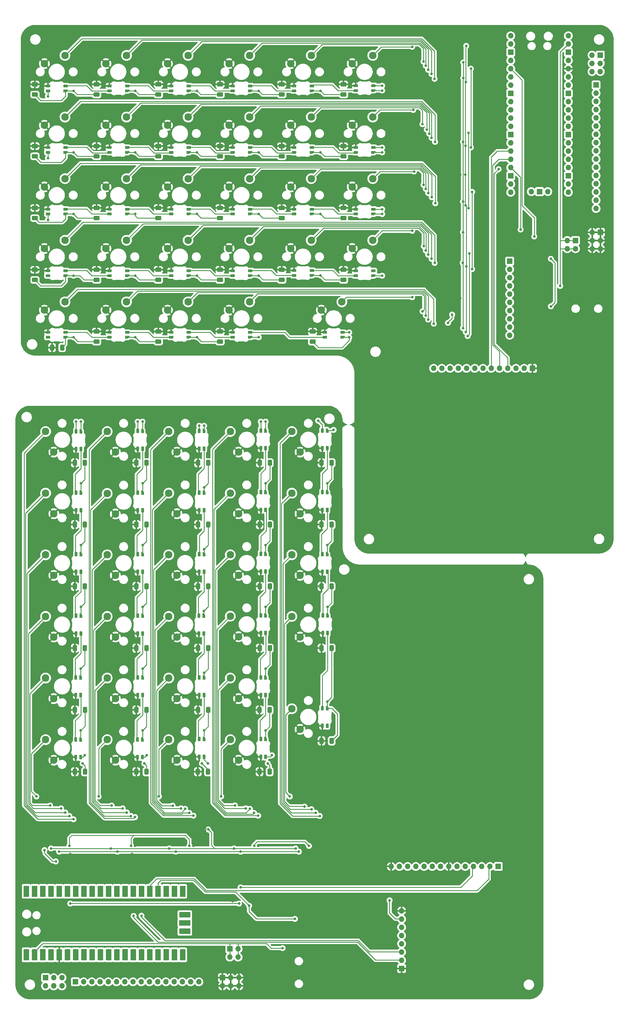
<source format=gbl>
G04 #@! TF.GenerationSoftware,KiCad,Pcbnew,(6.0.10)*
G04 #@! TF.CreationDate,2023-02-21T21:24:37+01:00*
G04 #@! TF.ProjectId,kicad,6b696361-642e-46b6-9963-61645f706362,rev?*
G04 #@! TF.SameCoordinates,Original*
G04 #@! TF.FileFunction,Copper,L2,Bot*
G04 #@! TF.FilePolarity,Positive*
%FSLAX46Y46*%
G04 Gerber Fmt 4.6, Leading zero omitted, Abs format (unit mm)*
G04 Created by KiCad (PCBNEW (6.0.10)) date 2023-02-21 21:24:37*
%MOMM*%
%LPD*%
G01*
G04 APERTURE LIST*
G04 Aperture macros list*
%AMRoundRect*
0 Rectangle with rounded corners*
0 $1 Rounding radius*
0 $2 $3 $4 $5 $6 $7 $8 $9 X,Y pos of 4 corners*
0 Add a 4 corners polygon primitive as box body*
4,1,4,$2,$3,$4,$5,$6,$7,$8,$9,$2,$3,0*
0 Add four circle primitives for the rounded corners*
1,1,$1+$1,$2,$3*
1,1,$1+$1,$4,$5*
1,1,$1+$1,$6,$7*
1,1,$1+$1,$8,$9*
0 Add four rect primitives between the rounded corners*
20,1,$1+$1,$2,$3,$4,$5,0*
20,1,$1+$1,$4,$5,$6,$7,0*
20,1,$1+$1,$6,$7,$8,$9,0*
20,1,$1+$1,$8,$9,$2,$3,0*%
%AMFreePoly0*
4,1,18,-0.410000,0.593000,-0.403758,0.624380,-0.385983,0.650983,-0.359380,0.668758,-0.328000,0.675000,0.328000,0.675000,0.359380,0.668758,0.385983,0.650983,0.403758,0.624380,0.410000,0.593000,0.410000,-0.593000,0.403758,-0.624380,0.385983,-0.650983,0.359380,-0.668758,0.328000,-0.675000,0.000000,-0.675000,-0.410000,-0.265000,-0.410000,0.593000,-0.410000,0.593000,$1*%
G04 Aperture macros list end*
G04 #@! TA.AperFunction,ComponentPad*
%ADD10C,2.300000*%
G04 #@! TD*
G04 #@! TA.AperFunction,ComponentPad*
%ADD11R,1.700000X1.700000*%
G04 #@! TD*
G04 #@! TA.AperFunction,ComponentPad*
%ADD12O,1.700000X1.700000*%
G04 #@! TD*
G04 #@! TA.AperFunction,SMDPad,CuDef*
%ADD13RoundRect,0.082000X0.593000X-0.328000X0.593000X0.328000X-0.593000X0.328000X-0.593000X-0.328000X0*%
G04 #@! TD*
G04 #@! TA.AperFunction,SMDPad,CuDef*
%ADD14FreePoly0,90.000000*%
G04 #@! TD*
G04 #@! TA.AperFunction,SMDPad,CuDef*
%ADD15RoundRect,0.082000X0.328000X0.593000X-0.328000X0.593000X-0.328000X-0.593000X0.328000X-0.593000X0*%
G04 #@! TD*
G04 #@! TA.AperFunction,SMDPad,CuDef*
%ADD16FreePoly0,180.000000*%
G04 #@! TD*
G04 #@! TA.AperFunction,SMDPad,CuDef*
%ADD17RoundRect,0.250000X0.412500X0.650000X-0.412500X0.650000X-0.412500X-0.650000X0.412500X-0.650000X0*%
G04 #@! TD*
G04 #@! TA.AperFunction,SMDPad,CuDef*
%ADD18RoundRect,0.250000X0.650000X-0.412500X0.650000X0.412500X-0.650000X0.412500X-0.650000X-0.412500X0*%
G04 #@! TD*
G04 #@! TA.AperFunction,SMDPad,CuDef*
%ADD19R,1.700000X3.500000*%
G04 #@! TD*
G04 #@! TA.AperFunction,SMDPad,CuDef*
%ADD20R,3.500000X1.700000*%
G04 #@! TD*
G04 #@! TA.AperFunction,ViaPad*
%ADD21C,0.800000*%
G04 #@! TD*
G04 #@! TA.AperFunction,Conductor*
%ADD22C,0.250000*%
G04 #@! TD*
G04 APERTURE END LIST*
D10*
X41810000Y-39460000D03*
X48160000Y-36920000D03*
X82719999Y-216240000D03*
X80179999Y-209890000D03*
D11*
X205740000Y-93980000D03*
D12*
X203200000Y-93980000D03*
X205740000Y-96520000D03*
X203200000Y-96520000D03*
D10*
X101720000Y-254240001D03*
X99180000Y-247890001D03*
X117810000Y-58460000D03*
X124160000Y-55920000D03*
D11*
X152059999Y-318435001D03*
D12*
X152059999Y-315895001D03*
X152059999Y-313355001D03*
X152059999Y-310815001D03*
X152059999Y-308275001D03*
X152059999Y-305735001D03*
X152059999Y-303195001D03*
X152059999Y-300655001D03*
X185730000Y-30870000D03*
X185730000Y-33410000D03*
D11*
X185730000Y-35950000D03*
D12*
X185730000Y-38490000D03*
X185730000Y-41030000D03*
X185730000Y-43570000D03*
X185730000Y-46110000D03*
D11*
X185730000Y-48650000D03*
D12*
X185730000Y-51190000D03*
X185730000Y-53730000D03*
X185730000Y-56270000D03*
X185730000Y-58810000D03*
D11*
X185730000Y-61350000D03*
D12*
X185730000Y-63890000D03*
X185730000Y-66430000D03*
X185730000Y-68970000D03*
X185730000Y-71510000D03*
D11*
X185730000Y-74050000D03*
D12*
X185730000Y-76590000D03*
X185730000Y-79130000D03*
X203510000Y-79130000D03*
X203510000Y-76590000D03*
D11*
X203510000Y-74050000D03*
D12*
X203510000Y-71510000D03*
X203510000Y-68970000D03*
X203510000Y-66430000D03*
X203510000Y-63890000D03*
D11*
X203510000Y-61350000D03*
D12*
X203510000Y-58810000D03*
X203510000Y-56270000D03*
X203510000Y-53730000D03*
X203510000Y-51190000D03*
D11*
X203510000Y-48650000D03*
D12*
X203510000Y-46110000D03*
X203510000Y-43570000D03*
X203510000Y-41030000D03*
X203510000Y-38490000D03*
D11*
X203510000Y-35950000D03*
D12*
X203510000Y-33410000D03*
X203510000Y-30870000D03*
X192080000Y-78900000D03*
D11*
X194620000Y-78900000D03*
D12*
X197160000Y-78900000D03*
D10*
X44720000Y-178240001D03*
X42180000Y-171890001D03*
X60810000Y-77460000D03*
X67160000Y-74920000D03*
X44720000Y-197240001D03*
X42180000Y-190890001D03*
X41810000Y-115460000D03*
X48160000Y-112920000D03*
X98810000Y-77460000D03*
X105160000Y-74920000D03*
X79810000Y-58460000D03*
X86160000Y-55920000D03*
X44719999Y-216240000D03*
X42179999Y-209890000D03*
X60810000Y-96460000D03*
X67160000Y-93920000D03*
X63719999Y-159240001D03*
X61179999Y-152890001D03*
X44720000Y-159240000D03*
X42180000Y-152890000D03*
X63719999Y-178320001D03*
X61179999Y-171970001D03*
D11*
X192405000Y-133410000D03*
D12*
X189865000Y-133410000D03*
X187325000Y-133410000D03*
X184785000Y-133410000D03*
X182245000Y-133410000D03*
X179705000Y-133410000D03*
X177165000Y-133410000D03*
X174625000Y-133410000D03*
X172085000Y-133410000D03*
X169545000Y-133410000D03*
X167005000Y-133410000D03*
X164465000Y-133410000D03*
X161925000Y-133410000D03*
D10*
X98810000Y-39460000D03*
X105160000Y-36920000D03*
D11*
X212090000Y-46027500D03*
D12*
X212090000Y-48567500D03*
X212090000Y-51107500D03*
X212090000Y-53647500D03*
X212090000Y-56187500D03*
X212090000Y-58727500D03*
X212090000Y-61267500D03*
X212090000Y-63807500D03*
X212090000Y-66347500D03*
X212090000Y-68887500D03*
X212090000Y-71427500D03*
X212090000Y-73967500D03*
X212090000Y-76507500D03*
X212090000Y-79047500D03*
X212090000Y-81587500D03*
X212090000Y-84127500D03*
D10*
X82719999Y-235240001D03*
X80179999Y-228890001D03*
X41810000Y-58460000D03*
X48160000Y-55920000D03*
X101719999Y-159240000D03*
X99179999Y-152890000D03*
D11*
X51367499Y-322560001D03*
D12*
X53907499Y-322560001D03*
X56447499Y-322560001D03*
X58987499Y-322560001D03*
X61527499Y-322560001D03*
X64067499Y-322560001D03*
X66607499Y-322560001D03*
X69147499Y-322560001D03*
X71687499Y-322560001D03*
X74227499Y-322560001D03*
X76767499Y-322560001D03*
X79307499Y-322560001D03*
X81847499Y-322560001D03*
X84387499Y-322560001D03*
X86927499Y-322560001D03*
X89467499Y-322560001D03*
D10*
X79810000Y-96460000D03*
X86160000Y-93920000D03*
X63719999Y-197240000D03*
X61179999Y-190890000D03*
D11*
X96794999Y-321270001D03*
D12*
X96794999Y-323810001D03*
X99334999Y-321270001D03*
X99334999Y-323810001D03*
X101874999Y-321270001D03*
X101874999Y-323810001D03*
D10*
X120719999Y-178240001D03*
X118179999Y-171890001D03*
X117810000Y-96460000D03*
X124160000Y-93920000D03*
X136810000Y-39460000D03*
X143160000Y-36920000D03*
X60810000Y-39460000D03*
X67160000Y-36920000D03*
X101719999Y-197240001D03*
X99179999Y-190890001D03*
X136810000Y-77460000D03*
X143160000Y-74920000D03*
D11*
X213380000Y-36830000D03*
D12*
X210840000Y-36830000D03*
X213380000Y-39370000D03*
X210840000Y-39370000D03*
X213380000Y-41910000D03*
X210840000Y-41910000D03*
D10*
X82719999Y-159240001D03*
X80179999Y-152890001D03*
X41810000Y-96460000D03*
X48160000Y-93920000D03*
X63719999Y-254240001D03*
X61179999Y-247890001D03*
D11*
X181869999Y-287000001D03*
D12*
X179329999Y-287000001D03*
X176789999Y-287000001D03*
X174249999Y-287000001D03*
X171709999Y-287000001D03*
X169169999Y-287000001D03*
X166629999Y-287000001D03*
X164089999Y-287000001D03*
X161549999Y-287000001D03*
X159009999Y-287000001D03*
X156469999Y-287000001D03*
X153929999Y-287000001D03*
X151389999Y-287000001D03*
X148849999Y-287000001D03*
D10*
X79810000Y-39460000D03*
X86160000Y-36920000D03*
D11*
X185420000Y-100330000D03*
D12*
X185420000Y-102870000D03*
X185420000Y-105410000D03*
X185420000Y-107950000D03*
X185420000Y-110490000D03*
X185420000Y-113030000D03*
X185420000Y-115570000D03*
X185420000Y-118110000D03*
X185420000Y-120650000D03*
X185420000Y-123190000D03*
D10*
X120719999Y-244715000D03*
X118179999Y-238365000D03*
X41810000Y-77460000D03*
X48160000Y-74920000D03*
X79810000Y-77460000D03*
X86160000Y-74920000D03*
X101719999Y-178240001D03*
X99179999Y-171890001D03*
X63719999Y-235240001D03*
X61179999Y-228890001D03*
X82719999Y-254240001D03*
X80179999Y-247890001D03*
X117810000Y-39460000D03*
X124160000Y-36920000D03*
X120719999Y-216240001D03*
X118179999Y-209890001D03*
D11*
X42169999Y-321290001D03*
D12*
X42169999Y-323830001D03*
X44709999Y-321290001D03*
X44709999Y-323830001D03*
X47249999Y-321290001D03*
X47249999Y-323830001D03*
D10*
X127285000Y-115460000D03*
X133635000Y-112920000D03*
X117810000Y-77460000D03*
X124160000Y-74920000D03*
X101719999Y-216160000D03*
X99179999Y-209810000D03*
X63719999Y-216240000D03*
X61179999Y-209890000D03*
X60810000Y-58460000D03*
X67160000Y-55920000D03*
X79810000Y-115460000D03*
X86160000Y-112920000D03*
X60810000Y-115460000D03*
X67160000Y-112920000D03*
X44719999Y-235240001D03*
X42179999Y-228890001D03*
X136810000Y-58460000D03*
X143160000Y-55920000D03*
D11*
X99045000Y-312400000D03*
D12*
X99045000Y-314940000D03*
X101585000Y-312400000D03*
X101585000Y-314940000D03*
D10*
X98810000Y-115460000D03*
X105160000Y-112920000D03*
X82719999Y-178240001D03*
X80179999Y-171890001D03*
X98810000Y-58460000D03*
X105160000Y-55920000D03*
X101720000Y-235240001D03*
X99180000Y-228890001D03*
X82719999Y-197240000D03*
X80179999Y-190890000D03*
X136810000Y-96460000D03*
X143160000Y-93920000D03*
D11*
X213420000Y-91455000D03*
D12*
X210880000Y-91455000D03*
X213420000Y-93995000D03*
X210880000Y-93995000D03*
X213420000Y-96535000D03*
X210880000Y-96535000D03*
D10*
X120719999Y-159240000D03*
X118179999Y-152890000D03*
X44719999Y-254240001D03*
X42179999Y-247890001D03*
X98810000Y-96460000D03*
X105160000Y-93920000D03*
X120719999Y-197240001D03*
X118179999Y-190890001D03*
D13*
X61895000Y-46330000D03*
X61895000Y-47830000D03*
X67345000Y-46330000D03*
D14*
X67345000Y-47830000D03*
D15*
X51589999Y-177155001D03*
X53089999Y-177155001D03*
X51589999Y-171705001D03*
D16*
X53089999Y-171705001D03*
D17*
X47282500Y-127000000D03*
X44157500Y-127000000D03*
D18*
X115070000Y-49000000D03*
X115070000Y-45875000D03*
D17*
X73274999Y-219690001D03*
X70149999Y-219690001D03*
D15*
X108589999Y-234155001D03*
X110089999Y-234155001D03*
X108589999Y-228705001D03*
D16*
X110089999Y-228705001D03*
D18*
X57920000Y-68012500D03*
X57920000Y-64887500D03*
X38870000Y-106150000D03*
X38870000Y-103025000D03*
X124595000Y-125200000D03*
X124595000Y-122075000D03*
D17*
X130462499Y-219690001D03*
X127337499Y-219690001D03*
D15*
X127589999Y-196155000D03*
X129089999Y-196155000D03*
X127589999Y-190705000D03*
D16*
X129089999Y-190705000D03*
D17*
X92287499Y-257790000D03*
X89162499Y-257790000D03*
D15*
X89589999Y-253155001D03*
X91089999Y-253155001D03*
X89589999Y-247705001D03*
D16*
X91089999Y-247705001D03*
D15*
X127715000Y-215030000D03*
X129215000Y-215030000D03*
X127715000Y-209580000D03*
D16*
X129215000Y-209580000D03*
D18*
X38870000Y-87100000D03*
X38870000Y-83975000D03*
D13*
X137895000Y-84330000D03*
X137895000Y-85830000D03*
X143345000Y-84330000D03*
D14*
X143345000Y-85830000D03*
D15*
X89589999Y-234155001D03*
X91089999Y-234155001D03*
X89589999Y-228705001D03*
D16*
X91089999Y-228705001D03*
D18*
X115070000Y-68050000D03*
X115070000Y-64925000D03*
D13*
X42895000Y-46330000D03*
X42895000Y-47830000D03*
X48345000Y-46330000D03*
D14*
X48345000Y-47830000D03*
D17*
X54337499Y-257790001D03*
X51212499Y-257790001D03*
X130462500Y-248265001D03*
X127337500Y-248265001D03*
X92324999Y-219690000D03*
X89199999Y-219690000D03*
X92324999Y-238740001D03*
X89199999Y-238740001D03*
D18*
X96020000Y-68050000D03*
X96020000Y-64925000D03*
D15*
X51509999Y-234155001D03*
X53009999Y-234155001D03*
X51509999Y-228705001D03*
D16*
X53009999Y-228705001D03*
D17*
X130462500Y-200640000D03*
X127337500Y-200640000D03*
D18*
X134120000Y-87100000D03*
X134120000Y-83975000D03*
X57920000Y-49000000D03*
X57920000Y-45875000D03*
X38870000Y-68012500D03*
X38870000Y-64887500D03*
X57920000Y-106150000D03*
X57920000Y-103025000D03*
X38870000Y-49000000D03*
X38870000Y-45875000D03*
D15*
X108589999Y-177030000D03*
X110089999Y-177030000D03*
X108589999Y-171580000D03*
D16*
X110089999Y-171580000D03*
D17*
X111337499Y-257790000D03*
X108212499Y-257790000D03*
D13*
X80895000Y-103330000D03*
X80895000Y-104830000D03*
X86345000Y-103330000D03*
D14*
X86345000Y-104830000D03*
D13*
X61895000Y-103330000D03*
X61895000Y-104830000D03*
X67345000Y-103330000D03*
D14*
X67345000Y-104830000D03*
D13*
X80895000Y-84330000D03*
X80895000Y-85830000D03*
X86345000Y-84330000D03*
D14*
X86345000Y-85830000D03*
D15*
X89510000Y-215155000D03*
X91010000Y-215155000D03*
X89510000Y-209705000D03*
D16*
X91010000Y-209705000D03*
D13*
X61895000Y-84330000D03*
X61895000Y-85830000D03*
X67345000Y-84330000D03*
D14*
X67345000Y-85830000D03*
D15*
X70544999Y-253280001D03*
X72044999Y-253280001D03*
X70544999Y-247830001D03*
D16*
X72044999Y-247830001D03*
D17*
X130462500Y-181590001D03*
X127337500Y-181590001D03*
D18*
X115070000Y-106150000D03*
X115070000Y-103025000D03*
D17*
X111337499Y-238740000D03*
X108212499Y-238740000D03*
D15*
X108589999Y-196030001D03*
X110089999Y-196030001D03*
X108589999Y-190580001D03*
D16*
X110089999Y-190580001D03*
D15*
X108589999Y-253155001D03*
X110089999Y-253155001D03*
X108589999Y-247705001D03*
D16*
X110089999Y-247705001D03*
D18*
X115070000Y-87100000D03*
X115070000Y-83975000D03*
D15*
X70589999Y-234155001D03*
X72089999Y-234155001D03*
X70589999Y-228705001D03*
D16*
X72089999Y-228705001D03*
D13*
X80895000Y-65330000D03*
X80895000Y-66830000D03*
X86345000Y-65330000D03*
D14*
X86345000Y-66830000D03*
D15*
X127589999Y-158030000D03*
X129089999Y-158030000D03*
X127589999Y-152580000D03*
D16*
X129089999Y-152580000D03*
D13*
X99895000Y-65330000D03*
X99895000Y-66830000D03*
X105345000Y-65330000D03*
D14*
X105345000Y-66830000D03*
D15*
X108589999Y-215030001D03*
X110089999Y-215030001D03*
X108589999Y-209580001D03*
D16*
X110089999Y-209580001D03*
D13*
X42895000Y-65330000D03*
X42895000Y-66830000D03*
X48345000Y-65330000D03*
D14*
X48345000Y-66830000D03*
D17*
X111374999Y-162540001D03*
X108249999Y-162540001D03*
D13*
X118895000Y-65330000D03*
X118895000Y-66830000D03*
X124345000Y-65330000D03*
D14*
X124345000Y-66830000D03*
D17*
X54300000Y-181590001D03*
X51175000Y-181590001D03*
D13*
X137895000Y-103330000D03*
X137895000Y-104830000D03*
X143345000Y-103330000D03*
D14*
X143345000Y-104830000D03*
D18*
X76970000Y-49000000D03*
X76970000Y-45875000D03*
X134120000Y-49000000D03*
X134120000Y-45875000D03*
D15*
X89590000Y-177155001D03*
X91090000Y-177155001D03*
X89590000Y-171705001D03*
D16*
X91090000Y-171705001D03*
D15*
X70589999Y-158155000D03*
X72089999Y-158155000D03*
X70589999Y-152705000D03*
D16*
X72089999Y-152705000D03*
D13*
X99895000Y-122330000D03*
X99895000Y-123830000D03*
X105345000Y-122330000D03*
D14*
X105345000Y-123830000D03*
D13*
X137895000Y-46250000D03*
X137895000Y-47750000D03*
X143345000Y-46250000D03*
D14*
X143345000Y-47750000D03*
D18*
X96020000Y-106150000D03*
X96020000Y-103025000D03*
D13*
X128370000Y-122330000D03*
X128370000Y-123830000D03*
X133820000Y-122330000D03*
D14*
X133820000Y-123830000D03*
D13*
X42895000Y-103330000D03*
X42895000Y-104830000D03*
X48345000Y-103330000D03*
D14*
X48345000Y-104830000D03*
D15*
X51590000Y-158280001D03*
X53090000Y-158280001D03*
X51590000Y-152830001D03*
D16*
X53090000Y-152830001D03*
D13*
X80895000Y-46330000D03*
X80895000Y-47830000D03*
X86345000Y-46330000D03*
D14*
X86345000Y-47830000D03*
D18*
X57920000Y-87100000D03*
X57920000Y-83975000D03*
X57920000Y-125200000D03*
X57920000Y-122075000D03*
D17*
X111374999Y-200640000D03*
X108249999Y-200640000D03*
D18*
X96020000Y-87100000D03*
X96020000Y-83975000D03*
X134120000Y-106150000D03*
X134120000Y-103025000D03*
D17*
X73312500Y-200640001D03*
X70187500Y-200640001D03*
D13*
X80895000Y-122330000D03*
X80895000Y-123830000D03*
X86345000Y-122330000D03*
D14*
X86345000Y-123830000D03*
D18*
X76970000Y-125200000D03*
X76970000Y-122075000D03*
D15*
X51509999Y-253280000D03*
X53009999Y-253280000D03*
X51509999Y-247830000D03*
D16*
X53009999Y-247830000D03*
D17*
X92362499Y-200640001D03*
X89237499Y-200640001D03*
D13*
X99895000Y-46330000D03*
X99895000Y-47830000D03*
X105345000Y-46330000D03*
D14*
X105345000Y-47830000D03*
D18*
X134120000Y-68050000D03*
X134120000Y-64925000D03*
D17*
X130462500Y-162540001D03*
X127337500Y-162540001D03*
X111374999Y-181590001D03*
X108249999Y-181590001D03*
D15*
X89590000Y-196155001D03*
X91090000Y-196155001D03*
X89590000Y-190705001D03*
D16*
X91090000Y-190705001D03*
D13*
X118895000Y-103250000D03*
X118895000Y-104750000D03*
X124345000Y-103250000D03*
D14*
X124345000Y-104750000D03*
D18*
X96020000Y-125200000D03*
X96020000Y-122075000D03*
D13*
X99895000Y-103330000D03*
X99895000Y-104830000D03*
X105345000Y-103330000D03*
D14*
X105345000Y-104830000D03*
D15*
X70589999Y-196155001D03*
X72089999Y-196155001D03*
X70589999Y-190705001D03*
D16*
X72089999Y-190705001D03*
D15*
X127589999Y-177030000D03*
X129089999Y-177030000D03*
X127589999Y-171580000D03*
D16*
X129089999Y-171580000D03*
D17*
X73312499Y-181590001D03*
X70187499Y-181590001D03*
D18*
X76970000Y-87100000D03*
X76970000Y-83975000D03*
D17*
X73312499Y-162540001D03*
X70187499Y-162540001D03*
D13*
X42895000Y-84330000D03*
X42895000Y-85830000D03*
X48345000Y-84330000D03*
D14*
X48345000Y-85830000D03*
D15*
X89590000Y-158155000D03*
X91090000Y-158155000D03*
X89590000Y-152705000D03*
D16*
X91090000Y-152705000D03*
D15*
X70589999Y-215155001D03*
X72089999Y-215155001D03*
X70589999Y-209705001D03*
D16*
X72089999Y-209705001D03*
D17*
X92362499Y-162540000D03*
X89237499Y-162540000D03*
X73274999Y-238740000D03*
X70149999Y-238740000D03*
D15*
X127589999Y-243630001D03*
X129089999Y-243630001D03*
X127589999Y-238180001D03*
D16*
X129089999Y-238180001D03*
D18*
X76970000Y-68012500D03*
X76970000Y-64887500D03*
D13*
X42895000Y-122330000D03*
X42895000Y-123830000D03*
X48345000Y-122330000D03*
D14*
X48345000Y-123830000D03*
D19*
X36209999Y-294640001D03*
D12*
X36209999Y-295540001D03*
D19*
X38749999Y-294640001D03*
D12*
X38749999Y-295540001D03*
D11*
X41289999Y-295540001D03*
D19*
X41289999Y-294640001D03*
X43829999Y-294640001D03*
D12*
X43829999Y-295540001D03*
D19*
X46369999Y-294640001D03*
D12*
X46369999Y-295540001D03*
D19*
X48909999Y-294640001D03*
D12*
X48909999Y-295540001D03*
X51449999Y-295540001D03*
D19*
X51449999Y-294640001D03*
X53989999Y-294640001D03*
D11*
X53989999Y-295540001D03*
D19*
X56529999Y-294640001D03*
D12*
X56529999Y-295540001D03*
D19*
X59069999Y-294640001D03*
D12*
X59069999Y-295540001D03*
D19*
X61609999Y-294640001D03*
D12*
X61609999Y-295540001D03*
X64149999Y-295540001D03*
D19*
X64149999Y-294640001D03*
X66689999Y-294640001D03*
D11*
X66689999Y-295540001D03*
D19*
X69229999Y-294640001D03*
D12*
X69229999Y-295540001D03*
X71769999Y-295540001D03*
D19*
X71769999Y-294640001D03*
D12*
X74309999Y-295540001D03*
D19*
X74309999Y-294640001D03*
X76849999Y-294640001D03*
D12*
X76849999Y-295540001D03*
D19*
X79389999Y-294640001D03*
D11*
X79389999Y-295540001D03*
D19*
X81929999Y-294640001D03*
D12*
X81929999Y-295540001D03*
D19*
X84469999Y-294640001D03*
D12*
X84469999Y-295540001D03*
D19*
X84469999Y-314220001D03*
D12*
X84469999Y-313320001D03*
X81929999Y-313320001D03*
D19*
X81929999Y-314220001D03*
X79389999Y-314220001D03*
D11*
X79389999Y-313320001D03*
D19*
X76849999Y-314220001D03*
D12*
X76849999Y-313320001D03*
D19*
X74309999Y-314220001D03*
D12*
X74309999Y-313320001D03*
X71769999Y-313320001D03*
D19*
X71769999Y-314220001D03*
X69229999Y-314220001D03*
D12*
X69229999Y-313320001D03*
D19*
X66689999Y-314220001D03*
D11*
X66689999Y-313320001D03*
D19*
X64149999Y-314220001D03*
D12*
X64149999Y-313320001D03*
X61609999Y-313320001D03*
D19*
X61609999Y-314220001D03*
X59069999Y-314220001D03*
D12*
X59069999Y-313320001D03*
X56529999Y-313320001D03*
D19*
X56529999Y-314220001D03*
X53989999Y-314220001D03*
D11*
X53989999Y-313320001D03*
D12*
X51449999Y-313320001D03*
D19*
X51449999Y-314220001D03*
X48909999Y-314220001D03*
D12*
X48909999Y-313320001D03*
X46369999Y-313320001D03*
D19*
X46369999Y-314220001D03*
D12*
X43829999Y-313320001D03*
D19*
X43829999Y-314220001D03*
D11*
X41289999Y-313320001D03*
D19*
X41289999Y-314220001D03*
D12*
X38749999Y-313320001D03*
D19*
X38749999Y-314220001D03*
D12*
X36209999Y-313320001D03*
D19*
X36209999Y-314220001D03*
D20*
X85139999Y-301890001D03*
D12*
X84239999Y-301890001D03*
D11*
X84239999Y-304430001D03*
D20*
X85139999Y-304430001D03*
X85139999Y-306970001D03*
D12*
X84239999Y-306970001D03*
D13*
X99895000Y-84330000D03*
X99895000Y-85830000D03*
X105345000Y-84330000D03*
D14*
X105345000Y-85830000D03*
D17*
X92362499Y-181590001D03*
X89237499Y-181590001D03*
D13*
X118895000Y-84330000D03*
X118895000Y-85830000D03*
X124345000Y-84330000D03*
D14*
X124345000Y-85830000D03*
D15*
X51589999Y-215155001D03*
X53089999Y-215155001D03*
X51589999Y-209705001D03*
D16*
X53089999Y-209705001D03*
D17*
X54299999Y-200640001D03*
X51174999Y-200640001D03*
X73275000Y-257790001D03*
X70150000Y-257790001D03*
D18*
X76970000Y-106150000D03*
X76970000Y-103025000D03*
D17*
X54300000Y-162540001D03*
X51175000Y-162540001D03*
X111375000Y-219690001D03*
X108250000Y-219690001D03*
D13*
X61895000Y-65330000D03*
X61895000Y-66830000D03*
X67345000Y-65330000D03*
D14*
X67345000Y-66830000D03*
D15*
X51589999Y-196155001D03*
X53089999Y-196155001D03*
X51589999Y-190705001D03*
D16*
X53089999Y-190705001D03*
D13*
X61895000Y-122330000D03*
X61895000Y-123830000D03*
X67345000Y-122330000D03*
D14*
X67345000Y-123830000D03*
D18*
X96020000Y-49000000D03*
X96020000Y-45875000D03*
D13*
X118895000Y-46330000D03*
X118895000Y-47830000D03*
X124345000Y-46330000D03*
D14*
X124345000Y-47830000D03*
D15*
X70589999Y-177155001D03*
X72089999Y-177155001D03*
X70589999Y-171705001D03*
D16*
X72089999Y-171705001D03*
D15*
X108590000Y-158030001D03*
X110090000Y-158030001D03*
X108590000Y-152580001D03*
D16*
X110090000Y-152580001D03*
D17*
X54337500Y-238740000D03*
X51212500Y-238740000D03*
D13*
X137895000Y-65330000D03*
X137895000Y-66830000D03*
X143345000Y-65330000D03*
D14*
X143345000Y-66830000D03*
D17*
X54299999Y-219690001D03*
X51174999Y-219690001D03*
D21*
X188780000Y-90620000D03*
X69339999Y-302240000D03*
X91089999Y-227310001D03*
X53090000Y-149840001D03*
X129090000Y-236200001D03*
X72089999Y-206990001D03*
X53089999Y-206990001D03*
X50800000Y-47830000D03*
X107950000Y-85830000D03*
X72089999Y-245090000D03*
X110089999Y-168890001D03*
X69850000Y-66830000D03*
X49514999Y-280650001D03*
X107950000Y-104830000D03*
X72650000Y-255250001D03*
X106549799Y-280615201D03*
X123450000Y-280650001D03*
X146050000Y-66830000D03*
X127000000Y-47830000D03*
X53010000Y-226040001D03*
X69850000Y-47830000D03*
X166370000Y-119380000D03*
X110090000Y-149840000D03*
X129214999Y-206990001D03*
X135890000Y-123830000D03*
X127000000Y-85830000D03*
X88900000Y-85830000D03*
X50800000Y-66830000D03*
X69850000Y-104830000D03*
X50800000Y-104830000D03*
X72089999Y-226040001D03*
X86549800Y-280615201D03*
X148339999Y-297430000D03*
X53090000Y-168890001D03*
X91010000Y-208260001D03*
X107950000Y-66830000D03*
X110090000Y-206990001D03*
X72089999Y-187940001D03*
X110749999Y-255250001D03*
X50800000Y-123830000D03*
X107950000Y-47830000D03*
X90429999Y-255250001D03*
X107950000Y-123830000D03*
X53600000Y-255250001D03*
X72089999Y-149840000D03*
X50800000Y-85830000D03*
X69850000Y-85830000D03*
X53010000Y-245090000D03*
X91089999Y-245090000D03*
X110090000Y-245090000D03*
X146050000Y-104830000D03*
X110089999Y-187940000D03*
X91089999Y-189210000D03*
X110090000Y-226040001D03*
X146050000Y-47750000D03*
X91089999Y-170160001D03*
X129089999Y-187940000D03*
X127000000Y-104750000D03*
X127000000Y-66830000D03*
X131070000Y-152380001D03*
X88900000Y-123830000D03*
X72090000Y-168890001D03*
X88900000Y-66830000D03*
X69850000Y-123830000D03*
X91089999Y-151110001D03*
X167640000Y-116840000D03*
X68549800Y-280615201D03*
X88900000Y-47830000D03*
X146050000Y-85830000D03*
X129089999Y-168890001D03*
X88900000Y-104830000D03*
X53090000Y-187940000D03*
X71769999Y-302170000D03*
X146050000Y-46250000D03*
X135890000Y-122330000D03*
X42895000Y-104830000D03*
X51589999Y-149840000D03*
X102339999Y-293430001D03*
X54265500Y-252692751D03*
X70589999Y-149840000D03*
X73365500Y-252710001D03*
X89590000Y-151110001D03*
X198120000Y-118175000D03*
X170180000Y-73660000D03*
X170180000Y-111760000D03*
X169195000Y-92425000D03*
X87784999Y-280650000D03*
X68840000Y-283190001D03*
X107784999Y-280650001D03*
X69784999Y-280650000D03*
X107515000Y-298430001D03*
X196850000Y-109220000D03*
X163830000Y-72390000D03*
X198120000Y-102175000D03*
X92970000Y-271760001D03*
X198120000Y-93980000D03*
X169195000Y-35845000D03*
X169202500Y-55587500D03*
X126784999Y-280650001D03*
X49789999Y-283190001D03*
X123514999Y-298430001D03*
X115895000Y-298430001D03*
X99894999Y-297705501D03*
X108589999Y-149840001D03*
X92265499Y-255250001D03*
X146050000Y-84330000D03*
X42895000Y-68580000D03*
X143345000Y-103330000D03*
X42895000Y-87630000D03*
X126294999Y-149535001D03*
X112020000Y-252710001D03*
X42895000Y-49530000D03*
X146050000Y-65330000D03*
X155660500Y-53724500D03*
X158495000Y-58125000D03*
X159845000Y-59775000D03*
X161305000Y-62315000D03*
X198120000Y-99635000D03*
X171825000Y-45175000D03*
X171810000Y-64810000D03*
X171810000Y-83190000D03*
X171724500Y-73660000D03*
X171825000Y-122175000D03*
X172000000Y-34000000D03*
X198120000Y-114300000D03*
X172000000Y-102000000D03*
X43827700Y-281430000D03*
X119339999Y-281430000D03*
X80339999Y-281430001D03*
X100339999Y-281430000D03*
X92339999Y-275570000D03*
X62339999Y-281430001D03*
X43565000Y-268205001D03*
X46975000Y-269065001D03*
X162385000Y-63585000D03*
X155910000Y-72724500D03*
X158795000Y-76825000D03*
X159525000Y-78095000D03*
X160255000Y-79365000D03*
X161335000Y-80635000D03*
X162455000Y-82515000D03*
X160575000Y-61045000D03*
X155319500Y-91000001D03*
X158895000Y-95725000D03*
X162264999Y-100905000D03*
X161985000Y-119635000D03*
X160255000Y-118365000D03*
X159525000Y-117095000D03*
X158505000Y-115825000D03*
X155319500Y-111490000D03*
X161290000Y-99635000D03*
X160255000Y-98365000D03*
X159525000Y-97095000D03*
X77139999Y-265410001D03*
X81402499Y-268242501D03*
X201000000Y-108000000D03*
X162240000Y-44130000D03*
X161290000Y-42635000D03*
X160255000Y-41365000D03*
X159525000Y-40095000D03*
X158795000Y-38825000D03*
X155319500Y-34290000D03*
X83974999Y-269065000D03*
X85245000Y-269220001D03*
X86514999Y-270490001D03*
X96340000Y-265410001D03*
X100619999Y-268150001D03*
X103975000Y-269065000D03*
X105244999Y-269220000D03*
X106514999Y-270490000D03*
X107784999Y-271335000D03*
X117539999Y-265410001D03*
X124244999Y-269335000D03*
X125515000Y-270430001D03*
X126784999Y-271430000D03*
X182000000Y-72000000D03*
X171000000Y-91440000D03*
X171095000Y-43905000D03*
X171000000Y-82000000D03*
X171035000Y-63585000D03*
X171000000Y-121000000D03*
X170905000Y-100905000D03*
X171095000Y-39095000D03*
X193000000Y-92750000D03*
X64339999Y-282430001D03*
X82339999Y-282430001D03*
X46339999Y-282430001D03*
X120340000Y-282430001D03*
X102340000Y-282430001D03*
X119121077Y-303155501D03*
X104974999Y-299065000D03*
X115309999Y-312154501D03*
X173449000Y-41000000D03*
X173449000Y-65310000D03*
X172724500Y-84000000D03*
X172724500Y-60810000D03*
X173810000Y-102810000D03*
X173810000Y-79000000D03*
X173000000Y-98000000D03*
X172445000Y-123445000D03*
X41839999Y-281930001D03*
X45339999Y-285430000D03*
X101889500Y-298430001D03*
X49790000Y-298430001D03*
X87784999Y-271335001D03*
X39339999Y-265410001D03*
X48245000Y-270335001D03*
X49514999Y-271430000D03*
X50785000Y-272430001D03*
X58539999Y-265410001D03*
X62564999Y-268205000D03*
X65974999Y-269065000D03*
X67245000Y-270335001D03*
X68515000Y-271430000D03*
X69784999Y-271760001D03*
X122077500Y-268517501D03*
D22*
X188780000Y-90620000D02*
X188780000Y-74560000D01*
X188780000Y-74560000D02*
X185730000Y-71510000D01*
X189230000Y-44530000D02*
X185730000Y-41030000D01*
X193000000Y-87000000D02*
X189230000Y-83230000D01*
X189230000Y-83230000D02*
X189230000Y-44530000D01*
X193000000Y-92750000D02*
X193000000Y-87000000D01*
X144003603Y-315810001D02*
X152159999Y-315810001D01*
X69339999Y-302740001D02*
X76909999Y-310310001D01*
X76909999Y-310310001D02*
X138503603Y-310310001D01*
X138503603Y-310310001D02*
X144003603Y-315810001D01*
X69339999Y-302240000D02*
X69339999Y-302740001D01*
X107950000Y-104830000D02*
X105345000Y-104830000D01*
X50800000Y-123830000D02*
X52170000Y-125200000D01*
X68549800Y-280615201D02*
X68549799Y-278220201D01*
X76970000Y-68012500D02*
X71032500Y-68012500D01*
X143345000Y-66830000D02*
X146050000Y-66830000D01*
X86345000Y-85830000D02*
X88900000Y-85830000D01*
X110090000Y-226040001D02*
X110089999Y-228705001D01*
X92362500Y-168887500D02*
X92362500Y-162540001D01*
X128400000Y-106150000D02*
X134120000Y-106150000D01*
X50800000Y-85830000D02*
X52070000Y-87100000D01*
X69850000Y-104830000D02*
X71170000Y-106150000D01*
X50800000Y-123830000D02*
X48345000Y-123830000D01*
X167640000Y-118005000D02*
X166370000Y-119275000D01*
X54299999Y-186730001D02*
X54299999Y-181590001D01*
X69850000Y-86360000D02*
X70590000Y-87100000D01*
X40707500Y-69850000D02*
X46990000Y-69850000D01*
X50215000Y-277430001D02*
X69339999Y-277430001D01*
X150089999Y-303110001D02*
X152159999Y-303110001D01*
X72089999Y-245090000D02*
X73274999Y-243905000D01*
X85339999Y-277430001D02*
X69339999Y-277430001D01*
X111374999Y-205705001D02*
X110090000Y-206990001D01*
X90220000Y-106150000D02*
X96020000Y-106150000D01*
X128220000Y-68050000D02*
X127000000Y-66830000D01*
X134120000Y-49000000D02*
X128170000Y-49000000D01*
X88900000Y-104830000D02*
X90220000Y-106150000D01*
X126395000Y-127000000D02*
X124595000Y-125200000D01*
X96020000Y-49000000D02*
X90070000Y-49000000D01*
X40640000Y-50800000D02*
X38870000Y-49030000D01*
X135890000Y-124780000D02*
X133670000Y-127000000D01*
X129090000Y-190705001D02*
X129089999Y-187940000D01*
X129089999Y-168890001D02*
X130462499Y-167517501D01*
X134120000Y-68050000D02*
X128220000Y-68050000D01*
X129089999Y-187940000D02*
X130462499Y-186567501D01*
X109170000Y-68050000D02*
X115070000Y-68050000D01*
X70590000Y-87100000D02*
X76970000Y-87100000D01*
X72089999Y-206990001D02*
X73312499Y-205767501D01*
X124345000Y-66830000D02*
X127000000Y-66830000D01*
X53089999Y-206990001D02*
X53090000Y-209705000D01*
X148339999Y-301360001D02*
X150089999Y-303110001D01*
X111374999Y-186655000D02*
X111374999Y-181590001D01*
X54337499Y-255987500D02*
X53600000Y-255250001D01*
X69850000Y-123830000D02*
X71220000Y-125200000D01*
X134120000Y-87100000D02*
X128270000Y-87100000D01*
X73312500Y-186717500D02*
X73312500Y-181590001D01*
X105345000Y-85830000D02*
X107950000Y-85830000D01*
X111374999Y-167605000D02*
X111374999Y-162540000D01*
X91089999Y-245090000D02*
X91089999Y-247705000D01*
X40125000Y-88355000D02*
X47312500Y-88355000D01*
X88900000Y-66830000D02*
X90120000Y-68050000D01*
X72089999Y-187940001D02*
X73312500Y-186717500D01*
X92325000Y-243855000D02*
X92325000Y-238740000D01*
X146050000Y-85830000D02*
X143345000Y-85830000D01*
X122179999Y-279380000D02*
X123450000Y-280650001D01*
X135890000Y-123830000D02*
X135890000Y-124780000D01*
X130870000Y-152580001D02*
X129089999Y-152580000D01*
X109220000Y-87100000D02*
X107950000Y-85830000D01*
X132264999Y-246462501D02*
X132264999Y-240010000D01*
X47312500Y-88355000D02*
X48345000Y-87322500D01*
X48345000Y-49445000D02*
X46990000Y-50800000D01*
X72089999Y-226040001D02*
X73274999Y-224855001D01*
X69850000Y-85830000D02*
X69850000Y-86360000D01*
X72089999Y-245090000D02*
X72089999Y-247785001D01*
X109120000Y-49000000D02*
X107950000Y-47830000D01*
X53090000Y-168890001D02*
X54299999Y-167680001D01*
X46990000Y-69850000D02*
X48345000Y-68495000D01*
X105345000Y-47830000D02*
X107950000Y-47830000D01*
X88900000Y-47830000D02*
X86345000Y-47830000D01*
X110089999Y-168890001D02*
X110089999Y-171580000D01*
X166370000Y-119275000D02*
X166370000Y-119380000D01*
X90070000Y-49000000D02*
X88900000Y-47830000D01*
X91089999Y-189210000D02*
X92362499Y-187937501D01*
X111337499Y-255837501D02*
X110749999Y-255250001D01*
X143345000Y-47750000D02*
X146050000Y-47750000D01*
X54299999Y-224750001D02*
X54299999Y-219690000D01*
X167640000Y-116840000D02*
X167640000Y-118005000D01*
X132264999Y-240010000D02*
X130435000Y-238180001D01*
X131070000Y-152380001D02*
X130870000Y-152580001D01*
X50800000Y-47830000D02*
X51970000Y-49000000D01*
X107429600Y-279380001D02*
X122179999Y-279380000D01*
X53010000Y-226040001D02*
X54299999Y-224750001D01*
X110089999Y-168890001D02*
X111374999Y-167605000D01*
X88900000Y-123830000D02*
X86345000Y-123830000D01*
X71020000Y-49000000D02*
X69850000Y-47830000D01*
X127000000Y-104750000D02*
X124345000Y-104750000D01*
X110090000Y-245090000D02*
X110089999Y-247705001D01*
X48345000Y-87322500D02*
X48345000Y-85830000D01*
X124345000Y-85830000D02*
X127000000Y-85830000D01*
X53089999Y-206990001D02*
X54299999Y-205780000D01*
X129089999Y-171580000D02*
X129089999Y-168890001D01*
X48345000Y-68495000D02*
X48345000Y-66830000D01*
X50800000Y-66830000D02*
X48345000Y-66830000D01*
X48345000Y-104830000D02*
X48345000Y-106595000D01*
X50800000Y-104830000D02*
X48345000Y-104830000D01*
X47282500Y-127000000D02*
X48260000Y-126022500D01*
X130462499Y-167517501D02*
X130462499Y-162540001D01*
X49514999Y-278130001D02*
X50215000Y-277430001D01*
X107950000Y-104830000D02*
X109270000Y-106150000D01*
X127000000Y-104750000D02*
X128400000Y-106150000D01*
X91089999Y-227310001D02*
X92325000Y-226075001D01*
X48260000Y-126022500D02*
X48260000Y-123915000D01*
X53010000Y-245090000D02*
X53009999Y-247830000D01*
X72089999Y-206990001D02*
X72089999Y-209705001D01*
X127000000Y-47830000D02*
X124345000Y-47830000D01*
X88900000Y-123830000D02*
X90270000Y-125200000D01*
X53090000Y-168890001D02*
X53089999Y-171705001D01*
X107950000Y-123830000D02*
X105345000Y-123830000D01*
X73274999Y-243905000D02*
X73275000Y-238740000D01*
X57920000Y-68012500D02*
X51982500Y-68012500D01*
X110090000Y-149840000D02*
X110090000Y-152580001D01*
X54080000Y-106150000D02*
X57920000Y-106150000D01*
X48345000Y-47830000D02*
X48345000Y-49445000D01*
X130462500Y-219690001D02*
X130462500Y-234827501D01*
X92362499Y-187937501D02*
X92362500Y-181590001D01*
X71032500Y-68012500D02*
X69850000Y-66830000D01*
X91010000Y-208260001D02*
X92362500Y-206907501D01*
X73274999Y-224855001D02*
X73275000Y-219690001D01*
X51970000Y-49000000D02*
X57920000Y-49000000D01*
X111337499Y-257790001D02*
X111337499Y-255837501D01*
X130462499Y-186567501D02*
X130462499Y-181590001D01*
X130435000Y-238180001D02*
X129089999Y-238180001D01*
X48345000Y-85830000D02*
X50800000Y-85830000D01*
X128270000Y-87100000D02*
X127000000Y-85830000D01*
X49514999Y-280650001D02*
X49514999Y-278130001D01*
X106549799Y-280615201D02*
X106549800Y-280259801D01*
X115070000Y-49000000D02*
X109120000Y-49000000D01*
X54299999Y-167680001D02*
X54299999Y-162540001D01*
X48345000Y-47830000D02*
X50800000Y-47830000D01*
X110090000Y-206990001D02*
X110089999Y-209580001D01*
X72089999Y-149840000D02*
X72089999Y-152705000D01*
X130462499Y-248265001D02*
X132264999Y-246462501D01*
X52760000Y-104830000D02*
X54080000Y-106150000D01*
X67345000Y-85830000D02*
X69850000Y-85830000D01*
X91089999Y-170160001D02*
X91089999Y-171705001D01*
X46990000Y-107950000D02*
X40670000Y-107950000D01*
X72090000Y-168890001D02*
X72089999Y-171705001D01*
X91089999Y-245090000D02*
X92325000Y-243855000D01*
X106549800Y-280259801D02*
X107429600Y-279380001D01*
X51982500Y-68012500D02*
X50800000Y-66830000D01*
X86549800Y-280615201D02*
X86549799Y-278639801D01*
X54299999Y-205780000D02*
X54299999Y-200640000D01*
X72089999Y-187940001D02*
X72089999Y-190705001D01*
X73312500Y-167667501D02*
X73312500Y-162540001D01*
X52170000Y-125200000D02*
X57920000Y-125200000D01*
X73274999Y-255875000D02*
X73274999Y-257790001D01*
X129214999Y-206990001D02*
X129214999Y-209580000D01*
X71220000Y-125200000D02*
X76970000Y-125200000D01*
X53090000Y-187940000D02*
X54299999Y-186730001D01*
X110089999Y-187940000D02*
X111374999Y-186655000D01*
X72089999Y-226040001D02*
X72090000Y-228705001D01*
X67345000Y-66830000D02*
X69850000Y-66830000D01*
X133670000Y-127000000D02*
X126395000Y-127000000D01*
X91089999Y-151110001D02*
X91089999Y-152705000D01*
X90120000Y-68050000D02*
X96020000Y-68050000D01*
X46990000Y-50800000D02*
X40640000Y-50800000D01*
X135890000Y-123830000D02*
X133820000Y-123830000D01*
X86345000Y-66830000D02*
X88900000Y-66830000D01*
X111374999Y-224755001D02*
X111374999Y-219690001D01*
X53090000Y-149840001D02*
X53090000Y-152830001D01*
X96020000Y-87100000D02*
X90170000Y-87100000D01*
X91010000Y-208260001D02*
X91010000Y-209705000D01*
X92325000Y-226075001D02*
X92325000Y-219690001D01*
X91089999Y-189210000D02*
X91089999Y-190705001D01*
X110090000Y-226040001D02*
X111374999Y-224755001D01*
X92287499Y-257107501D02*
X90429999Y-255250001D01*
X54337499Y-243762501D02*
X54337499Y-238740000D01*
X50800000Y-104830000D02*
X52760000Y-104830000D01*
X40670000Y-107950000D02*
X38870000Y-106150000D01*
X128170000Y-49000000D02*
X127000000Y-47830000D01*
X90170000Y-87100000D02*
X88900000Y-85830000D01*
X88900000Y-104830000D02*
X86345000Y-104830000D01*
X72650000Y-255250001D02*
X73274999Y-255875000D01*
X146050000Y-104830000D02*
X143345000Y-104830000D01*
X38870000Y-68012500D02*
X40707500Y-69850000D01*
X53010000Y-245090000D02*
X54337499Y-243762501D01*
X68549799Y-278220201D02*
X69339999Y-277430001D01*
X92362500Y-206907501D02*
X92362500Y-200640000D01*
X54337499Y-257790000D02*
X54337499Y-255987500D01*
X86549799Y-278639801D02*
X85339999Y-277430001D01*
X111374999Y-200640001D02*
X111374999Y-205705001D01*
X129214999Y-206990001D02*
X130462500Y-205742500D01*
X69850000Y-104830000D02*
X67345000Y-104830000D01*
X53090000Y-187940000D02*
X53089999Y-190705001D01*
X110090000Y-245090000D02*
X111337499Y-243842501D01*
X73312499Y-205767501D02*
X73312499Y-200640001D01*
X91089999Y-170160001D02*
X92362500Y-168887500D01*
X71170000Y-106150000D02*
X76970000Y-106150000D01*
X69850000Y-47830000D02*
X67345000Y-47830000D01*
X129090000Y-236200001D02*
X129089999Y-238180001D01*
X107950000Y-66830000D02*
X109170000Y-68050000D01*
X91089999Y-227310001D02*
X91089999Y-228705001D01*
X109270000Y-106150000D02*
X115070000Y-106150000D01*
X48345000Y-106595000D02*
X46990000Y-107950000D01*
X111337499Y-243842501D02*
X111337499Y-238740001D01*
X130462500Y-205742500D02*
X130462499Y-200640000D01*
X90270000Y-125200000D02*
X96020000Y-125200000D01*
X53010000Y-226040001D02*
X53009999Y-228705001D01*
X115070000Y-87100000D02*
X109220000Y-87100000D01*
X130462500Y-234827501D02*
X129090000Y-236200001D01*
X148339999Y-297430000D02*
X148339999Y-301360001D01*
X52070000Y-87100000D02*
X57920000Y-87100000D01*
X110089999Y-187940000D02*
X110089999Y-190580001D01*
X38870000Y-87100000D02*
X40125000Y-88355000D01*
X69850000Y-123830000D02*
X67345000Y-123830000D01*
X76970000Y-49000000D02*
X71020000Y-49000000D01*
X72090000Y-168890001D02*
X73312500Y-167667501D01*
X105345000Y-66830000D02*
X107950000Y-66830000D01*
X142099999Y-313270001D02*
X152160000Y-313270001D01*
X71769999Y-302630000D02*
X78999999Y-309860000D01*
X138689999Y-309860001D02*
X142099999Y-313270001D01*
X71769999Y-302170000D02*
X71769999Y-302630000D01*
X78999999Y-309860000D02*
X138689999Y-309860001D01*
X143345000Y-46250000D02*
X146050000Y-46250000D01*
X119145000Y-67000000D02*
X113620000Y-67000000D01*
X111870000Y-65250000D02*
X105925000Y-65250000D01*
X113620000Y-67000000D02*
X111870000Y-65250000D01*
X73870000Y-84250000D02*
X67925000Y-84250000D01*
X75450000Y-85830000D02*
X73870000Y-84250000D01*
X80975000Y-85830000D02*
X75450000Y-85830000D01*
X135890000Y-122330000D02*
X133820000Y-122330000D01*
X51340000Y-171430000D02*
X51339999Y-166030001D01*
X53089999Y-164280000D02*
X53090000Y-158280001D01*
X51339999Y-166030001D02*
X53089999Y-164280000D01*
X51590000Y-152830001D02*
X51589999Y-149840000D01*
X173864999Y-286975000D02*
X173864999Y-289905001D01*
X173864999Y-289905001D02*
X170339999Y-293430001D01*
X170339999Y-293430001D02*
X102339999Y-293430001D01*
X53170278Y-183280001D02*
X53170278Y-177280000D01*
X51420279Y-190430001D02*
X51420278Y-185030001D01*
X51420278Y-185030001D02*
X53170278Y-183280001D01*
X51340000Y-204030000D02*
X53089999Y-202280001D01*
X51340000Y-209430001D02*
X51340000Y-204030000D01*
X53089999Y-202280001D02*
X53089999Y-196280000D01*
X51340000Y-228430001D02*
X51340000Y-223030000D01*
X51340000Y-223030000D02*
X53090000Y-221280000D01*
X53090000Y-221280000D02*
X53089999Y-215280001D01*
X51340000Y-242030001D02*
X53090000Y-240280001D01*
X53090000Y-240280001D02*
X53089999Y-234280001D01*
X51339999Y-247430001D02*
X51340000Y-242030001D01*
X70589999Y-149840000D02*
X70589999Y-152705000D01*
X53678250Y-253280001D02*
X54265500Y-252692751D01*
X53009999Y-253280000D02*
X53678250Y-253280001D01*
X72089999Y-164280000D02*
X72090000Y-158280001D01*
X70339999Y-166030001D02*
X72089999Y-164280000D01*
X70340000Y-171430000D02*
X70339999Y-166030001D01*
X70340000Y-190430001D02*
X70339999Y-185030001D01*
X72089999Y-183280001D02*
X72089999Y-177280000D01*
X70339999Y-185030001D02*
X72089999Y-183280001D01*
X70340000Y-209430001D02*
X70340000Y-204030000D01*
X72089999Y-202280001D02*
X72089999Y-196280000D01*
X70340000Y-204030000D02*
X72089999Y-202280001D01*
X70340000Y-223030000D02*
X72089999Y-221280001D01*
X72089999Y-221280001D02*
X72089999Y-215280001D01*
X70339999Y-228430000D02*
X70340000Y-223030000D01*
X70340000Y-242030001D02*
X72090000Y-240280001D01*
X72090000Y-240280001D02*
X72089999Y-234280001D01*
X70339999Y-247430001D02*
X70340000Y-242030001D01*
X72045000Y-253280000D02*
X72795499Y-253280001D01*
X72795499Y-253280001D02*
X73365500Y-252710001D01*
X89590000Y-151110001D02*
X89590000Y-152705000D01*
X89339999Y-171430001D02*
X89339999Y-166030001D01*
X89339999Y-166030001D02*
X91089999Y-164280000D01*
X91089999Y-164280000D02*
X91089999Y-158280001D01*
X91089999Y-177577156D02*
X91387155Y-177280001D01*
X89637155Y-190430001D02*
X89637155Y-185030000D01*
X91089999Y-183577155D02*
X91089999Y-177577156D01*
X89637155Y-185030000D02*
X91089999Y-183577155D01*
X89339999Y-209430000D02*
X89339999Y-204030001D01*
X89339999Y-204030001D02*
X91089999Y-202280001D01*
X91089999Y-202280001D02*
X91089999Y-196280000D01*
X91614999Y-273115001D02*
X92970000Y-271760001D01*
X87784999Y-280650000D02*
X89160000Y-280650000D01*
X89160000Y-280650000D02*
X91614999Y-278195000D01*
X91614999Y-278195000D02*
X91614999Y-273115001D01*
X89340000Y-223030000D02*
X91089999Y-221280001D01*
X89339999Y-228430000D02*
X89340000Y-223030000D01*
X91089999Y-221280001D02*
X91089999Y-215280001D01*
X91089999Y-240280001D02*
X91089999Y-234280001D01*
X89340000Y-242030001D02*
X91089999Y-240280001D01*
X89339999Y-247430001D02*
X89340000Y-242030001D01*
X91089999Y-254074501D02*
X91089999Y-253155000D01*
X92265499Y-255250001D02*
X91089999Y-254074501D01*
X108589999Y-149840001D02*
X108589999Y-152580000D01*
X108589999Y-165855001D02*
X110090000Y-164355000D01*
X110090000Y-164355000D02*
X110090000Y-158030001D01*
X108589999Y-171580000D02*
X108589999Y-165855001D01*
X110339999Y-183430001D02*
X110339999Y-177430001D01*
X108590000Y-185180001D02*
X110339999Y-183430001D01*
X108589999Y-190580001D02*
X108590000Y-185180001D01*
X110090000Y-202280001D02*
X110090000Y-196280000D01*
X108339999Y-204030001D02*
X110090000Y-202280001D01*
X108339999Y-209430000D02*
X108339999Y-204030001D01*
X108420278Y-223030000D02*
X110170278Y-221280000D01*
X108420279Y-228430000D02*
X108420278Y-223030000D01*
X110170278Y-221280000D02*
X110170279Y-215280001D01*
X108339999Y-247430001D02*
X108339999Y-242030000D01*
X108339999Y-242030000D02*
X110089999Y-240280001D01*
X110089999Y-240280001D02*
X110090000Y-234280001D01*
X62145000Y-67000000D02*
X56620000Y-67000000D01*
X56620000Y-67000000D02*
X54870000Y-65250000D01*
X54870000Y-65250000D02*
X48925000Y-65250000D01*
X42895000Y-68580000D02*
X42895000Y-66830000D01*
X143345000Y-84330000D02*
X146050000Y-84330000D01*
X130870000Y-84250000D02*
X124925000Y-84250000D01*
X137975000Y-85830000D02*
X132450000Y-85830000D01*
X132450000Y-85830000D02*
X130870000Y-84250000D01*
X111870000Y-84250000D02*
X105925000Y-84250000D01*
X118975000Y-85830000D02*
X113450000Y-85830000D01*
X113450000Y-85830000D02*
X111870000Y-84250000D01*
X92870000Y-84250000D02*
X86925000Y-84250000D01*
X99975000Y-85830000D02*
X94450000Y-85830000D01*
X94450000Y-85830000D02*
X92870000Y-84250000D01*
X54870000Y-84250000D02*
X48925000Y-84250000D01*
X61975000Y-85830000D02*
X56450000Y-85830000D01*
X56450000Y-85830000D02*
X54870000Y-84250000D01*
X42895000Y-85830000D02*
X42895000Y-87630000D01*
X94450000Y-104830000D02*
X92870000Y-103250000D01*
X92870000Y-103250000D02*
X86925000Y-103250000D01*
X99975000Y-104830000D02*
X94450000Y-104830000D01*
X80975000Y-104830000D02*
X75450000Y-104830000D01*
X73870000Y-103250000D02*
X67925000Y-103250000D01*
X75450000Y-104830000D02*
X73870000Y-103250000D01*
X61975000Y-104830000D02*
X56450000Y-104830000D01*
X56450000Y-104830000D02*
X54870000Y-103250000D01*
X54870000Y-103250000D02*
X48925000Y-103250000D01*
X117450000Y-123830000D02*
X128030000Y-123830000D01*
X105345000Y-122330000D02*
X115950000Y-122330000D01*
X115950000Y-122330000D02*
X117450000Y-123830000D01*
X99975000Y-123830000D02*
X94450000Y-123830000D01*
X92870000Y-122250000D02*
X86925000Y-122250000D01*
X94450000Y-123830000D02*
X92870000Y-122250000D01*
X75450000Y-123830000D02*
X73870000Y-122250000D01*
X73870000Y-122250000D02*
X67925000Y-122250000D01*
X80975000Y-123830000D02*
X75450000Y-123830000D01*
X56450000Y-123830000D02*
X54870000Y-122250000D01*
X54870000Y-122250000D02*
X48925000Y-122250000D01*
X61975000Y-123830000D02*
X56450000Y-123830000D01*
X92870000Y-65250000D02*
X86925000Y-65250000D01*
X100145000Y-67000000D02*
X94620000Y-67000000D01*
X94620000Y-67000000D02*
X92870000Y-65250000D01*
X75620000Y-67000000D02*
X73870000Y-65250000D01*
X73870000Y-65250000D02*
X67925000Y-65250000D01*
X81145000Y-67000000D02*
X75620000Y-67000000D01*
X137975000Y-104830000D02*
X132450000Y-104830000D01*
X132450000Y-104830000D02*
X130870000Y-103250000D01*
X130870000Y-103250000D02*
X124925000Y-103250000D01*
X111870000Y-103250000D02*
X105925000Y-103250000D01*
X113370000Y-104750000D02*
X111870000Y-103250000D01*
X118895000Y-104750000D02*
X113370000Y-104750000D01*
X126294999Y-149535001D02*
X127589999Y-150830001D01*
X112020000Y-252710001D02*
X111575000Y-253155001D01*
X111575000Y-253155001D02*
X110089999Y-253155001D01*
X127589999Y-150830001D02*
X127589999Y-152580000D01*
X127589999Y-171580000D02*
X127589999Y-165855001D01*
X129089999Y-164355001D02*
X129089999Y-158030000D01*
X127589999Y-165855001D02*
X129089999Y-164355001D01*
X127339999Y-184605001D02*
X129089999Y-182855000D01*
X129089999Y-182855000D02*
X129089999Y-177030000D01*
X127340000Y-190455000D02*
X127339999Y-184605001D01*
X132370000Y-47750000D02*
X130620000Y-46000000D01*
X130620000Y-46000000D02*
X124675000Y-46000000D01*
X124675000Y-46000000D02*
X124345000Y-46330000D01*
X137895000Y-47750000D02*
X132370000Y-47750000D01*
X111870000Y-46250000D02*
X105925000Y-46250000D01*
X118975000Y-47830000D02*
X113450000Y-47830000D01*
X113450000Y-47830000D02*
X111870000Y-46250000D01*
X92870000Y-46250000D02*
X86925000Y-46250000D01*
X99975000Y-47830000D02*
X94450000Y-47830000D01*
X94450000Y-47830000D02*
X92870000Y-46250000D01*
X80975000Y-47830000D02*
X75450000Y-47830000D01*
X73870000Y-46250000D02*
X67925000Y-46250000D01*
X75450000Y-47830000D02*
X73870000Y-46250000D01*
X56450000Y-47830000D02*
X54870000Y-46250000D01*
X61975000Y-47830000D02*
X56450000Y-47830000D01*
X54870000Y-46250000D02*
X48925000Y-46250000D01*
X42895000Y-47830000D02*
X42895000Y-49530000D01*
X143345000Y-65330000D02*
X146050000Y-65330000D01*
X138145000Y-67000000D02*
X132620000Y-67000000D01*
X132620000Y-67000000D02*
X130870000Y-65250000D01*
X130870000Y-65250000D02*
X124925000Y-65250000D01*
X145355500Y-53724500D02*
X143160000Y-55920000D01*
X155660500Y-53724500D02*
X145355500Y-53724500D01*
X127080000Y-53000000D02*
X124160000Y-55920000D01*
X158495000Y-58125000D02*
X158495000Y-53875000D01*
X158495000Y-53875000D02*
X157620000Y-53000000D01*
X157620000Y-53000000D02*
X127080000Y-53000000D01*
X127714999Y-203055000D02*
X129339999Y-201430000D01*
X129339999Y-201430000D02*
X129340000Y-196405001D01*
X127714999Y-209580001D02*
X127714999Y-203055000D01*
X127589999Y-228180001D02*
X129214999Y-226555001D01*
X127589999Y-238180001D02*
X127589999Y-228180001D01*
X129214999Y-226555001D02*
X129214999Y-215030000D01*
X159845000Y-54588604D02*
X159845000Y-59775000D01*
X105160000Y-55920000D02*
X108530000Y-52550000D01*
X108530000Y-52550000D02*
X157806396Y-52550000D01*
X157806396Y-52550000D02*
X159845000Y-54588604D01*
X161305000Y-54775812D02*
X161305000Y-62315000D01*
X158079188Y-51550000D02*
X161305000Y-54775812D01*
X67160000Y-55920000D02*
X71530000Y-51550000D01*
X71530000Y-51550000D02*
X158079188Y-51550000D01*
X171724500Y-73660000D02*
X171724500Y-63920805D01*
X172000000Y-83380000D02*
X172000000Y-122000000D01*
X171724500Y-63920805D02*
X171760000Y-63885305D01*
X171724500Y-73660000D02*
X171724500Y-83104500D01*
X199390000Y-100905000D02*
X199390000Y-113030000D01*
X199390000Y-113030000D02*
X198120000Y-114300000D01*
X171825000Y-34175000D02*
X172000000Y-34000000D01*
X171724500Y-45275500D02*
X171825000Y-45175000D01*
X171825000Y-45175000D02*
X171825000Y-34175000D01*
X172000000Y-83380000D02*
X171810000Y-83190000D01*
X171760000Y-63284695D02*
X171724500Y-63249195D01*
X171724500Y-83104500D02*
X171810000Y-83190000D01*
X171724500Y-63249195D02*
X171724500Y-45275500D01*
X172000000Y-122000000D02*
X171825000Y-122175000D01*
X198120000Y-99635000D02*
X199390000Y-100905000D01*
X171760000Y-63885305D02*
X171760000Y-63284695D01*
X100339999Y-281430000D02*
X80339999Y-281430001D01*
X43827700Y-281430000D02*
X62339999Y-281430001D01*
X93339999Y-280430001D02*
X94339999Y-281430001D01*
X93340000Y-276570000D02*
X93339999Y-280430001D01*
X92339999Y-275570000D02*
X93340000Y-276570000D01*
X80339999Y-281430001D02*
X62339999Y-281430001D01*
X119339999Y-281430000D02*
X100339999Y-281430000D01*
X37339999Y-267430000D02*
X37339999Y-233730001D01*
X43565000Y-268205001D02*
X38115000Y-268205001D01*
X37339999Y-233730001D02*
X42180000Y-228890001D01*
X38115000Y-268205001D02*
X37339999Y-267430000D01*
X42180000Y-209890001D02*
X36890000Y-215180001D01*
X36890000Y-215180001D02*
X36890000Y-267616397D01*
X36890000Y-267616397D02*
X38338603Y-269065000D01*
X38338603Y-269065000D02*
X46975000Y-269065001D01*
X158265584Y-51100000D02*
X52980000Y-51100000D01*
X162385000Y-63585000D02*
X162385000Y-55219416D01*
X52980000Y-51100000D02*
X48160000Y-55920000D01*
X162385000Y-55219416D02*
X158265584Y-51100000D01*
X155910000Y-72724500D02*
X145355500Y-72724500D01*
X145355500Y-72724500D02*
X143160000Y-74920000D01*
X158795000Y-73175000D02*
X157620000Y-72000000D01*
X157620000Y-72000000D02*
X127080000Y-72000000D01*
X127080000Y-72000000D02*
X124160000Y-74920000D01*
X158795000Y-76825000D02*
X158795000Y-73175000D01*
X159525000Y-78095000D02*
X159525000Y-73268604D01*
X108530000Y-71550000D02*
X105160000Y-74920000D01*
X157806396Y-71550000D02*
X108530000Y-71550000D01*
X159525000Y-73268604D02*
X157806396Y-71550000D01*
X160255000Y-73362208D02*
X160255000Y-79365000D01*
X157992792Y-71100000D02*
X160255000Y-73362208D01*
X89980000Y-71100000D02*
X157992792Y-71100000D01*
X86160000Y-74920000D02*
X89980000Y-71100000D01*
X71430000Y-70650000D02*
X67160000Y-74920000D01*
X161335000Y-73805812D02*
X158179188Y-70650000D01*
X161335000Y-80635000D02*
X161335000Y-73805812D01*
X158179188Y-70650000D02*
X71430000Y-70650000D01*
X162455000Y-74289416D02*
X158365584Y-70200000D01*
X158365584Y-70200000D02*
X52880000Y-70200000D01*
X162455000Y-82515000D02*
X162455000Y-74289416D01*
X52880000Y-70200000D02*
X48160000Y-74920000D01*
X157892792Y-52000000D02*
X90080000Y-52000000D01*
X160575000Y-54682208D02*
X157892792Y-52000000D01*
X160575000Y-61045000D02*
X160575000Y-54682208D01*
X90080000Y-52000000D02*
X86160000Y-55920000D01*
X146079999Y-91000001D02*
X143160000Y-93920000D01*
X155319500Y-91000001D02*
X146079999Y-91000001D01*
X127910000Y-90170000D02*
X124160000Y-93920000D01*
X157365305Y-90170000D02*
X127910000Y-90170000D01*
X158895000Y-91699695D02*
X157365305Y-90170000D01*
X158895000Y-95725000D02*
X158895000Y-91699695D01*
X53710000Y-88370000D02*
X48160000Y-93920000D01*
X162264999Y-92372207D02*
X158262792Y-88370000D01*
X162264999Y-100905000D02*
X162264999Y-92372207D01*
X158262792Y-88370000D02*
X53710000Y-88370000D01*
X158992792Y-109100000D02*
X51980000Y-109100000D01*
X161985000Y-112092208D02*
X158992792Y-109100000D01*
X161985000Y-119635000D02*
X161985000Y-112092208D01*
X51980000Y-109100000D02*
X48160000Y-112920000D01*
X158806396Y-109550000D02*
X160255000Y-110998604D01*
X70530000Y-109550000D02*
X158806396Y-109550000D01*
X67160000Y-112920000D02*
X70530000Y-109550000D01*
X160255000Y-110998604D02*
X160255000Y-118365000D01*
X159525000Y-110905000D02*
X158620000Y-110000000D01*
X158620000Y-110000000D02*
X89080000Y-110000000D01*
X89080000Y-110000000D02*
X86160000Y-112920000D01*
X159525000Y-117095000D02*
X159525000Y-110905000D01*
X158433604Y-110450000D02*
X107630000Y-110450000D01*
X159075000Y-111091396D02*
X158433604Y-110450000D01*
X107630000Y-110450000D02*
X105160000Y-112920000D01*
X159075000Y-115255000D02*
X159075000Y-111091396D01*
X158505000Y-115825000D02*
X159075000Y-115255000D01*
X135065000Y-111490000D02*
X133635000Y-112920000D01*
X155319500Y-111490000D02*
X135065000Y-111490000D01*
X72260000Y-88820000D02*
X67160000Y-93920000D01*
X161290000Y-99635000D02*
X161290000Y-92033604D01*
X158076396Y-88820000D02*
X72260000Y-88820000D01*
X161290000Y-92033604D02*
X158076396Y-88820000D01*
X160255000Y-91635000D02*
X160255000Y-98365000D01*
X86160000Y-93920000D02*
X90810000Y-89270000D01*
X157890000Y-89270000D02*
X160255000Y-91635000D01*
X90810000Y-89270000D02*
X157890000Y-89270000D01*
X157551701Y-89720000D02*
X109360000Y-89720000D01*
X109360000Y-89720000D02*
X105160000Y-93920000D01*
X159620000Y-97000000D02*
X159620000Y-91788299D01*
X159525000Y-97095000D02*
X159620000Y-97000000D01*
X159620000Y-91788299D02*
X157551701Y-89720000D01*
X77140000Y-250930000D02*
X80179999Y-247890000D01*
X77139999Y-265410001D02*
X77140000Y-250930000D01*
X78022499Y-268242501D02*
X76414999Y-266635001D01*
X81402499Y-268242501D02*
X78022499Y-268242501D01*
X76414999Y-266635001D02*
X76414999Y-232655000D01*
X76414999Y-232655000D02*
X80179999Y-228890000D01*
X205695000Y-93980000D02*
X201000000Y-93980000D01*
X201000000Y-35920000D02*
X201000000Y-98720000D01*
X201000000Y-98720000D02*
X201000000Y-108000000D01*
X205695000Y-96520000D02*
X201000000Y-96520000D01*
X201000000Y-96520000D02*
X201000000Y-98720000D01*
X203510000Y-33410000D02*
X201000000Y-35920000D01*
X158290889Y-31750000D02*
X53330000Y-31750000D01*
X162240000Y-44130000D02*
X162240000Y-35699111D01*
X162240000Y-35699111D02*
X158290889Y-31750000D01*
X53330000Y-31750000D02*
X48160000Y-36920000D01*
X161290000Y-35385507D02*
X158104493Y-32200000D01*
X161290000Y-42635000D02*
X161290000Y-35385507D01*
X158104493Y-32200000D02*
X71880000Y-32200000D01*
X71880000Y-32200000D02*
X67160000Y-36920000D01*
X90430000Y-32650000D02*
X157918097Y-32650000D01*
X86160000Y-36920000D02*
X90430000Y-32650000D01*
X157918097Y-32650000D02*
X160255000Y-34986903D01*
X160255000Y-34986903D02*
X160255000Y-41365000D01*
X157731701Y-33100000D02*
X159525000Y-34893299D01*
X108980000Y-33100000D02*
X157731701Y-33100000D01*
X159525000Y-34893299D02*
X159525000Y-40095000D01*
X105160000Y-36920000D02*
X108980000Y-33100000D01*
X157545305Y-33550000D02*
X127530000Y-33550000D01*
X158795000Y-38825000D02*
X158795000Y-34799695D01*
X158795000Y-34799695D02*
X157545305Y-33550000D01*
X127530000Y-33550000D02*
X124160000Y-36920000D01*
X155319500Y-34290000D02*
X145790000Y-34290000D01*
X145790000Y-34290000D02*
X143160000Y-36920000D01*
X80179999Y-209890000D02*
X75964999Y-214105001D01*
X75964999Y-214105001D02*
X75965000Y-266821397D01*
X78208603Y-269065001D02*
X83974999Y-269065000D01*
X75965000Y-266821397D02*
X78208603Y-269065001D01*
X75514999Y-267007793D02*
X75515000Y-195555001D01*
X85245000Y-269220001D02*
X84035000Y-270430001D01*
X78937207Y-270430001D02*
X75514999Y-267007793D01*
X75515000Y-195555001D02*
X80179999Y-190890001D01*
X84035000Y-270430001D02*
X78937207Y-270430001D01*
X75065000Y-177005001D02*
X80179999Y-171890001D01*
X86514999Y-270490001D02*
X84611396Y-270490001D01*
X84221395Y-270880001D02*
X78750811Y-270880001D01*
X84611396Y-270490001D02*
X84221395Y-270880001D01*
X75064999Y-267194189D02*
X75065000Y-177005001D01*
X78750811Y-270880001D02*
X75064999Y-267194189D01*
X96339999Y-250730001D02*
X99180000Y-247890000D01*
X96340000Y-265410001D02*
X96339999Y-250730001D01*
X97154999Y-268150001D02*
X95509999Y-266505001D01*
X95509999Y-232560000D02*
X99180000Y-228890000D01*
X95509999Y-266505001D02*
X95509999Y-232560000D01*
X100619999Y-268150001D02*
X97154999Y-268150001D01*
X95060000Y-213930001D02*
X95060000Y-266691397D01*
X99180000Y-209810001D02*
X95060000Y-213930001D01*
X97433604Y-269065001D02*
X103975000Y-269065000D01*
X95060000Y-266691397D02*
X97433604Y-269065001D01*
X104034999Y-270430001D02*
X97990000Y-270430001D01*
X97990000Y-270430001D02*
X94610000Y-267050000D01*
X105244999Y-269220000D02*
X104034999Y-270430001D01*
X94610000Y-267050000D02*
X94609999Y-195460000D01*
X94609999Y-195460000D02*
X99179999Y-190890000D01*
X106514999Y-270490000D02*
X106124999Y-270880001D01*
X97803604Y-270880001D02*
X94160000Y-267236397D01*
X94160000Y-267236397D02*
X94160000Y-176910001D01*
X94160000Y-176910001D02*
X99180000Y-171890001D01*
X106124999Y-270880001D02*
X97803604Y-270880001D01*
X97622207Y-271335000D02*
X93710000Y-267422793D01*
X107784999Y-271335000D02*
X97622207Y-271335000D01*
X93710000Y-158360001D02*
X99180000Y-152890001D01*
X93710000Y-267422793D02*
X93710000Y-158360001D01*
X117539999Y-265410001D02*
X116339999Y-264210001D01*
X116340000Y-240205001D02*
X118180000Y-238365001D01*
X116339999Y-264210001D02*
X116340000Y-240205001D01*
X117608604Y-269335000D02*
X115440000Y-267166397D01*
X115439999Y-193630000D02*
X118179999Y-190890000D01*
X115440000Y-267166397D02*
X115439999Y-193630000D01*
X124244999Y-269335000D02*
X117608604Y-269335000D01*
X118067208Y-270430001D02*
X114989999Y-267352792D01*
X114989999Y-267352792D02*
X114989999Y-175080000D01*
X125515000Y-270430001D02*
X118067208Y-270430001D01*
X114989999Y-175080000D02*
X118179999Y-171890000D01*
X114539999Y-156530001D02*
X118180000Y-152890001D01*
X126784999Y-271430000D02*
X118430811Y-271430000D01*
X114539999Y-267539188D02*
X114539999Y-156530001D01*
X118430811Y-271430000D02*
X114539999Y-267539188D01*
X180615000Y-125978604D02*
X184795000Y-130158604D01*
X182000000Y-72000000D02*
X180615000Y-73385000D01*
X180615000Y-73385000D02*
X180615000Y-125978604D01*
X184795000Y-130158604D02*
X184795000Y-133425000D01*
X181570000Y-66430000D02*
X185730000Y-66430000D01*
X179715000Y-133425000D02*
X179715000Y-68285000D01*
X179715000Y-68285000D02*
X181570000Y-66430000D01*
X182255000Y-133425000D02*
X182255000Y-128255000D01*
X182255000Y-128255000D02*
X180165000Y-126165000D01*
X182030000Y-68970000D02*
X185730000Y-68970000D01*
X180165000Y-126165000D02*
X180165000Y-70835000D01*
X180165000Y-70835000D02*
X182030000Y-68970000D01*
X171000000Y-121000000D02*
X171000000Y-63620000D01*
X171000000Y-44000000D02*
X171000000Y-63550000D01*
X171000000Y-63550000D02*
X171035000Y-63585000D01*
X171000000Y-63620000D02*
X171035000Y-63585000D01*
X171095000Y-43905000D02*
X171000000Y-44000000D01*
X171095000Y-39095000D02*
X171095000Y-43905000D01*
X76460000Y-290810000D02*
X74309999Y-292960001D01*
X88079999Y-290810001D02*
X76460000Y-290810000D01*
X178944999Y-290825001D02*
X175340000Y-294430000D01*
X178945000Y-286975000D02*
X178944999Y-290825001D01*
X175340000Y-294430000D02*
X91699999Y-294430001D01*
X74309999Y-292960001D02*
X74309999Y-295540000D01*
X91699999Y-294430001D02*
X88079999Y-290810001D01*
X46339999Y-282430001D02*
X120340000Y-282430001D01*
X104974999Y-300855000D02*
X104974999Y-299065000D01*
X104974999Y-299065000D02*
X100790000Y-294880001D01*
X104974999Y-300855000D02*
X107275500Y-303155501D01*
X77730000Y-291260001D02*
X76850000Y-292140001D01*
X76850000Y-292140001D02*
X76850000Y-295540001D01*
X91513603Y-294880001D02*
X87893603Y-291260001D01*
X100790000Y-294880001D02*
X91513603Y-294880001D01*
X107275500Y-303155501D02*
X119121077Y-303155501D01*
X87893603Y-291260001D02*
X77730000Y-291260001D01*
X99045000Y-310855000D02*
X98950000Y-310760001D01*
X101584999Y-310760001D02*
X101489999Y-310760001D01*
X101489999Y-310760001D02*
X98950000Y-310760001D01*
X111774499Y-312154501D02*
X110379999Y-310760001D01*
X101584999Y-312400000D02*
X101584999Y-310760001D01*
X101584999Y-314940000D02*
X101584999Y-312400000D01*
X110379999Y-310760001D02*
X101489999Y-310760001D01*
X98950000Y-310760001D02*
X41310000Y-310760001D01*
X115309999Y-312154501D02*
X111774499Y-312154501D01*
X41310000Y-310760001D02*
X38749999Y-313320001D01*
X99045000Y-312400000D02*
X99045000Y-310855000D01*
X99045000Y-312400000D02*
X99045000Y-314940000D01*
X173449000Y-41000000D02*
X173449000Y-65310000D01*
X172724500Y-60810000D02*
X172724500Y-84000000D01*
X173810000Y-79000000D02*
X173810000Y-102810000D01*
X173000000Y-122890000D02*
X172445000Y-123445000D01*
X173000000Y-98000000D02*
X173000000Y-122890000D01*
X41839999Y-281930001D02*
X41839999Y-282930001D01*
X41839999Y-282930001D02*
X44339999Y-285430001D01*
X44339999Y-285430001D02*
X45339999Y-285430000D01*
X101889500Y-298430001D02*
X49790000Y-298430001D01*
X74614999Y-267380585D02*
X74615000Y-158455000D01*
X78569415Y-271335001D02*
X74614999Y-267380585D01*
X74615000Y-158455000D02*
X80179999Y-152890001D01*
X87784999Y-271335001D02*
X78569415Y-271335001D01*
X39339999Y-265410001D02*
X37789999Y-263860001D01*
X37789999Y-263860001D02*
X37789999Y-252280000D01*
X37789999Y-252280000D02*
X42179999Y-247890000D01*
X38972208Y-270335001D02*
X36440000Y-267802793D01*
X48245000Y-270335001D02*
X38972208Y-270335001D01*
X36440000Y-267802793D02*
X36440000Y-196630001D01*
X36440000Y-196630001D02*
X42180000Y-190890000D01*
X39430812Y-271430001D02*
X49514999Y-271430000D01*
X35990000Y-267989189D02*
X39430812Y-271430001D01*
X35990000Y-178080000D02*
X35990000Y-267989189D01*
X42180000Y-171890000D02*
X35990000Y-178080000D01*
X35539999Y-159530001D02*
X42179999Y-152890001D01*
X39794415Y-272430001D02*
X35539999Y-268175584D01*
X35539999Y-268175584D02*
X35539999Y-159530001D01*
X50785000Y-272430001D02*
X39794415Y-272430001D01*
X58539999Y-265410001D02*
X58539999Y-250530001D01*
X58539999Y-250530001D02*
X61179999Y-247890000D01*
X58978197Y-268205000D02*
X57410000Y-266636803D01*
X57409999Y-232660000D02*
X61179999Y-228890000D01*
X62564999Y-268205000D02*
X58978197Y-268205000D01*
X57410000Y-266636803D02*
X57409999Y-232660000D01*
X61180000Y-209890001D02*
X56959999Y-214110001D01*
X59201802Y-269065000D02*
X65974999Y-269065000D01*
X56959999Y-266823198D02*
X59201802Y-269065000D01*
X56959999Y-214110001D02*
X56959999Y-266823198D01*
X67245000Y-270335001D02*
X59835405Y-270335000D01*
X59835405Y-270335000D02*
X56509999Y-267009594D01*
X56509999Y-195560001D02*
X61180000Y-190890000D01*
X56509999Y-267009594D02*
X56509999Y-195560001D01*
X56059999Y-177090001D02*
X56060000Y-267195990D01*
X60294009Y-271430000D02*
X68515000Y-271430000D01*
X61179999Y-171970000D02*
X56059999Y-177090001D01*
X56060000Y-267195990D02*
X60294009Y-271430000D01*
X69784999Y-271760001D02*
X69390000Y-272155000D01*
X55610000Y-158460000D02*
X61179999Y-152890001D01*
X69390000Y-272155000D02*
X60344999Y-272155000D01*
X55610000Y-267420000D02*
X55610000Y-158460000D01*
X60344999Y-272155000D02*
X55610000Y-267420000D01*
X115890000Y-266980000D02*
X115889999Y-212180001D01*
X117339999Y-268430000D02*
X115890000Y-266980000D01*
X122077500Y-268517501D02*
X121989999Y-268430001D01*
X121989999Y-268430001D02*
X117339999Y-268430000D01*
X115889999Y-212180001D02*
X118179999Y-209890001D01*
G04 #@! TA.AperFunction,Conductor*
G36*
X129310018Y-144940001D02*
G01*
X129324851Y-144942311D01*
X129324855Y-144942311D01*
X129333724Y-144943692D01*
X129354183Y-144941017D01*
X129376007Y-144940073D01*
X129725965Y-144955353D01*
X129736913Y-144956311D01*
X130114498Y-145006020D01*
X130125304Y-145007926D01*
X130497105Y-145090352D01*
X130497114Y-145090354D01*
X130507725Y-145093197D01*
X130870939Y-145207719D01*
X130881254Y-145211472D01*
X131233123Y-145357221D01*
X131243067Y-145361859D01*
X131580863Y-145537704D01*
X131580867Y-145537706D01*
X131590387Y-145543202D01*
X131911573Y-145747821D01*
X131920577Y-145754125D01*
X132222721Y-145985967D01*
X132231141Y-145993033D01*
X132511914Y-146250314D01*
X132519687Y-146258087D01*
X132776973Y-146538866D01*
X132784038Y-146547286D01*
X133015870Y-146849415D01*
X133022175Y-146858419D01*
X133226799Y-147179614D01*
X133232292Y-147189128D01*
X133392915Y-147497681D01*
X133408138Y-147526925D01*
X133412780Y-147536878D01*
X133558526Y-147888740D01*
X133562282Y-147899061D01*
X133650104Y-148177597D01*
X133676801Y-148262269D01*
X133679646Y-148272886D01*
X133758345Y-148627873D01*
X133762072Y-148644686D01*
X133763980Y-148655503D01*
X133813690Y-149033087D01*
X133814648Y-149044036D01*
X133823574Y-149248476D01*
X133829602Y-149386559D01*
X133828222Y-149411437D01*
X133826309Y-149423725D01*
X133826718Y-149426849D01*
X133826270Y-149429973D01*
X133833342Y-149479368D01*
X133836048Y-149498271D01*
X133836251Y-149499754D01*
X133845195Y-149568153D01*
X133846465Y-149571040D01*
X133846912Y-149574161D01*
X133850228Y-149581456D01*
X133850230Y-149581462D01*
X133875477Y-149636997D01*
X133876103Y-149638396D01*
X133901092Y-149695188D01*
X133901095Y-149695194D01*
X133903859Y-149701475D01*
X133905886Y-149703887D01*
X133907192Y-149706759D01*
X133914084Y-149717251D01*
X133917352Y-149720862D01*
X133919024Y-149723023D01*
X133921748Y-149726276D01*
X134089508Y-149943171D01*
X134092418Y-149946064D01*
X134216935Y-150069853D01*
X134292328Y-150144806D01*
X134366523Y-150201501D01*
X134516323Y-150315969D01*
X134516327Y-150315972D01*
X134519573Y-150318452D01*
X134767408Y-150461178D01*
X134771193Y-150462745D01*
X134771199Y-150462748D01*
X134963892Y-150542525D01*
X135031651Y-150570578D01*
X135035610Y-150571642D01*
X135035613Y-150571643D01*
X135193659Y-150614117D01*
X135254254Y-150651113D01*
X135285228Y-150714997D01*
X135276747Y-150785485D01*
X135231503Y-150840198D01*
X135179804Y-150860381D01*
X135131524Y-150867685D01*
X134855788Y-150946095D01*
X134852120Y-150947663D01*
X134852117Y-150947664D01*
X134795326Y-150971940D01*
X134592192Y-151058772D01*
X134344977Y-151203903D01*
X134118118Y-151379156D01*
X133967465Y-151529587D01*
X133966486Y-151528606D01*
X133963902Y-151532293D01*
X133964328Y-151532719D01*
X133949713Y-151547313D01*
X133938343Y-151558666D01*
X133928676Y-151567370D01*
X133926882Y-151568825D01*
X133923103Y-151571890D01*
X133914687Y-151581203D01*
X133912020Y-151585270D01*
X133912016Y-151585275D01*
X133899474Y-151604400D01*
X133888650Y-151618597D01*
X133870313Y-151639406D01*
X133866506Y-151647538D01*
X133858649Y-151664320D01*
X133849900Y-151679993D01*
X133834809Y-151703005D01*
X133832191Y-151711590D01*
X133832188Y-151711597D01*
X133826718Y-151729537D01*
X133820311Y-151746209D01*
X133813146Y-151761515D01*
X133808555Y-151771322D01*
X133807185Y-151780186D01*
X133807184Y-151780188D01*
X133804352Y-151798509D01*
X133800354Y-151816005D01*
X133795219Y-151832849D01*
X133792328Y-151842330D01*
X133792225Y-151851306D01*
X133791927Y-151877234D01*
X133791826Y-151879538D01*
X133791457Y-151881927D01*
X133791462Y-151886777D01*
X133791462Y-151886780D01*
X133791492Y-151914316D01*
X133791484Y-151915896D01*
X133790658Y-151987978D01*
X133791400Y-151990628D01*
X133791579Y-151993336D01*
X133831440Y-188376962D01*
X133829694Y-188398003D01*
X133827663Y-188410077D01*
X133826423Y-188417449D01*
X133826364Y-188422308D01*
X133826347Y-188423724D01*
X133826270Y-188430001D01*
X133826954Y-188434779D01*
X133827100Y-188437525D01*
X133833579Y-188594159D01*
X133845619Y-188885278D01*
X133901982Y-189337446D01*
X133995492Y-189783414D01*
X133999016Y-189795250D01*
X134115198Y-190185498D01*
X134125510Y-190220137D01*
X134126454Y-190222556D01*
X134126457Y-190222565D01*
X134287268Y-190634686D01*
X134291149Y-190644632D01*
X134306362Y-190675751D01*
X134490128Y-191051652D01*
X134490134Y-191051664D01*
X134491276Y-191053999D01*
X134492608Y-191056235D01*
X134492610Y-191056238D01*
X134723189Y-191443200D01*
X134723196Y-191443211D01*
X134724525Y-191445441D01*
X134989302Y-191816284D01*
X135283799Y-192163996D01*
X135606004Y-192486201D01*
X135953716Y-192780698D01*
X136324559Y-193045475D01*
X136326789Y-193046804D01*
X136326800Y-193046811D01*
X136713762Y-193277390D01*
X136716001Y-193278724D01*
X136718336Y-193279866D01*
X136718348Y-193279872D01*
X136925517Y-193381150D01*
X137125368Y-193478851D01*
X137127797Y-193479799D01*
X137127802Y-193479801D01*
X137547435Y-193643543D01*
X137547444Y-193643546D01*
X137549863Y-193644490D01*
X137986586Y-193774508D01*
X138432554Y-193868018D01*
X138884722Y-193924381D01*
X139313896Y-193942131D01*
X139319946Y-193942527D01*
X139322647Y-193942769D01*
X139327447Y-193943577D01*
X139333885Y-193943655D01*
X139335139Y-193943671D01*
X139335142Y-193943671D01*
X139339999Y-193943730D01*
X139363551Y-193940357D01*
X139367524Y-193939788D01*
X139385427Y-193938515D01*
X161729716Y-193945657D01*
X189236798Y-193954450D01*
X189260639Y-193956734D01*
X189272865Y-193959095D01*
X189281799Y-193958255D01*
X189281802Y-193958255D01*
X189316074Y-193955032D01*
X189327911Y-193954479D01*
X189329637Y-193954480D01*
X189329644Y-193954480D01*
X189334116Y-193954481D01*
X189338544Y-193953848D01*
X189338548Y-193953848D01*
X189350306Y-193952168D01*
X189354554Y-193951560D01*
X189360574Y-193950848D01*
X189417883Y-193945459D01*
X189426220Y-193942146D01*
X189428911Y-193941499D01*
X189429592Y-193941369D01*
X189430280Y-193941132D01*
X189432905Y-193940365D01*
X189441795Y-193939095D01*
X189494173Y-193915300D01*
X189499751Y-193912927D01*
X189532350Y-193899972D01*
X189553244Y-193891669D01*
X189560321Y-193886145D01*
X189562714Y-193884774D01*
X189563339Y-193884453D01*
X189563921Y-193884042D01*
X189566238Y-193882561D01*
X189574409Y-193878849D01*
X189581207Y-193872995D01*
X189581212Y-193872992D01*
X189618017Y-193841300D01*
X189622707Y-193837453D01*
X189668068Y-193802049D01*
X189676658Y-193792895D01*
X189679403Y-193788874D01*
X189680534Y-193787465D01*
X189684784Y-193783806D01*
X189689668Y-193776277D01*
X189690506Y-193775317D01*
X189696209Y-193767457D01*
X189852214Y-193574518D01*
X189854647Y-193571509D01*
X189973216Y-193381150D01*
X190002760Y-193333719D01*
X190002763Y-193333713D01*
X190004805Y-193330435D01*
X190124283Y-193072774D01*
X190172955Y-192921513D01*
X190190409Y-192867269D01*
X190230316Y-192808550D01*
X190295634Y-192780727D01*
X190365625Y-192792634D01*
X190418067Y-192840491D01*
X190429597Y-192865159D01*
X190500233Y-193072083D01*
X190500237Y-193072092D01*
X190501536Y-193075898D01*
X190628080Y-193333347D01*
X190786427Y-193572554D01*
X190936691Y-193746448D01*
X190938699Y-193749157D01*
X190943987Y-193755370D01*
X190948776Y-193762959D01*
X190955503Y-193768899D01*
X190956718Y-193770327D01*
X190958967Y-193773240D01*
X190958983Y-193773227D01*
X190962074Y-193776995D01*
X190964861Y-193780983D01*
X190968226Y-193784492D01*
X190970181Y-193786532D01*
X190970185Y-193786536D01*
X190973549Y-193790044D01*
X190977418Y-193792997D01*
X190977422Y-193793001D01*
X191013415Y-193820476D01*
X191020365Y-193826185D01*
X191057951Y-193859379D01*
X191066078Y-193863194D01*
X191073579Y-193868122D01*
X191073522Y-193868209D01*
X191074308Y-193868686D01*
X191074358Y-193868596D01*
X191082196Y-193872978D01*
X191089330Y-193878423D01*
X191136159Y-193896451D01*
X191144397Y-193899965D01*
X191189800Y-193921282D01*
X191198670Y-193922663D01*
X191207252Y-193925287D01*
X191207222Y-193925386D01*
X191208113Y-193925624D01*
X191208136Y-193925524D01*
X191216888Y-193927529D01*
X191225263Y-193930753D01*
X191275236Y-193934911D01*
X191284160Y-193935975D01*
X191333724Y-193943692D01*
X191342625Y-193942528D01*
X191351601Y-193942638D01*
X191351600Y-193942741D01*
X191352518Y-193942720D01*
X191352512Y-193942616D01*
X191361470Y-193942085D01*
X191370419Y-193942829D01*
X191379216Y-193941032D01*
X191380694Y-193940944D01*
X191393649Y-193940843D01*
X191725965Y-193955353D01*
X191736913Y-193956311D01*
X192114498Y-194006020D01*
X192125303Y-194007926D01*
X192497120Y-194090356D01*
X192507730Y-194093199D01*
X192870939Y-194207719D01*
X192881254Y-194211472D01*
X193233122Y-194357220D01*
X193243066Y-194361858D01*
X193580867Y-194537706D01*
X193590385Y-194543201D01*
X193702822Y-194614831D01*
X193911581Y-194747825D01*
X193920571Y-194754119D01*
X194222725Y-194985971D01*
X194231129Y-194993022D01*
X194511913Y-195250315D01*
X194519685Y-195258087D01*
X194672699Y-195425071D01*
X194773654Y-195535243D01*
X194776978Y-195538871D01*
X194784029Y-195547275D01*
X195015881Y-195849429D01*
X195022173Y-195858416D01*
X195096227Y-195974658D01*
X195226796Y-196179611D01*
X195232291Y-196189129D01*
X195388672Y-196489531D01*
X195408140Y-196526929D01*
X195412782Y-196536884D01*
X195558525Y-196888739D01*
X195562281Y-196899061D01*
X195675562Y-197258339D01*
X195676801Y-197262269D01*
X195679644Y-197272880D01*
X195762074Y-197644697D01*
X195763980Y-197655502D01*
X195777541Y-197758509D01*
X195813689Y-198033086D01*
X195814647Y-198044035D01*
X195827837Y-198346117D01*
X195829602Y-198386552D01*
X195828222Y-198411429D01*
X195826308Y-198423724D01*
X195827472Y-198432626D01*
X195827472Y-198432628D01*
X195830435Y-198455283D01*
X195831499Y-198471621D01*
X195831499Y-323380634D01*
X195829999Y-323400019D01*
X195827689Y-323414852D01*
X195827689Y-323414856D01*
X195826308Y-323423725D01*
X195828983Y-323444184D01*
X195829927Y-323466008D01*
X195816277Y-323778643D01*
X195814647Y-323815965D01*
X195813691Y-323826896D01*
X195769509Y-324162503D01*
X195763981Y-324204491D01*
X195762074Y-324215304D01*
X195683241Y-324570899D01*
X195679646Y-324587115D01*
X195676801Y-324597731D01*
X195565970Y-324949243D01*
X195562284Y-324960933D01*
X195558528Y-324971254D01*
X195412779Y-325323123D01*
X195408137Y-325333076D01*
X195232294Y-325670867D01*
X195226798Y-325680387D01*
X195022174Y-326001582D01*
X195015869Y-326010586D01*
X194784037Y-326312715D01*
X194776972Y-326321135D01*
X194519686Y-326601914D01*
X194511913Y-326609687D01*
X194231133Y-326866973D01*
X194222713Y-326874038D01*
X193920584Y-327105870D01*
X193911580Y-327112175D01*
X193590386Y-327316799D01*
X193580867Y-327322294D01*
X193243066Y-327498142D01*
X193233122Y-327502780D01*
X192881257Y-327648527D01*
X192870939Y-327652282D01*
X192507731Y-327766801D01*
X192497114Y-327769646D01*
X192125306Y-327852073D01*
X192114497Y-327853980D01*
X191736913Y-327903690D01*
X191725964Y-327904648D01*
X191383438Y-327919603D01*
X191358555Y-327918222D01*
X191355148Y-327917691D01*
X191355143Y-327917691D01*
X191346275Y-327916310D01*
X191337373Y-327917474D01*
X191337371Y-327917474D01*
X191322322Y-327919442D01*
X191314713Y-327920437D01*
X191298378Y-327921501D01*
X37389366Y-327921501D01*
X37369981Y-327920001D01*
X37355148Y-327917691D01*
X37355144Y-327917691D01*
X37346275Y-327916310D01*
X37325816Y-327918985D01*
X37303992Y-327919929D01*
X36954034Y-327904649D01*
X36943085Y-327903691D01*
X36565501Y-327853982D01*
X36554692Y-327852075D01*
X36182884Y-327769648D01*
X36172267Y-327766803D01*
X36172261Y-327766801D01*
X35809060Y-327652283D01*
X35798745Y-327648530D01*
X35446876Y-327502781D01*
X35436932Y-327498143D01*
X35099131Y-327322295D01*
X35089612Y-327316800D01*
X35089611Y-327316799D01*
X34768418Y-327112176D01*
X34759414Y-327105871D01*
X34457285Y-326874039D01*
X34448865Y-326866974D01*
X34168085Y-326609688D01*
X34160312Y-326601915D01*
X33903026Y-326321135D01*
X33895961Y-326312715D01*
X33664129Y-326010586D01*
X33657824Y-326001582D01*
X33453200Y-325680388D01*
X33447704Y-325670868D01*
X33271857Y-325333068D01*
X33267215Y-325323115D01*
X33224561Y-325220137D01*
X33121470Y-324971255D01*
X33117714Y-324960933D01*
X33113206Y-324946633D01*
X33003197Y-324597732D01*
X33000352Y-324587115D01*
X32989082Y-324536278D01*
X32917925Y-324215308D01*
X32916017Y-324204491D01*
X32910490Y-324162503D01*
X32866307Y-323826896D01*
X32865351Y-323815965D01*
X32863721Y-323778643D01*
X32850396Y-323473447D01*
X32851776Y-323448567D01*
X32852309Y-323445147D01*
X32853690Y-323436277D01*
X32852869Y-323430001D01*
X35726525Y-323430001D01*
X35746390Y-323682404D01*
X35747544Y-323687211D01*
X35747545Y-323687217D01*
X35773829Y-323796696D01*
X35805494Y-323928592D01*
X35807387Y-323933163D01*
X35807388Y-323933165D01*
X35869086Y-324082116D01*
X35902383Y-324162503D01*
X36034671Y-324378377D01*
X36199101Y-324570899D01*
X36391623Y-324735329D01*
X36607497Y-324867617D01*
X36612067Y-324869510D01*
X36612071Y-324869512D01*
X36832782Y-324960933D01*
X36841408Y-324964506D01*
X36895387Y-324977465D01*
X37082783Y-325022455D01*
X37082789Y-325022456D01*
X37087596Y-325023610D01*
X37187415Y-325031466D01*
X37274344Y-325038308D01*
X37274351Y-325038308D01*
X37276800Y-325038501D01*
X37403198Y-325038501D01*
X37405647Y-325038308D01*
X37405654Y-325038308D01*
X37492583Y-325031466D01*
X37592402Y-325023610D01*
X37597209Y-325022456D01*
X37597215Y-325022455D01*
X37784611Y-324977465D01*
X37838590Y-324964506D01*
X37847216Y-324960933D01*
X38067927Y-324869512D01*
X38067931Y-324869510D01*
X38072501Y-324867617D01*
X38288375Y-324735329D01*
X38480897Y-324570899D01*
X38645327Y-324378377D01*
X38777615Y-324162503D01*
X38810913Y-324082116D01*
X38872610Y-323933165D01*
X38872611Y-323933163D01*
X38874504Y-323928592D01*
X38906169Y-323796696D01*
X40807250Y-323796696D01*
X40807547Y-323801849D01*
X40807547Y-323801852D01*
X40819811Y-324014548D01*
X40820109Y-324019716D01*
X40821246Y-324024762D01*
X40821247Y-324024768D01*
X40836588Y-324092838D01*
X40869221Y-324237640D01*
X40909748Y-324337446D01*
X40940949Y-324414285D01*
X40953265Y-324444617D01*
X40991606Y-324507184D01*
X41067290Y-324630689D01*
X41069986Y-324635089D01*
X41216249Y-324803939D01*
X41388125Y-324946633D01*
X41580999Y-325059339D01*
X41789691Y-325139031D01*
X41794759Y-325140062D01*
X41794762Y-325140063D01*
X41902016Y-325161884D01*
X42008596Y-325183568D01*
X42013771Y-325183758D01*
X42013773Y-325183758D01*
X42226672Y-325191565D01*
X42226676Y-325191565D01*
X42231836Y-325191754D01*
X42236956Y-325191098D01*
X42236958Y-325191098D01*
X42448287Y-325164026D01*
X42448288Y-325164026D01*
X42453415Y-325163369D01*
X42458365Y-325161884D01*
X42662428Y-325100662D01*
X42662433Y-325100660D01*
X42667383Y-325099175D01*
X42867993Y-325000897D01*
X43049859Y-324871174D01*
X43208095Y-324713490D01*
X43267593Y-324630690D01*
X43338452Y-324532078D01*
X43339775Y-324533029D01*
X43386644Y-324489858D01*
X43456579Y-324477626D01*
X43522025Y-324505145D01*
X43549874Y-324536995D01*
X43609986Y-324635089D01*
X43756249Y-324803939D01*
X43928125Y-324946633D01*
X44120999Y-325059339D01*
X44329691Y-325139031D01*
X44334759Y-325140062D01*
X44334762Y-325140063D01*
X44442016Y-325161884D01*
X44548596Y-325183568D01*
X44553771Y-325183758D01*
X44553773Y-325183758D01*
X44766672Y-325191565D01*
X44766676Y-325191565D01*
X44771836Y-325191754D01*
X44776956Y-325191098D01*
X44776958Y-325191098D01*
X44988287Y-325164026D01*
X44988288Y-325164026D01*
X44993415Y-325163369D01*
X44998365Y-325161884D01*
X45202428Y-325100662D01*
X45202433Y-325100660D01*
X45207383Y-325099175D01*
X45407993Y-325000897D01*
X45589859Y-324871174D01*
X45748095Y-324713490D01*
X45807593Y-324630690D01*
X45878452Y-324532078D01*
X45879775Y-324533029D01*
X45926644Y-324489858D01*
X45996579Y-324477626D01*
X46062025Y-324505145D01*
X46089874Y-324536995D01*
X46149986Y-324635089D01*
X46296249Y-324803939D01*
X46468125Y-324946633D01*
X46660999Y-325059339D01*
X46869691Y-325139031D01*
X46874759Y-325140062D01*
X46874762Y-325140063D01*
X46982016Y-325161884D01*
X47088596Y-325183568D01*
X47093771Y-325183758D01*
X47093773Y-325183758D01*
X47306672Y-325191565D01*
X47306676Y-325191565D01*
X47311836Y-325191754D01*
X47316956Y-325191098D01*
X47316958Y-325191098D01*
X47528287Y-325164026D01*
X47528288Y-325164026D01*
X47533415Y-325163369D01*
X47538365Y-325161884D01*
X47742428Y-325100662D01*
X47742433Y-325100660D01*
X47747383Y-325099175D01*
X47947993Y-325000897D01*
X48129859Y-324871174D01*
X48288095Y-324713490D01*
X48347593Y-324630690D01*
X48415434Y-324536278D01*
X48418452Y-324532078D01*
X48430756Y-324507184D01*
X48515135Y-324336454D01*
X48515136Y-324336452D01*
X48517429Y-324331812D01*
X48582369Y-324118070D01*
X48587649Y-324077967D01*
X95463256Y-324077967D01*
X95493564Y-324212447D01*
X95496644Y-324222276D01*
X95576769Y-324419604D01*
X95581412Y-324428795D01*
X95692693Y-324610389D01*
X95698776Y-324618700D01*
X95838212Y-324779668D01*
X95845579Y-324786884D01*
X96009433Y-324922917D01*
X96017880Y-324928832D01*
X96201755Y-325036280D01*
X96211041Y-325040730D01*
X96410000Y-325116704D01*
X96419898Y-325119580D01*
X96523249Y-325140607D01*
X96537298Y-325139411D01*
X96540999Y-325129066D01*
X96540999Y-325128518D01*
X97048999Y-325128518D01*
X97053063Y-325142360D01*
X97066477Y-325144394D01*
X97073183Y-325143535D01*
X97083261Y-325141393D01*
X97287254Y-325080192D01*
X97296841Y-325076434D01*
X97488094Y-324982740D01*
X97496944Y-324977465D01*
X97670327Y-324853793D01*
X97678199Y-324847140D01*
X97829051Y-324696813D01*
X97835729Y-324688966D01*
X97963021Y-324511820D01*
X97964146Y-324512628D01*
X98011668Y-324468877D01*
X98081606Y-324456662D01*
X98147045Y-324484198D01*
X98174869Y-324516029D01*
X98232689Y-324610384D01*
X98238776Y-324618700D01*
X98378212Y-324779668D01*
X98385579Y-324786884D01*
X98549433Y-324922917D01*
X98557880Y-324928832D01*
X98741755Y-325036280D01*
X98751041Y-325040730D01*
X98950000Y-325116704D01*
X98959898Y-325119580D01*
X99063249Y-325140607D01*
X99077298Y-325139411D01*
X99080999Y-325129066D01*
X99080999Y-325128518D01*
X99588999Y-325128518D01*
X99593063Y-325142360D01*
X99606477Y-325144394D01*
X99613183Y-325143535D01*
X99623261Y-325141393D01*
X99827254Y-325080192D01*
X99836841Y-325076434D01*
X100028094Y-324982740D01*
X100036944Y-324977465D01*
X100210327Y-324853793D01*
X100218199Y-324847140D01*
X100369051Y-324696813D01*
X100375729Y-324688966D01*
X100503021Y-324511820D01*
X100504146Y-324512628D01*
X100551668Y-324468877D01*
X100621606Y-324456662D01*
X100687045Y-324484198D01*
X100714869Y-324516029D01*
X100772689Y-324610384D01*
X100778776Y-324618700D01*
X100918212Y-324779668D01*
X100925579Y-324786884D01*
X101089433Y-324922917D01*
X101097880Y-324928832D01*
X101281755Y-325036280D01*
X101291041Y-325040730D01*
X101490000Y-325116704D01*
X101499898Y-325119580D01*
X101603249Y-325140607D01*
X101617298Y-325139411D01*
X101620999Y-325129066D01*
X101620999Y-325128518D01*
X102128999Y-325128518D01*
X102133063Y-325142360D01*
X102146477Y-325144394D01*
X102153183Y-325143535D01*
X102163261Y-325141393D01*
X102367254Y-325080192D01*
X102376841Y-325076434D01*
X102568094Y-324982740D01*
X102576944Y-324977465D01*
X102750327Y-324853793D01*
X102758199Y-324847140D01*
X102909051Y-324696813D01*
X102915729Y-324688966D01*
X103040002Y-324516021D01*
X103045312Y-324507184D01*
X103139669Y-324316268D01*
X103143468Y-324306673D01*
X103205376Y-324102911D01*
X103207554Y-324092838D01*
X103208985Y-324081963D01*
X103206774Y-324067779D01*
X103193616Y-324064001D01*
X102147114Y-324064001D01*
X102131875Y-324068476D01*
X102130670Y-324069866D01*
X102128999Y-324077549D01*
X102128999Y-325128518D01*
X101620999Y-325128518D01*
X101620999Y-324082116D01*
X101616524Y-324066877D01*
X101615134Y-324065672D01*
X101607451Y-324064001D01*
X99607114Y-324064001D01*
X99591875Y-324068476D01*
X99590670Y-324069866D01*
X99588999Y-324077549D01*
X99588999Y-325128518D01*
X99080999Y-325128518D01*
X99080999Y-324082116D01*
X99076524Y-324066877D01*
X99075134Y-324065672D01*
X99067451Y-324064001D01*
X97067114Y-324064001D01*
X97051875Y-324068476D01*
X97050670Y-324069866D01*
X97048999Y-324077549D01*
X97048999Y-325128518D01*
X96540999Y-325128518D01*
X96540999Y-324082116D01*
X96536524Y-324066877D01*
X96535134Y-324065672D01*
X96527451Y-324064001D01*
X95478224Y-324064001D01*
X95464693Y-324067974D01*
X95463256Y-324077967D01*
X48587649Y-324077967D01*
X48611528Y-323896591D01*
X48611643Y-323891884D01*
X48613073Y-323833366D01*
X48613073Y-323833362D01*
X48613155Y-323830001D01*
X48594851Y-323607362D01*
X48557368Y-323458135D01*
X50008999Y-323458135D01*
X50015754Y-323520317D01*
X50066884Y-323656706D01*
X50154238Y-323773262D01*
X50270794Y-323860616D01*
X50407183Y-323911746D01*
X50469365Y-323918501D01*
X52265633Y-323918501D01*
X52327815Y-323911746D01*
X52464204Y-323860616D01*
X52580760Y-323773262D01*
X52668114Y-323656706D01*
X52680400Y-323623934D01*
X52712097Y-323539383D01*
X52754739Y-323482619D01*
X52821301Y-323457919D01*
X52890649Y-323473127D01*
X52925316Y-323501115D01*
X52953749Y-323533939D01*
X53125625Y-323676633D01*
X53318499Y-323789339D01*
X53527191Y-323869031D01*
X53532259Y-323870062D01*
X53532262Y-323870063D01*
X53607047Y-323885278D01*
X53746096Y-323913568D01*
X53751271Y-323913758D01*
X53751273Y-323913758D01*
X53964172Y-323921565D01*
X53964176Y-323921565D01*
X53969336Y-323921754D01*
X53974456Y-323921098D01*
X53974458Y-323921098D01*
X54185787Y-323894026D01*
X54185788Y-323894026D01*
X54190915Y-323893369D01*
X54195865Y-323891884D01*
X54399928Y-323830662D01*
X54399933Y-323830660D01*
X54404883Y-323829175D01*
X54605493Y-323730897D01*
X54787359Y-323601174D01*
X54945595Y-323443490D01*
X54966174Y-323414852D01*
X55075952Y-323262078D01*
X55077275Y-323263029D01*
X55124144Y-323219858D01*
X55194079Y-323207626D01*
X55259525Y-323235145D01*
X55287374Y-323266995D01*
X55347486Y-323365089D01*
X55493749Y-323533939D01*
X55665625Y-323676633D01*
X55858499Y-323789339D01*
X56067191Y-323869031D01*
X56072259Y-323870062D01*
X56072262Y-323870063D01*
X56147047Y-323885278D01*
X56286096Y-323913568D01*
X56291271Y-323913758D01*
X56291273Y-323913758D01*
X56504172Y-323921565D01*
X56504176Y-323921565D01*
X56509336Y-323921754D01*
X56514456Y-323921098D01*
X56514458Y-323921098D01*
X56725787Y-323894026D01*
X56725788Y-323894026D01*
X56730915Y-323893369D01*
X56735865Y-323891884D01*
X56939928Y-323830662D01*
X56939933Y-323830660D01*
X56944883Y-323829175D01*
X57145493Y-323730897D01*
X57327359Y-323601174D01*
X57485595Y-323443490D01*
X57506174Y-323414852D01*
X57615952Y-323262078D01*
X57617275Y-323263029D01*
X57664144Y-323219858D01*
X57734079Y-323207626D01*
X57799525Y-323235145D01*
X57827374Y-323266995D01*
X57887486Y-323365089D01*
X58033749Y-323533939D01*
X58205625Y-323676633D01*
X58398499Y-323789339D01*
X58607191Y-323869031D01*
X58612259Y-323870062D01*
X58612262Y-323870063D01*
X58687047Y-323885278D01*
X58826096Y-323913568D01*
X58831271Y-323913758D01*
X58831273Y-323913758D01*
X59044172Y-323921565D01*
X59044176Y-323921565D01*
X59049336Y-323921754D01*
X59054456Y-323921098D01*
X59054458Y-323921098D01*
X59265787Y-323894026D01*
X59265788Y-323894026D01*
X59270915Y-323893369D01*
X59275865Y-323891884D01*
X59479928Y-323830662D01*
X59479933Y-323830660D01*
X59484883Y-323829175D01*
X59685493Y-323730897D01*
X59867359Y-323601174D01*
X60025595Y-323443490D01*
X60046174Y-323414852D01*
X60155952Y-323262078D01*
X60157275Y-323263029D01*
X60204144Y-323219858D01*
X60274079Y-323207626D01*
X60339525Y-323235145D01*
X60367374Y-323266995D01*
X60427486Y-323365089D01*
X60573749Y-323533939D01*
X60745625Y-323676633D01*
X60938499Y-323789339D01*
X61147191Y-323869031D01*
X61152259Y-323870062D01*
X61152262Y-323870063D01*
X61227047Y-323885278D01*
X61366096Y-323913568D01*
X61371271Y-323913758D01*
X61371273Y-323913758D01*
X61584172Y-323921565D01*
X61584176Y-323921565D01*
X61589336Y-323921754D01*
X61594456Y-323921098D01*
X61594458Y-323921098D01*
X61805787Y-323894026D01*
X61805788Y-323894026D01*
X61810915Y-323893369D01*
X61815865Y-323891884D01*
X62019928Y-323830662D01*
X62019933Y-323830660D01*
X62024883Y-323829175D01*
X62225493Y-323730897D01*
X62407359Y-323601174D01*
X62565595Y-323443490D01*
X62586174Y-323414852D01*
X62695952Y-323262078D01*
X62697275Y-323263029D01*
X62744144Y-323219858D01*
X62814079Y-323207626D01*
X62879525Y-323235145D01*
X62907374Y-323266995D01*
X62967486Y-323365089D01*
X63113749Y-323533939D01*
X63285625Y-323676633D01*
X63478499Y-323789339D01*
X63687191Y-323869031D01*
X63692259Y-323870062D01*
X63692262Y-323870063D01*
X63767047Y-323885278D01*
X63906096Y-323913568D01*
X63911271Y-323913758D01*
X63911273Y-323913758D01*
X64124172Y-323921565D01*
X64124176Y-323921565D01*
X64129336Y-323921754D01*
X64134456Y-323921098D01*
X64134458Y-323921098D01*
X64345787Y-323894026D01*
X64345788Y-323894026D01*
X64350915Y-323893369D01*
X64355865Y-323891884D01*
X64559928Y-323830662D01*
X64559933Y-323830660D01*
X64564883Y-323829175D01*
X64765493Y-323730897D01*
X64947359Y-323601174D01*
X65105595Y-323443490D01*
X65126174Y-323414852D01*
X65235952Y-323262078D01*
X65237275Y-323263029D01*
X65284144Y-323219858D01*
X65354079Y-323207626D01*
X65419525Y-323235145D01*
X65447374Y-323266995D01*
X65507486Y-323365089D01*
X65653749Y-323533939D01*
X65825625Y-323676633D01*
X66018499Y-323789339D01*
X66227191Y-323869031D01*
X66232259Y-323870062D01*
X66232262Y-323870063D01*
X66307047Y-323885278D01*
X66446096Y-323913568D01*
X66451271Y-323913758D01*
X66451273Y-323913758D01*
X66664172Y-323921565D01*
X66664176Y-323921565D01*
X66669336Y-323921754D01*
X66674456Y-323921098D01*
X66674458Y-323921098D01*
X66885787Y-323894026D01*
X66885788Y-323894026D01*
X66890915Y-323893369D01*
X66895865Y-323891884D01*
X67099928Y-323830662D01*
X67099933Y-323830660D01*
X67104883Y-323829175D01*
X67305493Y-323730897D01*
X67487359Y-323601174D01*
X67645595Y-323443490D01*
X67666174Y-323414852D01*
X67775952Y-323262078D01*
X67777275Y-323263029D01*
X67824144Y-323219858D01*
X67894079Y-323207626D01*
X67959525Y-323235145D01*
X67987374Y-323266995D01*
X68047486Y-323365089D01*
X68193749Y-323533939D01*
X68365625Y-323676633D01*
X68558499Y-323789339D01*
X68767191Y-323869031D01*
X68772259Y-323870062D01*
X68772262Y-323870063D01*
X68847047Y-323885278D01*
X68986096Y-323913568D01*
X68991271Y-323913758D01*
X68991273Y-323913758D01*
X69204172Y-323921565D01*
X69204176Y-323921565D01*
X69209336Y-323921754D01*
X69214456Y-323921098D01*
X69214458Y-323921098D01*
X69425787Y-323894026D01*
X69425788Y-323894026D01*
X69430915Y-323893369D01*
X69435865Y-323891884D01*
X69639928Y-323830662D01*
X69639933Y-323830660D01*
X69644883Y-323829175D01*
X69845493Y-323730897D01*
X70027359Y-323601174D01*
X70185595Y-323443490D01*
X70206174Y-323414852D01*
X70315952Y-323262078D01*
X70317275Y-323263029D01*
X70364144Y-323219858D01*
X70434079Y-323207626D01*
X70499525Y-323235145D01*
X70527374Y-323266995D01*
X70587486Y-323365089D01*
X70733749Y-323533939D01*
X70905625Y-323676633D01*
X71098499Y-323789339D01*
X71307191Y-323869031D01*
X71312259Y-323870062D01*
X71312262Y-323870063D01*
X71387047Y-323885278D01*
X71526096Y-323913568D01*
X71531271Y-323913758D01*
X71531273Y-323913758D01*
X71744172Y-323921565D01*
X71744176Y-323921565D01*
X71749336Y-323921754D01*
X71754456Y-323921098D01*
X71754458Y-323921098D01*
X71965787Y-323894026D01*
X71965788Y-323894026D01*
X71970915Y-323893369D01*
X71975865Y-323891884D01*
X72179928Y-323830662D01*
X72179933Y-323830660D01*
X72184883Y-323829175D01*
X72385493Y-323730897D01*
X72567359Y-323601174D01*
X72725595Y-323443490D01*
X72746174Y-323414852D01*
X72855952Y-323262078D01*
X72857275Y-323263029D01*
X72904144Y-323219858D01*
X72974079Y-323207626D01*
X73039525Y-323235145D01*
X73067374Y-323266995D01*
X73127486Y-323365089D01*
X73273749Y-323533939D01*
X73445625Y-323676633D01*
X73638499Y-323789339D01*
X73847191Y-323869031D01*
X73852259Y-323870062D01*
X73852262Y-323870063D01*
X73927047Y-323885278D01*
X74066096Y-323913568D01*
X74071271Y-323913758D01*
X74071273Y-323913758D01*
X74284172Y-323921565D01*
X74284176Y-323921565D01*
X74289336Y-323921754D01*
X74294456Y-323921098D01*
X74294458Y-323921098D01*
X74505787Y-323894026D01*
X74505788Y-323894026D01*
X74510915Y-323893369D01*
X74515865Y-323891884D01*
X74719928Y-323830662D01*
X74719933Y-323830660D01*
X74724883Y-323829175D01*
X74925493Y-323730897D01*
X75107359Y-323601174D01*
X75265595Y-323443490D01*
X75286174Y-323414852D01*
X75395952Y-323262078D01*
X75397275Y-323263029D01*
X75444144Y-323219858D01*
X75514079Y-323207626D01*
X75579525Y-323235145D01*
X75607374Y-323266995D01*
X75667486Y-323365089D01*
X75813749Y-323533939D01*
X75985625Y-323676633D01*
X76178499Y-323789339D01*
X76387191Y-323869031D01*
X76392259Y-323870062D01*
X76392262Y-323870063D01*
X76467047Y-323885278D01*
X76606096Y-323913568D01*
X76611271Y-323913758D01*
X76611273Y-323913758D01*
X76824172Y-323921565D01*
X76824176Y-323921565D01*
X76829336Y-323921754D01*
X76834456Y-323921098D01*
X76834458Y-323921098D01*
X77045787Y-323894026D01*
X77045788Y-323894026D01*
X77050915Y-323893369D01*
X77055865Y-323891884D01*
X77259928Y-323830662D01*
X77259933Y-323830660D01*
X77264883Y-323829175D01*
X77465493Y-323730897D01*
X77647359Y-323601174D01*
X77805595Y-323443490D01*
X77826174Y-323414852D01*
X77935952Y-323262078D01*
X77937275Y-323263029D01*
X77984144Y-323219858D01*
X78054079Y-323207626D01*
X78119525Y-323235145D01*
X78147374Y-323266995D01*
X78207486Y-323365089D01*
X78353749Y-323533939D01*
X78525625Y-323676633D01*
X78718499Y-323789339D01*
X78927191Y-323869031D01*
X78932259Y-323870062D01*
X78932262Y-323870063D01*
X79007047Y-323885278D01*
X79146096Y-323913568D01*
X79151271Y-323913758D01*
X79151273Y-323913758D01*
X79364172Y-323921565D01*
X79364176Y-323921565D01*
X79369336Y-323921754D01*
X79374456Y-323921098D01*
X79374458Y-323921098D01*
X79585787Y-323894026D01*
X79585788Y-323894026D01*
X79590915Y-323893369D01*
X79595865Y-323891884D01*
X79799928Y-323830662D01*
X79799933Y-323830660D01*
X79804883Y-323829175D01*
X80005493Y-323730897D01*
X80187359Y-323601174D01*
X80345595Y-323443490D01*
X80366174Y-323414852D01*
X80475952Y-323262078D01*
X80477275Y-323263029D01*
X80524144Y-323219858D01*
X80594079Y-323207626D01*
X80659525Y-323235145D01*
X80687374Y-323266995D01*
X80747486Y-323365089D01*
X80893749Y-323533939D01*
X81065625Y-323676633D01*
X81258499Y-323789339D01*
X81467191Y-323869031D01*
X81472259Y-323870062D01*
X81472262Y-323870063D01*
X81547047Y-323885278D01*
X81686096Y-323913568D01*
X81691271Y-323913758D01*
X81691273Y-323913758D01*
X81904172Y-323921565D01*
X81904176Y-323921565D01*
X81909336Y-323921754D01*
X81914456Y-323921098D01*
X81914458Y-323921098D01*
X82125787Y-323894026D01*
X82125788Y-323894026D01*
X82130915Y-323893369D01*
X82135865Y-323891884D01*
X82339928Y-323830662D01*
X82339933Y-323830660D01*
X82344883Y-323829175D01*
X82545493Y-323730897D01*
X82727359Y-323601174D01*
X82885595Y-323443490D01*
X82906174Y-323414852D01*
X83015952Y-323262078D01*
X83017275Y-323263029D01*
X83064144Y-323219858D01*
X83134079Y-323207626D01*
X83199525Y-323235145D01*
X83227374Y-323266995D01*
X83287486Y-323365089D01*
X83433749Y-323533939D01*
X83605625Y-323676633D01*
X83798499Y-323789339D01*
X84007191Y-323869031D01*
X84012259Y-323870062D01*
X84012262Y-323870063D01*
X84087047Y-323885278D01*
X84226096Y-323913568D01*
X84231271Y-323913758D01*
X84231273Y-323913758D01*
X84444172Y-323921565D01*
X84444176Y-323921565D01*
X84449336Y-323921754D01*
X84454456Y-323921098D01*
X84454458Y-323921098D01*
X84665787Y-323894026D01*
X84665788Y-323894026D01*
X84670915Y-323893369D01*
X84675865Y-323891884D01*
X84879928Y-323830662D01*
X84879933Y-323830660D01*
X84884883Y-323829175D01*
X85085493Y-323730897D01*
X85267359Y-323601174D01*
X85425595Y-323443490D01*
X85446174Y-323414852D01*
X85555952Y-323262078D01*
X85557275Y-323263029D01*
X85604144Y-323219858D01*
X85674079Y-323207626D01*
X85739525Y-323235145D01*
X85767374Y-323266995D01*
X85827486Y-323365089D01*
X85973749Y-323533939D01*
X86145625Y-323676633D01*
X86338499Y-323789339D01*
X86547191Y-323869031D01*
X86552259Y-323870062D01*
X86552262Y-323870063D01*
X86627047Y-323885278D01*
X86766096Y-323913568D01*
X86771271Y-323913758D01*
X86771273Y-323913758D01*
X86984172Y-323921565D01*
X86984176Y-323921565D01*
X86989336Y-323921754D01*
X86994456Y-323921098D01*
X86994458Y-323921098D01*
X87205787Y-323894026D01*
X87205788Y-323894026D01*
X87210915Y-323893369D01*
X87215865Y-323891884D01*
X87419928Y-323830662D01*
X87419933Y-323830660D01*
X87424883Y-323829175D01*
X87625493Y-323730897D01*
X87807359Y-323601174D01*
X87965595Y-323443490D01*
X87986174Y-323414852D01*
X88095952Y-323262078D01*
X88097275Y-323263029D01*
X88144144Y-323219858D01*
X88214079Y-323207626D01*
X88279525Y-323235145D01*
X88307374Y-323266995D01*
X88367486Y-323365089D01*
X88513749Y-323533939D01*
X88685625Y-323676633D01*
X88878499Y-323789339D01*
X89087191Y-323869031D01*
X89092259Y-323870062D01*
X89092262Y-323870063D01*
X89167047Y-323885278D01*
X89306096Y-323913568D01*
X89311271Y-323913758D01*
X89311273Y-323913758D01*
X89524172Y-323921565D01*
X89524176Y-323921565D01*
X89529336Y-323921754D01*
X89534456Y-323921098D01*
X89534458Y-323921098D01*
X89745787Y-323894026D01*
X89745788Y-323894026D01*
X89750915Y-323893369D01*
X89755865Y-323891884D01*
X89959928Y-323830662D01*
X89959933Y-323830660D01*
X89964883Y-323829175D01*
X90165493Y-323730897D01*
X90347359Y-323601174D01*
X90505595Y-323443490D01*
X90526174Y-323414852D01*
X90632934Y-323266278D01*
X90635952Y-323262078D01*
X90656819Y-323219858D01*
X90732635Y-323066454D01*
X90732636Y-323066452D01*
X90734929Y-323061812D01*
X90799869Y-322848070D01*
X90829028Y-322626591D01*
X90829270Y-322616695D01*
X90830573Y-322563366D01*
X90830573Y-322563362D01*
X90830655Y-322560001D01*
X90812351Y-322337362D01*
X90768974Y-322164670D01*
X95437000Y-322164670D01*
X95437370Y-322171491D01*
X95442894Y-322222353D01*
X95446520Y-322237605D01*
X95491675Y-322358055D01*
X95500213Y-322373650D01*
X95576714Y-322475725D01*
X95589275Y-322488286D01*
X95691350Y-322564787D01*
X95706945Y-322573325D01*
X95816336Y-322614334D01*
X95873100Y-322656976D01*
X95897800Y-322723537D01*
X95882593Y-322792886D01*
X95863200Y-322819367D01*
X95739589Y-322948718D01*
X95733103Y-322956728D01*
X95613097Y-323132650D01*
X95607999Y-323141624D01*
X95518337Y-323334784D01*
X95514774Y-323344471D01*
X95459388Y-323544184D01*
X95460911Y-323552608D01*
X95473291Y-323556001D01*
X96522884Y-323556001D01*
X96538123Y-323551526D01*
X96539328Y-323550136D01*
X96540999Y-323542453D01*
X96540999Y-323537886D01*
X97048999Y-323537886D01*
X97053474Y-323553125D01*
X97054864Y-323554330D01*
X97062547Y-323556001D01*
X99062884Y-323556001D01*
X99078123Y-323551526D01*
X99079328Y-323550136D01*
X99080999Y-323542453D01*
X99080999Y-323537886D01*
X99588999Y-323537886D01*
X99593474Y-323553125D01*
X99594864Y-323554330D01*
X99602547Y-323556001D01*
X101602884Y-323556001D01*
X101618123Y-323551526D01*
X101619328Y-323550136D01*
X101620999Y-323542453D01*
X101620999Y-323537886D01*
X102128999Y-323537886D01*
X102133474Y-323553125D01*
X102134864Y-323554330D01*
X102142547Y-323556001D01*
X103193343Y-323556001D01*
X103206874Y-323552028D01*
X103208179Y-323542948D01*
X103166213Y-323375876D01*
X103162893Y-323366125D01*
X103081965Y-323180001D01*
X119026502Y-323180001D01*
X119046457Y-323408088D01*
X119047881Y-323413401D01*
X119047881Y-323413403D01*
X119101236Y-323612523D01*
X119105716Y-323629244D01*
X119108039Y-323634225D01*
X119108039Y-323634226D01*
X119200151Y-323831763D01*
X119200154Y-323831768D01*
X119202477Y-323836750D01*
X119259720Y-323918501D01*
X119330592Y-324019716D01*
X119333802Y-324024301D01*
X119495700Y-324186199D01*
X119500208Y-324189356D01*
X119500211Y-324189358D01*
X119547223Y-324222276D01*
X119683251Y-324317524D01*
X119688233Y-324319847D01*
X119688238Y-324319850D01*
X119885775Y-324411962D01*
X119890757Y-324414285D01*
X119896065Y-324415707D01*
X119896067Y-324415708D01*
X120106598Y-324472120D01*
X120106600Y-324472120D01*
X120111913Y-324473544D01*
X120211480Y-324482255D01*
X120280149Y-324488263D01*
X120280156Y-324488263D01*
X120282873Y-324488501D01*
X120397127Y-324488501D01*
X120399844Y-324488263D01*
X120399851Y-324488263D01*
X120468520Y-324482255D01*
X120568087Y-324473544D01*
X120573400Y-324472120D01*
X120573402Y-324472120D01*
X120783933Y-324415708D01*
X120783935Y-324415707D01*
X120789243Y-324414285D01*
X120794225Y-324411962D01*
X120991762Y-324319850D01*
X120991767Y-324319847D01*
X120996749Y-324317524D01*
X121132777Y-324222276D01*
X121179789Y-324189358D01*
X121179792Y-324189356D01*
X121184300Y-324186199D01*
X121346198Y-324024301D01*
X121349409Y-324019716D01*
X121420280Y-323918501D01*
X121477523Y-323836750D01*
X121479846Y-323831768D01*
X121479849Y-323831763D01*
X121571961Y-323634226D01*
X121571961Y-323634225D01*
X121574284Y-323629244D01*
X121578765Y-323612523D01*
X121627672Y-323430001D01*
X189726525Y-323430001D01*
X189746390Y-323682404D01*
X189747544Y-323687211D01*
X189747545Y-323687217D01*
X189773829Y-323796696D01*
X189805494Y-323928592D01*
X189807387Y-323933163D01*
X189807388Y-323933165D01*
X189869086Y-324082116D01*
X189902383Y-324162503D01*
X190034671Y-324378377D01*
X190199101Y-324570899D01*
X190391623Y-324735329D01*
X190607497Y-324867617D01*
X190612067Y-324869510D01*
X190612071Y-324869512D01*
X190832782Y-324960933D01*
X190841408Y-324964506D01*
X190895387Y-324977465D01*
X191082783Y-325022455D01*
X191082789Y-325022456D01*
X191087596Y-325023610D01*
X191187415Y-325031466D01*
X191274344Y-325038308D01*
X191274351Y-325038308D01*
X191276800Y-325038501D01*
X191403198Y-325038501D01*
X191405647Y-325038308D01*
X191405654Y-325038308D01*
X191492583Y-325031466D01*
X191592402Y-325023610D01*
X191597209Y-325022456D01*
X191597215Y-325022455D01*
X191784611Y-324977465D01*
X191838590Y-324964506D01*
X191847216Y-324960933D01*
X192067927Y-324869512D01*
X192067931Y-324869510D01*
X192072501Y-324867617D01*
X192288375Y-324735329D01*
X192480897Y-324570899D01*
X192645327Y-324378377D01*
X192777615Y-324162503D01*
X192810913Y-324082116D01*
X192872610Y-323933165D01*
X192872611Y-323933163D01*
X192874504Y-323928592D01*
X192906169Y-323796696D01*
X192932453Y-323687217D01*
X192932454Y-323687211D01*
X192933608Y-323682404D01*
X192953473Y-323430001D01*
X192933608Y-323177598D01*
X192930271Y-323163696D01*
X192880582Y-322956728D01*
X192874504Y-322931410D01*
X192872610Y-322926837D01*
X192779510Y-322702073D01*
X192779508Y-322702069D01*
X192777615Y-322697499D01*
X192645327Y-322481625D01*
X192480897Y-322289103D01*
X192288375Y-322124673D01*
X192072501Y-321992385D01*
X192067931Y-321990492D01*
X192067927Y-321990490D01*
X191843163Y-321897390D01*
X191843161Y-321897389D01*
X191838590Y-321895496D01*
X191738643Y-321871501D01*
X191597215Y-321837547D01*
X191597209Y-321837546D01*
X191592402Y-321836392D01*
X191492583Y-321828536D01*
X191405654Y-321821694D01*
X191405647Y-321821694D01*
X191403198Y-321821501D01*
X191276800Y-321821501D01*
X191274351Y-321821694D01*
X191274344Y-321821694D01*
X191187415Y-321828536D01*
X191087596Y-321836392D01*
X191082789Y-321837546D01*
X191082783Y-321837547D01*
X190941355Y-321871501D01*
X190841408Y-321895496D01*
X190836837Y-321897389D01*
X190836835Y-321897390D01*
X190612071Y-321990490D01*
X190612067Y-321990492D01*
X190607497Y-321992385D01*
X190391623Y-322124673D01*
X190199101Y-322289103D01*
X190034671Y-322481625D01*
X189902383Y-322697499D01*
X189900490Y-322702069D01*
X189900488Y-322702073D01*
X189807388Y-322926837D01*
X189805494Y-322931410D01*
X189799416Y-322956728D01*
X189749728Y-323163696D01*
X189746390Y-323177598D01*
X189726525Y-323430001D01*
X121627672Y-323430001D01*
X121632119Y-323413403D01*
X121632119Y-323413401D01*
X121633543Y-323408088D01*
X121653498Y-323180001D01*
X121633543Y-322951914D01*
X121596689Y-322814374D01*
X121575707Y-322736068D01*
X121575706Y-322736066D01*
X121574284Y-322730758D01*
X121557423Y-322694599D01*
X121479849Y-322528239D01*
X121479846Y-322528234D01*
X121477523Y-322523252D01*
X121372770Y-322373650D01*
X121349357Y-322340212D01*
X121349355Y-322340209D01*
X121346198Y-322335701D01*
X121184300Y-322173803D01*
X121179792Y-322170646D01*
X121179789Y-322170644D01*
X121048479Y-322078700D01*
X120996749Y-322042478D01*
X120991767Y-322040155D01*
X120991762Y-322040152D01*
X120794225Y-321948040D01*
X120794224Y-321948040D01*
X120789243Y-321945717D01*
X120783935Y-321944295D01*
X120783933Y-321944294D01*
X120573402Y-321887882D01*
X120573400Y-321887882D01*
X120568087Y-321886458D01*
X120468520Y-321877747D01*
X120399851Y-321871739D01*
X120399844Y-321871739D01*
X120397127Y-321871501D01*
X120282873Y-321871501D01*
X120280156Y-321871739D01*
X120280149Y-321871739D01*
X120211480Y-321877747D01*
X120111913Y-321886458D01*
X120106600Y-321887882D01*
X120106598Y-321887882D01*
X119896067Y-321944294D01*
X119896065Y-321944295D01*
X119890757Y-321945717D01*
X119885776Y-321948040D01*
X119885775Y-321948040D01*
X119688238Y-322040152D01*
X119688233Y-322040155D01*
X119683251Y-322042478D01*
X119631521Y-322078700D01*
X119500211Y-322170644D01*
X119500208Y-322170646D01*
X119495700Y-322173803D01*
X119333802Y-322335701D01*
X119330645Y-322340209D01*
X119330643Y-322340212D01*
X119307230Y-322373650D01*
X119202477Y-322523252D01*
X119200154Y-322528234D01*
X119200151Y-322528239D01*
X119122577Y-322694599D01*
X119105716Y-322730758D01*
X119104294Y-322736066D01*
X119104293Y-322736068D01*
X119083311Y-322814374D01*
X119046457Y-322951914D01*
X119026502Y-323180001D01*
X103081965Y-323180001D01*
X103077971Y-323170815D01*
X103073104Y-323161740D01*
X102957425Y-322982927D01*
X102951135Y-322974758D01*
X102807805Y-322817241D01*
X102800272Y-322810216D01*
X102633138Y-322678223D01*
X102624551Y-322672518D01*
X102587115Y-322651852D01*
X102537145Y-322601420D01*
X102522373Y-322531977D01*
X102547489Y-322465572D01*
X102574841Y-322438965D01*
X102750326Y-322313793D01*
X102758199Y-322307140D01*
X102909051Y-322156813D01*
X102915729Y-322148966D01*
X103040002Y-321976021D01*
X103045312Y-321967184D01*
X103139669Y-321776268D01*
X103143468Y-321766673D01*
X103205376Y-321562911D01*
X103207554Y-321552838D01*
X103208985Y-321541963D01*
X103206774Y-321527779D01*
X103193616Y-321524001D01*
X102147114Y-321524001D01*
X102131875Y-321528476D01*
X102130670Y-321529866D01*
X102128999Y-321537549D01*
X102128999Y-323537886D01*
X101620999Y-323537886D01*
X101620999Y-321542116D01*
X101616524Y-321526877D01*
X101615134Y-321525672D01*
X101607451Y-321524001D01*
X99607114Y-321524001D01*
X99591875Y-321528476D01*
X99590670Y-321529866D01*
X99588999Y-321537549D01*
X99588999Y-323537886D01*
X99080999Y-323537886D01*
X99080999Y-321542116D01*
X99076524Y-321526877D01*
X99075134Y-321525672D01*
X99067451Y-321524001D01*
X97067114Y-321524001D01*
X97051875Y-321528476D01*
X97050670Y-321529866D01*
X97048999Y-321537549D01*
X97048999Y-323537886D01*
X96540999Y-323537886D01*
X96540999Y-321542116D01*
X96536524Y-321526877D01*
X96535134Y-321525672D01*
X96527451Y-321524001D01*
X95455115Y-321524001D01*
X95439876Y-321528476D01*
X95438671Y-321529866D01*
X95437000Y-321537549D01*
X95437000Y-322164670D01*
X90768974Y-322164670D01*
X90757930Y-322120703D01*
X90668853Y-321915841D01*
X90547513Y-321728278D01*
X90397169Y-321563052D01*
X90393118Y-321559853D01*
X90393114Y-321559849D01*
X90225913Y-321427801D01*
X90225909Y-321427799D01*
X90221858Y-321424599D01*
X90026288Y-321316639D01*
X90021419Y-321314915D01*
X90021415Y-321314913D01*
X89820586Y-321243796D01*
X89820582Y-321243795D01*
X89815711Y-321242070D01*
X89810618Y-321241163D01*
X89810615Y-321241162D01*
X89600872Y-321203801D01*
X89600866Y-321203800D01*
X89595783Y-321202895D01*
X89521951Y-321201993D01*
X89377580Y-321200229D01*
X89377578Y-321200229D01*
X89372410Y-321200166D01*
X89151590Y-321233956D01*
X88939255Y-321303358D01*
X88908942Y-321319138D01*
X88836996Y-321356591D01*
X88741106Y-321406508D01*
X88736973Y-321409611D01*
X88736970Y-321409613D01*
X88576808Y-321529866D01*
X88562464Y-321540636D01*
X88541043Y-321563052D01*
X88451228Y-321657038D01*
X88408128Y-321702139D01*
X88300700Y-321859622D01*
X88245792Y-321904622D01*
X88175267Y-321912793D01*
X88111520Y-321881539D01*
X88090823Y-321857055D01*
X88010321Y-321732618D01*
X88010319Y-321732615D01*
X88007513Y-321728278D01*
X87857169Y-321563052D01*
X87853118Y-321559853D01*
X87853114Y-321559849D01*
X87685913Y-321427801D01*
X87685909Y-321427799D01*
X87681858Y-321424599D01*
X87486288Y-321316639D01*
X87481419Y-321314915D01*
X87481415Y-321314913D01*
X87280586Y-321243796D01*
X87280582Y-321243795D01*
X87275711Y-321242070D01*
X87270618Y-321241163D01*
X87270615Y-321241162D01*
X87060872Y-321203801D01*
X87060866Y-321203800D01*
X87055783Y-321202895D01*
X86981951Y-321201993D01*
X86837580Y-321200229D01*
X86837578Y-321200229D01*
X86832410Y-321200166D01*
X86611590Y-321233956D01*
X86399255Y-321303358D01*
X86368942Y-321319138D01*
X86296996Y-321356591D01*
X86201106Y-321406508D01*
X86196973Y-321409611D01*
X86196970Y-321409613D01*
X86036808Y-321529866D01*
X86022464Y-321540636D01*
X86001043Y-321563052D01*
X85911228Y-321657038D01*
X85868128Y-321702139D01*
X85760700Y-321859622D01*
X85705792Y-321904622D01*
X85635267Y-321912793D01*
X85571520Y-321881539D01*
X85550823Y-321857055D01*
X85470321Y-321732618D01*
X85470319Y-321732615D01*
X85467513Y-321728278D01*
X85317169Y-321563052D01*
X85313118Y-321559853D01*
X85313114Y-321559849D01*
X85145913Y-321427801D01*
X85145909Y-321427799D01*
X85141858Y-321424599D01*
X84946288Y-321316639D01*
X84941419Y-321314915D01*
X84941415Y-321314913D01*
X84740586Y-321243796D01*
X84740582Y-321243795D01*
X84735711Y-321242070D01*
X84730618Y-321241163D01*
X84730615Y-321241162D01*
X84520872Y-321203801D01*
X84520866Y-321203800D01*
X84515783Y-321202895D01*
X84441951Y-321201993D01*
X84297580Y-321200229D01*
X84297578Y-321200229D01*
X84292410Y-321200166D01*
X84071590Y-321233956D01*
X83859255Y-321303358D01*
X83828942Y-321319138D01*
X83756996Y-321356591D01*
X83661106Y-321406508D01*
X83656973Y-321409611D01*
X83656970Y-321409613D01*
X83496808Y-321529866D01*
X83482464Y-321540636D01*
X83461043Y-321563052D01*
X83371228Y-321657038D01*
X83328128Y-321702139D01*
X83220700Y-321859622D01*
X83165792Y-321904622D01*
X83095267Y-321912793D01*
X83031520Y-321881539D01*
X83010823Y-321857055D01*
X82930321Y-321732618D01*
X82930319Y-321732615D01*
X82927513Y-321728278D01*
X82777169Y-321563052D01*
X82773118Y-321559853D01*
X82773114Y-321559849D01*
X82605913Y-321427801D01*
X82605909Y-321427799D01*
X82601858Y-321424599D01*
X82406288Y-321316639D01*
X82401419Y-321314915D01*
X82401415Y-321314913D01*
X82200586Y-321243796D01*
X82200582Y-321243795D01*
X82195711Y-321242070D01*
X82190618Y-321241163D01*
X82190615Y-321241162D01*
X81980872Y-321203801D01*
X81980866Y-321203800D01*
X81975783Y-321202895D01*
X81901951Y-321201993D01*
X81757580Y-321200229D01*
X81757578Y-321200229D01*
X81752410Y-321200166D01*
X81531590Y-321233956D01*
X81319255Y-321303358D01*
X81288942Y-321319138D01*
X81216996Y-321356591D01*
X81121106Y-321406508D01*
X81116973Y-321409611D01*
X81116970Y-321409613D01*
X80956808Y-321529866D01*
X80942464Y-321540636D01*
X80921043Y-321563052D01*
X80831228Y-321657038D01*
X80788128Y-321702139D01*
X80680700Y-321859622D01*
X80625792Y-321904622D01*
X80555267Y-321912793D01*
X80491520Y-321881539D01*
X80470823Y-321857055D01*
X80390321Y-321732618D01*
X80390319Y-321732615D01*
X80387513Y-321728278D01*
X80237169Y-321563052D01*
X80233118Y-321559853D01*
X80233114Y-321559849D01*
X80065913Y-321427801D01*
X80065909Y-321427799D01*
X80061858Y-321424599D01*
X79866288Y-321316639D01*
X79861419Y-321314915D01*
X79861415Y-321314913D01*
X79660586Y-321243796D01*
X79660582Y-321243795D01*
X79655711Y-321242070D01*
X79650618Y-321241163D01*
X79650615Y-321241162D01*
X79440872Y-321203801D01*
X79440866Y-321203800D01*
X79435783Y-321202895D01*
X79361951Y-321201993D01*
X79217580Y-321200229D01*
X79217578Y-321200229D01*
X79212410Y-321200166D01*
X78991590Y-321233956D01*
X78779255Y-321303358D01*
X78748942Y-321319138D01*
X78676996Y-321356591D01*
X78581106Y-321406508D01*
X78576973Y-321409611D01*
X78576970Y-321409613D01*
X78416808Y-321529866D01*
X78402464Y-321540636D01*
X78381043Y-321563052D01*
X78291228Y-321657038D01*
X78248128Y-321702139D01*
X78140700Y-321859622D01*
X78085792Y-321904622D01*
X78015267Y-321912793D01*
X77951520Y-321881539D01*
X77930823Y-321857055D01*
X77850321Y-321732618D01*
X77850319Y-321732615D01*
X77847513Y-321728278D01*
X77697169Y-321563052D01*
X77693118Y-321559853D01*
X77693114Y-321559849D01*
X77525913Y-321427801D01*
X77525909Y-321427799D01*
X77521858Y-321424599D01*
X77326288Y-321316639D01*
X77321419Y-321314915D01*
X77321415Y-321314913D01*
X77120586Y-321243796D01*
X77120582Y-321243795D01*
X77115711Y-321242070D01*
X77110618Y-321241163D01*
X77110615Y-321241162D01*
X76900872Y-321203801D01*
X76900866Y-321203800D01*
X76895783Y-321202895D01*
X76821951Y-321201993D01*
X76677580Y-321200229D01*
X76677578Y-321200229D01*
X76672410Y-321200166D01*
X76451590Y-321233956D01*
X76239255Y-321303358D01*
X76208942Y-321319138D01*
X76136996Y-321356591D01*
X76041106Y-321406508D01*
X76036973Y-321409611D01*
X76036970Y-321409613D01*
X75876808Y-321529866D01*
X75862464Y-321540636D01*
X75841043Y-321563052D01*
X75751228Y-321657038D01*
X75708128Y-321702139D01*
X75600700Y-321859622D01*
X75545792Y-321904622D01*
X75475267Y-321912793D01*
X75411520Y-321881539D01*
X75390823Y-321857055D01*
X75310321Y-321732618D01*
X75310319Y-321732615D01*
X75307513Y-321728278D01*
X75157169Y-321563052D01*
X75153118Y-321559853D01*
X75153114Y-321559849D01*
X74985913Y-321427801D01*
X74985909Y-321427799D01*
X74981858Y-321424599D01*
X74786288Y-321316639D01*
X74781419Y-321314915D01*
X74781415Y-321314913D01*
X74580586Y-321243796D01*
X74580582Y-321243795D01*
X74575711Y-321242070D01*
X74570618Y-321241163D01*
X74570615Y-321241162D01*
X74360872Y-321203801D01*
X74360866Y-321203800D01*
X74355783Y-321202895D01*
X74281951Y-321201993D01*
X74137580Y-321200229D01*
X74137578Y-321200229D01*
X74132410Y-321200166D01*
X73911590Y-321233956D01*
X73699255Y-321303358D01*
X73668942Y-321319138D01*
X73596996Y-321356591D01*
X73501106Y-321406508D01*
X73496973Y-321409611D01*
X73496970Y-321409613D01*
X73336808Y-321529866D01*
X73322464Y-321540636D01*
X73301043Y-321563052D01*
X73211228Y-321657038D01*
X73168128Y-321702139D01*
X73060700Y-321859622D01*
X73005792Y-321904622D01*
X72935267Y-321912793D01*
X72871520Y-321881539D01*
X72850823Y-321857055D01*
X72770321Y-321732618D01*
X72770319Y-321732615D01*
X72767513Y-321728278D01*
X72617169Y-321563052D01*
X72613118Y-321559853D01*
X72613114Y-321559849D01*
X72445913Y-321427801D01*
X72445909Y-321427799D01*
X72441858Y-321424599D01*
X72246288Y-321316639D01*
X72241419Y-321314915D01*
X72241415Y-321314913D01*
X72040586Y-321243796D01*
X72040582Y-321243795D01*
X72035711Y-321242070D01*
X72030618Y-321241163D01*
X72030615Y-321241162D01*
X71820872Y-321203801D01*
X71820866Y-321203800D01*
X71815783Y-321202895D01*
X71741951Y-321201993D01*
X71597580Y-321200229D01*
X71597578Y-321200229D01*
X71592410Y-321200166D01*
X71371590Y-321233956D01*
X71159255Y-321303358D01*
X71128942Y-321319138D01*
X71056996Y-321356591D01*
X70961106Y-321406508D01*
X70956973Y-321409611D01*
X70956970Y-321409613D01*
X70796808Y-321529866D01*
X70782464Y-321540636D01*
X70761043Y-321563052D01*
X70671228Y-321657038D01*
X70628128Y-321702139D01*
X70520700Y-321859622D01*
X70465792Y-321904622D01*
X70395267Y-321912793D01*
X70331520Y-321881539D01*
X70310823Y-321857055D01*
X70230321Y-321732618D01*
X70230319Y-321732615D01*
X70227513Y-321728278D01*
X70077169Y-321563052D01*
X70073118Y-321559853D01*
X70073114Y-321559849D01*
X69905913Y-321427801D01*
X69905909Y-321427799D01*
X69901858Y-321424599D01*
X69706288Y-321316639D01*
X69701419Y-321314915D01*
X69701415Y-321314913D01*
X69500586Y-321243796D01*
X69500582Y-321243795D01*
X69495711Y-321242070D01*
X69490618Y-321241163D01*
X69490615Y-321241162D01*
X69280872Y-321203801D01*
X69280866Y-321203800D01*
X69275783Y-321202895D01*
X69201951Y-321201993D01*
X69057580Y-321200229D01*
X69057578Y-321200229D01*
X69052410Y-321200166D01*
X68831590Y-321233956D01*
X68619255Y-321303358D01*
X68588942Y-321319138D01*
X68516996Y-321356591D01*
X68421106Y-321406508D01*
X68416973Y-321409611D01*
X68416970Y-321409613D01*
X68256808Y-321529866D01*
X68242464Y-321540636D01*
X68221043Y-321563052D01*
X68131228Y-321657038D01*
X68088128Y-321702139D01*
X67980700Y-321859622D01*
X67925792Y-321904622D01*
X67855267Y-321912793D01*
X67791520Y-321881539D01*
X67770823Y-321857055D01*
X67690321Y-321732618D01*
X67690319Y-321732615D01*
X67687513Y-321728278D01*
X67537169Y-321563052D01*
X67533118Y-321559853D01*
X67533114Y-321559849D01*
X67365913Y-321427801D01*
X67365909Y-321427799D01*
X67361858Y-321424599D01*
X67166288Y-321316639D01*
X67161419Y-321314915D01*
X67161415Y-321314913D01*
X66960586Y-321243796D01*
X66960582Y-321243795D01*
X66955711Y-321242070D01*
X66950618Y-321241163D01*
X66950615Y-321241162D01*
X66740872Y-321203801D01*
X66740866Y-321203800D01*
X66735783Y-321202895D01*
X66661951Y-321201993D01*
X66517580Y-321200229D01*
X66517578Y-321200229D01*
X66512410Y-321200166D01*
X66291590Y-321233956D01*
X66079255Y-321303358D01*
X66048942Y-321319138D01*
X65976996Y-321356591D01*
X65881106Y-321406508D01*
X65876973Y-321409611D01*
X65876970Y-321409613D01*
X65716808Y-321529866D01*
X65702464Y-321540636D01*
X65681043Y-321563052D01*
X65591228Y-321657038D01*
X65548128Y-321702139D01*
X65440700Y-321859622D01*
X65385792Y-321904622D01*
X65315267Y-321912793D01*
X65251520Y-321881539D01*
X65230823Y-321857055D01*
X65150321Y-321732618D01*
X65150319Y-321732615D01*
X65147513Y-321728278D01*
X64997169Y-321563052D01*
X64993118Y-321559853D01*
X64993114Y-321559849D01*
X64825913Y-321427801D01*
X64825909Y-321427799D01*
X64821858Y-321424599D01*
X64626288Y-321316639D01*
X64621419Y-321314915D01*
X64621415Y-321314913D01*
X64420586Y-321243796D01*
X64420582Y-321243795D01*
X64415711Y-321242070D01*
X64410618Y-321241163D01*
X64410615Y-321241162D01*
X64200872Y-321203801D01*
X64200866Y-321203800D01*
X64195783Y-321202895D01*
X64121951Y-321201993D01*
X63977580Y-321200229D01*
X63977578Y-321200229D01*
X63972410Y-321200166D01*
X63751590Y-321233956D01*
X63539255Y-321303358D01*
X63508942Y-321319138D01*
X63436996Y-321356591D01*
X63341106Y-321406508D01*
X63336973Y-321409611D01*
X63336970Y-321409613D01*
X63176808Y-321529866D01*
X63162464Y-321540636D01*
X63141043Y-321563052D01*
X63051228Y-321657038D01*
X63008128Y-321702139D01*
X62900700Y-321859622D01*
X62845792Y-321904622D01*
X62775267Y-321912793D01*
X62711520Y-321881539D01*
X62690823Y-321857055D01*
X62610321Y-321732618D01*
X62610319Y-321732615D01*
X62607513Y-321728278D01*
X62457169Y-321563052D01*
X62453118Y-321559853D01*
X62453114Y-321559849D01*
X62285913Y-321427801D01*
X62285909Y-321427799D01*
X62281858Y-321424599D01*
X62086288Y-321316639D01*
X62081419Y-321314915D01*
X62081415Y-321314913D01*
X61880586Y-321243796D01*
X61880582Y-321243795D01*
X61875711Y-321242070D01*
X61870618Y-321241163D01*
X61870615Y-321241162D01*
X61660872Y-321203801D01*
X61660866Y-321203800D01*
X61655783Y-321202895D01*
X61581951Y-321201993D01*
X61437580Y-321200229D01*
X61437578Y-321200229D01*
X61432410Y-321200166D01*
X61211590Y-321233956D01*
X60999255Y-321303358D01*
X60968942Y-321319138D01*
X60896996Y-321356591D01*
X60801106Y-321406508D01*
X60796973Y-321409611D01*
X60796970Y-321409613D01*
X60636808Y-321529866D01*
X60622464Y-321540636D01*
X60601043Y-321563052D01*
X60511228Y-321657038D01*
X60468128Y-321702139D01*
X60360700Y-321859622D01*
X60305792Y-321904622D01*
X60235267Y-321912793D01*
X60171520Y-321881539D01*
X60150823Y-321857055D01*
X60070321Y-321732618D01*
X60070319Y-321732615D01*
X60067513Y-321728278D01*
X59917169Y-321563052D01*
X59913118Y-321559853D01*
X59913114Y-321559849D01*
X59745913Y-321427801D01*
X59745909Y-321427799D01*
X59741858Y-321424599D01*
X59546288Y-321316639D01*
X59541419Y-321314915D01*
X59541415Y-321314913D01*
X59340586Y-321243796D01*
X59340582Y-321243795D01*
X59335711Y-321242070D01*
X59330618Y-321241163D01*
X59330615Y-321241162D01*
X59120872Y-321203801D01*
X59120866Y-321203800D01*
X59115783Y-321202895D01*
X59041951Y-321201993D01*
X58897580Y-321200229D01*
X58897578Y-321200229D01*
X58892410Y-321200166D01*
X58671590Y-321233956D01*
X58459255Y-321303358D01*
X58428942Y-321319138D01*
X58356996Y-321356591D01*
X58261106Y-321406508D01*
X58256973Y-321409611D01*
X58256970Y-321409613D01*
X58096808Y-321529866D01*
X58082464Y-321540636D01*
X58061043Y-321563052D01*
X57971228Y-321657038D01*
X57928128Y-321702139D01*
X57820700Y-321859622D01*
X57765792Y-321904622D01*
X57695267Y-321912793D01*
X57631520Y-321881539D01*
X57610823Y-321857055D01*
X57530321Y-321732618D01*
X57530319Y-321732615D01*
X57527513Y-321728278D01*
X57377169Y-321563052D01*
X57373118Y-321559853D01*
X57373114Y-321559849D01*
X57205913Y-321427801D01*
X57205909Y-321427799D01*
X57201858Y-321424599D01*
X57006288Y-321316639D01*
X57001419Y-321314915D01*
X57001415Y-321314913D01*
X56800586Y-321243796D01*
X56800582Y-321243795D01*
X56795711Y-321242070D01*
X56790618Y-321241163D01*
X56790615Y-321241162D01*
X56580872Y-321203801D01*
X56580866Y-321203800D01*
X56575783Y-321202895D01*
X56501951Y-321201993D01*
X56357580Y-321200229D01*
X56357578Y-321200229D01*
X56352410Y-321200166D01*
X56131590Y-321233956D01*
X55919255Y-321303358D01*
X55888942Y-321319138D01*
X55816996Y-321356591D01*
X55721106Y-321406508D01*
X55716973Y-321409611D01*
X55716970Y-321409613D01*
X55556808Y-321529866D01*
X55542464Y-321540636D01*
X55521043Y-321563052D01*
X55431228Y-321657038D01*
X55388128Y-321702139D01*
X55280700Y-321859622D01*
X55225792Y-321904622D01*
X55155267Y-321912793D01*
X55091520Y-321881539D01*
X55070823Y-321857055D01*
X54990321Y-321732618D01*
X54990319Y-321732615D01*
X54987513Y-321728278D01*
X54837169Y-321563052D01*
X54833118Y-321559853D01*
X54833114Y-321559849D01*
X54665913Y-321427801D01*
X54665909Y-321427799D01*
X54661858Y-321424599D01*
X54466288Y-321316639D01*
X54461419Y-321314915D01*
X54461415Y-321314913D01*
X54260586Y-321243796D01*
X54260582Y-321243795D01*
X54255711Y-321242070D01*
X54250618Y-321241163D01*
X54250615Y-321241162D01*
X54040872Y-321203801D01*
X54040866Y-321203800D01*
X54035783Y-321202895D01*
X53961951Y-321201993D01*
X53817580Y-321200229D01*
X53817578Y-321200229D01*
X53812410Y-321200166D01*
X53591590Y-321233956D01*
X53379255Y-321303358D01*
X53348942Y-321319138D01*
X53276996Y-321356591D01*
X53181106Y-321406508D01*
X53176973Y-321409611D01*
X53176970Y-321409613D01*
X53016808Y-321529866D01*
X53002464Y-321540636D01*
X52946036Y-321599685D01*
X52921782Y-321625065D01*
X52860258Y-321660495D01*
X52789345Y-321657038D01*
X52731559Y-321615792D01*
X52712706Y-321582244D01*
X52671266Y-321471704D01*
X52668114Y-321463296D01*
X52580760Y-321346740D01*
X52464204Y-321259386D01*
X52327815Y-321208256D01*
X52265633Y-321201501D01*
X50469365Y-321201501D01*
X50407183Y-321208256D01*
X50270794Y-321259386D01*
X50154238Y-321346740D01*
X50066884Y-321463296D01*
X50015754Y-321599685D01*
X50008999Y-321661867D01*
X50008999Y-323458135D01*
X48557368Y-323458135D01*
X48540430Y-323390703D01*
X48451353Y-323185841D01*
X48330013Y-322998278D01*
X48179669Y-322833052D01*
X48175618Y-322829853D01*
X48175614Y-322829849D01*
X48008413Y-322697801D01*
X48008409Y-322697799D01*
X48004358Y-322694599D01*
X47963052Y-322671797D01*
X47913083Y-322621365D01*
X47898311Y-322551922D01*
X47923427Y-322485517D01*
X47950779Y-322458910D01*
X47994602Y-322427651D01*
X48129859Y-322331174D01*
X48288095Y-322173490D01*
X48418452Y-321992078D01*
X48430756Y-321967184D01*
X48515135Y-321796454D01*
X48515136Y-321796452D01*
X48517429Y-321791812D01*
X48582369Y-321578070D01*
X48611528Y-321356591D01*
X48612504Y-321316639D01*
X48613073Y-321293366D01*
X48613073Y-321293362D01*
X48613155Y-321290001D01*
X48594851Y-321067362D01*
X48577400Y-320997886D01*
X95436999Y-320997886D01*
X95441474Y-321013125D01*
X95442864Y-321014330D01*
X95450547Y-321016001D01*
X96522884Y-321016001D01*
X96538123Y-321011526D01*
X96539328Y-321010136D01*
X96540999Y-321002453D01*
X96540999Y-320997886D01*
X97048999Y-320997886D01*
X97053474Y-321013125D01*
X97054864Y-321014330D01*
X97062547Y-321016001D01*
X99062884Y-321016001D01*
X99078123Y-321011526D01*
X99079328Y-321010136D01*
X99080999Y-321002453D01*
X99080999Y-320997886D01*
X99588999Y-320997886D01*
X99593474Y-321013125D01*
X99594864Y-321014330D01*
X99602547Y-321016001D01*
X101602884Y-321016001D01*
X101618123Y-321011526D01*
X101619328Y-321010136D01*
X101620999Y-321002453D01*
X101620999Y-320997886D01*
X102128999Y-320997886D01*
X102133474Y-321013125D01*
X102134864Y-321014330D01*
X102142547Y-321016001D01*
X103193343Y-321016001D01*
X103206874Y-321012028D01*
X103208179Y-321002948D01*
X103166213Y-320835876D01*
X103162893Y-320826125D01*
X103077971Y-320630815D01*
X103073104Y-320621740D01*
X102957425Y-320442927D01*
X102951135Y-320434758D01*
X102807805Y-320277241D01*
X102800272Y-320270216D01*
X102633138Y-320138223D01*
X102624551Y-320132518D01*
X102438116Y-320029600D01*
X102428704Y-320025370D01*
X102227958Y-319954281D01*
X102217987Y-319951647D01*
X102146836Y-319938973D01*
X102133539Y-319940433D01*
X102128999Y-319954990D01*
X102128999Y-320997886D01*
X101620999Y-320997886D01*
X101620999Y-319953103D01*
X101617081Y-319939759D01*
X101602805Y-319937772D01*
X101564323Y-319943661D01*
X101554287Y-319946052D01*
X101351867Y-320012213D01*
X101342358Y-320016210D01*
X101153462Y-320114543D01*
X101144737Y-320120037D01*
X100974432Y-320247906D01*
X100966725Y-320254749D01*
X100819589Y-320408718D01*
X100813103Y-320416728D01*
X100708192Y-320570522D01*
X100653281Y-320615525D01*
X100582756Y-320623696D01*
X100519009Y-320592442D01*
X100498312Y-320567958D01*
X100417426Y-320442927D01*
X100411135Y-320434758D01*
X100267805Y-320277241D01*
X100260272Y-320270216D01*
X100093138Y-320138223D01*
X100084551Y-320132518D01*
X99898116Y-320029600D01*
X99888704Y-320025370D01*
X99687958Y-319954281D01*
X99677987Y-319951647D01*
X99606836Y-319938973D01*
X99593539Y-319940433D01*
X99588999Y-319954990D01*
X99588999Y-320997886D01*
X99080999Y-320997886D01*
X99080999Y-319953103D01*
X99077081Y-319939759D01*
X99062805Y-319937772D01*
X99024323Y-319943661D01*
X99014287Y-319946052D01*
X98811867Y-320012213D01*
X98802358Y-320016210D01*
X98613462Y-320114543D01*
X98604737Y-320120037D01*
X98434432Y-320247906D01*
X98426725Y-320254749D01*
X98349093Y-320335986D01*
X98287569Y-320371416D01*
X98216656Y-320367959D01*
X98158870Y-320326713D01*
X98140017Y-320293165D01*
X98098323Y-320181947D01*
X98089785Y-320166352D01*
X98013284Y-320064277D01*
X98000723Y-320051716D01*
X97898648Y-319975215D01*
X97883053Y-319966677D01*
X97762605Y-319921523D01*
X97747350Y-319917896D01*
X97696485Y-319912370D01*
X97689671Y-319912001D01*
X97067114Y-319912001D01*
X97051875Y-319916476D01*
X97050670Y-319917866D01*
X97048999Y-319925549D01*
X97048999Y-320997886D01*
X96540999Y-320997886D01*
X96540999Y-319930117D01*
X96536524Y-319914878D01*
X96535134Y-319913673D01*
X96527451Y-319912002D01*
X95900330Y-319912002D01*
X95893509Y-319912372D01*
X95842647Y-319917896D01*
X95827395Y-319921522D01*
X95706945Y-319966677D01*
X95691350Y-319975215D01*
X95589275Y-320051716D01*
X95576714Y-320064277D01*
X95500213Y-320166352D01*
X95491675Y-320181947D01*
X95446521Y-320302395D01*
X95442894Y-320317650D01*
X95437368Y-320368515D01*
X95436999Y-320375329D01*
X95436999Y-320997886D01*
X48577400Y-320997886D01*
X48540430Y-320850703D01*
X48451353Y-320645841D01*
X48330013Y-320458278D01*
X48179669Y-320293052D01*
X48175618Y-320289853D01*
X48175614Y-320289849D01*
X48008413Y-320157801D01*
X48008409Y-320157799D01*
X48004358Y-320154599D01*
X47808788Y-320046639D01*
X47803919Y-320044915D01*
X47803915Y-320044913D01*
X47603086Y-319973796D01*
X47603082Y-319973795D01*
X47598211Y-319972070D01*
X47593118Y-319971163D01*
X47593115Y-319971162D01*
X47383372Y-319933801D01*
X47383366Y-319933800D01*
X47378283Y-319932895D01*
X47304451Y-319931993D01*
X47160080Y-319930229D01*
X47160078Y-319930229D01*
X47154910Y-319930166D01*
X46934090Y-319963956D01*
X46721755Y-320033358D01*
X46691442Y-320049138D01*
X46531271Y-320132518D01*
X46523606Y-320136508D01*
X46519473Y-320139611D01*
X46519470Y-320139613D01*
X46349099Y-320267531D01*
X46344964Y-320270636D01*
X46341392Y-320274374D01*
X46233728Y-320387038D01*
X46190628Y-320432139D01*
X46083200Y-320589622D01*
X46028292Y-320634622D01*
X45957767Y-320642793D01*
X45894020Y-320611539D01*
X45873323Y-320587055D01*
X45792821Y-320462618D01*
X45792819Y-320462615D01*
X45790013Y-320458278D01*
X45639669Y-320293052D01*
X45635618Y-320289853D01*
X45635614Y-320289849D01*
X45468413Y-320157801D01*
X45468409Y-320157799D01*
X45464358Y-320154599D01*
X45268788Y-320046639D01*
X45263919Y-320044915D01*
X45263915Y-320044913D01*
X45063086Y-319973796D01*
X45063082Y-319973795D01*
X45058211Y-319972070D01*
X45053118Y-319971163D01*
X45053115Y-319971162D01*
X44843372Y-319933801D01*
X44843366Y-319933800D01*
X44838283Y-319932895D01*
X44764451Y-319931993D01*
X44620080Y-319930229D01*
X44620078Y-319930229D01*
X44614910Y-319930166D01*
X44394090Y-319963956D01*
X44181755Y-320033358D01*
X44151442Y-320049138D01*
X43991271Y-320132518D01*
X43983606Y-320136508D01*
X43979473Y-320139611D01*
X43979470Y-320139613D01*
X43809099Y-320267531D01*
X43804964Y-320270636D01*
X43748536Y-320329685D01*
X43724282Y-320355065D01*
X43662758Y-320390495D01*
X43591845Y-320387038D01*
X43534059Y-320345792D01*
X43515206Y-320312244D01*
X43473766Y-320201704D01*
X43470614Y-320193296D01*
X43383260Y-320076740D01*
X43266704Y-319989386D01*
X43130315Y-319938256D01*
X43068133Y-319931501D01*
X41271865Y-319931501D01*
X41209683Y-319938256D01*
X41073294Y-319989386D01*
X40956738Y-320076740D01*
X40869384Y-320193296D01*
X40818254Y-320329685D01*
X40811499Y-320391867D01*
X40811499Y-322188135D01*
X40818254Y-322250317D01*
X40869384Y-322386706D01*
X40956738Y-322503262D01*
X41073294Y-322590616D01*
X41081703Y-322593768D01*
X41081704Y-322593769D01*
X41190450Y-322634536D01*
X41247215Y-322677177D01*
X41271915Y-322743739D01*
X41256708Y-322813088D01*
X41237315Y-322839569D01*
X41135035Y-322946599D01*
X41110628Y-322972139D01*
X40984742Y-323156681D01*
X40969002Y-323190591D01*
X40902070Y-323334784D01*
X40890687Y-323359306D01*
X40830988Y-323574571D01*
X40807250Y-323796696D01*
X38906169Y-323796696D01*
X38932453Y-323687217D01*
X38932454Y-323687211D01*
X38933608Y-323682404D01*
X38953473Y-323430001D01*
X38933608Y-323177598D01*
X38930271Y-323163696D01*
X38880582Y-322956728D01*
X38874504Y-322931410D01*
X38872610Y-322926837D01*
X38779510Y-322702073D01*
X38779508Y-322702069D01*
X38777615Y-322697499D01*
X38645327Y-322481625D01*
X38480897Y-322289103D01*
X38288375Y-322124673D01*
X38072501Y-321992385D01*
X38067931Y-321990492D01*
X38067927Y-321990490D01*
X37843163Y-321897390D01*
X37843161Y-321897389D01*
X37838590Y-321895496D01*
X37738643Y-321871501D01*
X37597215Y-321837547D01*
X37597209Y-321837546D01*
X37592402Y-321836392D01*
X37492583Y-321828536D01*
X37405654Y-321821694D01*
X37405647Y-321821694D01*
X37403198Y-321821501D01*
X37276800Y-321821501D01*
X37274351Y-321821694D01*
X37274344Y-321821694D01*
X37187415Y-321828536D01*
X37087596Y-321836392D01*
X37082789Y-321837546D01*
X37082783Y-321837547D01*
X36941355Y-321871501D01*
X36841408Y-321895496D01*
X36836837Y-321897389D01*
X36836835Y-321897390D01*
X36612071Y-321990490D01*
X36612067Y-321990492D01*
X36607497Y-321992385D01*
X36391623Y-322124673D01*
X36199101Y-322289103D01*
X36034671Y-322481625D01*
X35902383Y-322697499D01*
X35900490Y-322702069D01*
X35900488Y-322702073D01*
X35807388Y-322926837D01*
X35805494Y-322931410D01*
X35799416Y-322956728D01*
X35749728Y-323163696D01*
X35746390Y-323177598D01*
X35726525Y-323430001D01*
X32852869Y-323430001D01*
X32849563Y-323404715D01*
X32848499Y-323388380D01*
X32848499Y-319329670D01*
X150702000Y-319329670D01*
X150702370Y-319336491D01*
X150707894Y-319387353D01*
X150711520Y-319402605D01*
X150756675Y-319523055D01*
X150765213Y-319538650D01*
X150841714Y-319640725D01*
X150854275Y-319653286D01*
X150956350Y-319729787D01*
X150971945Y-319738325D01*
X151092393Y-319783479D01*
X151107648Y-319787106D01*
X151158513Y-319792632D01*
X151165327Y-319793001D01*
X151787884Y-319793001D01*
X151803123Y-319788526D01*
X151804328Y-319787136D01*
X151805999Y-319779453D01*
X151805999Y-319774885D01*
X152313999Y-319774885D01*
X152318474Y-319790124D01*
X152319864Y-319791329D01*
X152327547Y-319793000D01*
X152954668Y-319793000D01*
X152961489Y-319792630D01*
X153012351Y-319787106D01*
X153027603Y-319783480D01*
X153148053Y-319738325D01*
X153163648Y-319729787D01*
X153265723Y-319653286D01*
X153278284Y-319640725D01*
X153354785Y-319538650D01*
X153363323Y-319523055D01*
X153408477Y-319402607D01*
X153412104Y-319387352D01*
X153417630Y-319336487D01*
X153417999Y-319329673D01*
X153417999Y-318707116D01*
X153413524Y-318691877D01*
X153412134Y-318690672D01*
X153404451Y-318689001D01*
X152332114Y-318689001D01*
X152316875Y-318693476D01*
X152315670Y-318694866D01*
X152313999Y-318702549D01*
X152313999Y-319774885D01*
X151805999Y-319774885D01*
X151805999Y-318707116D01*
X151801524Y-318691877D01*
X151800134Y-318690672D01*
X151792451Y-318689001D01*
X150720115Y-318689001D01*
X150704876Y-318693476D01*
X150703671Y-318694866D01*
X150702000Y-318702549D01*
X150702000Y-319329670D01*
X32848499Y-319329670D01*
X32848499Y-313286696D01*
X34847250Y-313286696D01*
X34847547Y-313291849D01*
X34847547Y-313291852D01*
X34851290Y-313356764D01*
X34851499Y-313364017D01*
X34851499Y-316018135D01*
X34858254Y-316080317D01*
X34909384Y-316216706D01*
X34996738Y-316333262D01*
X35113294Y-316420616D01*
X35249683Y-316471746D01*
X35311865Y-316478501D01*
X37108133Y-316478501D01*
X37170315Y-316471746D01*
X37306704Y-316420616D01*
X37404435Y-316347371D01*
X37470940Y-316322523D01*
X37540323Y-316337576D01*
X37555561Y-316347369D01*
X37653294Y-316420616D01*
X37789683Y-316471746D01*
X37851865Y-316478501D01*
X39648133Y-316478501D01*
X39710315Y-316471746D01*
X39846704Y-316420616D01*
X39944435Y-316347371D01*
X40010940Y-316322523D01*
X40080323Y-316337576D01*
X40095561Y-316347369D01*
X40193294Y-316420616D01*
X40329683Y-316471746D01*
X40391865Y-316478501D01*
X42188133Y-316478501D01*
X42250315Y-316471746D01*
X42386704Y-316420616D01*
X42484435Y-316347371D01*
X42550940Y-316322523D01*
X42620323Y-316337576D01*
X42635561Y-316347369D01*
X42733294Y-316420616D01*
X42869683Y-316471746D01*
X42931865Y-316478501D01*
X44728133Y-316478501D01*
X44790315Y-316471746D01*
X44926704Y-316420616D01*
X45014578Y-316354758D01*
X45024851Y-316347059D01*
X45091357Y-316322211D01*
X45160740Y-316337264D01*
X45175981Y-316347059D01*
X45266350Y-316414787D01*
X45281945Y-316423325D01*
X45402393Y-316468479D01*
X45417648Y-316472106D01*
X45468513Y-316477632D01*
X45475327Y-316478001D01*
X46097884Y-316478001D01*
X46113123Y-316473526D01*
X46114328Y-316472136D01*
X46115999Y-316464453D01*
X46115999Y-316459885D01*
X46623999Y-316459885D01*
X46628474Y-316475124D01*
X46629864Y-316476329D01*
X46637547Y-316478000D01*
X47264668Y-316478000D01*
X47271489Y-316477630D01*
X47322351Y-316472106D01*
X47337603Y-316468480D01*
X47458053Y-316423325D01*
X47473648Y-316414787D01*
X47564017Y-316347059D01*
X47630524Y-316322211D01*
X47699906Y-316337264D01*
X47715147Y-316347059D01*
X47725420Y-316354758D01*
X47813294Y-316420616D01*
X47949683Y-316471746D01*
X48011865Y-316478501D01*
X49808133Y-316478501D01*
X49870315Y-316471746D01*
X50006704Y-316420616D01*
X50104435Y-316347371D01*
X50170940Y-316322523D01*
X50240323Y-316337576D01*
X50255561Y-316347369D01*
X50353294Y-316420616D01*
X50489683Y-316471746D01*
X50551865Y-316478501D01*
X52348133Y-316478501D01*
X52410315Y-316471746D01*
X52546704Y-316420616D01*
X52644435Y-316347371D01*
X52710940Y-316322523D01*
X52780323Y-316337576D01*
X52795561Y-316347369D01*
X52893294Y-316420616D01*
X53029683Y-316471746D01*
X53091865Y-316478501D01*
X54888133Y-316478501D01*
X54950315Y-316471746D01*
X55086704Y-316420616D01*
X55184435Y-316347371D01*
X55250940Y-316322523D01*
X55320323Y-316337576D01*
X55335561Y-316347369D01*
X55433294Y-316420616D01*
X55569683Y-316471746D01*
X55631865Y-316478501D01*
X57428133Y-316478501D01*
X57490315Y-316471746D01*
X57626704Y-316420616D01*
X57724435Y-316347371D01*
X57790940Y-316322523D01*
X57860323Y-316337576D01*
X57875561Y-316347369D01*
X57973294Y-316420616D01*
X58109683Y-316471746D01*
X58171865Y-316478501D01*
X59968133Y-316478501D01*
X60030315Y-316471746D01*
X60166704Y-316420616D01*
X60264435Y-316347371D01*
X60330940Y-316322523D01*
X60400323Y-316337576D01*
X60415561Y-316347369D01*
X60513294Y-316420616D01*
X60649683Y-316471746D01*
X60711865Y-316478501D01*
X62508133Y-316478501D01*
X62570315Y-316471746D01*
X62706704Y-316420616D01*
X62804435Y-316347371D01*
X62870940Y-316322523D01*
X62940323Y-316337576D01*
X62955561Y-316347369D01*
X63053294Y-316420616D01*
X63189683Y-316471746D01*
X63251865Y-316478501D01*
X65048133Y-316478501D01*
X65110315Y-316471746D01*
X65246704Y-316420616D01*
X65344435Y-316347371D01*
X65410940Y-316322523D01*
X65480323Y-316337576D01*
X65495561Y-316347369D01*
X65593294Y-316420616D01*
X65729683Y-316471746D01*
X65791865Y-316478501D01*
X67588133Y-316478501D01*
X67650315Y-316471746D01*
X67786704Y-316420616D01*
X67884435Y-316347371D01*
X67950940Y-316322523D01*
X68020323Y-316337576D01*
X68035561Y-316347369D01*
X68133294Y-316420616D01*
X68269683Y-316471746D01*
X68331865Y-316478501D01*
X70128133Y-316478501D01*
X70190315Y-316471746D01*
X70326704Y-316420616D01*
X70424435Y-316347371D01*
X70490940Y-316322523D01*
X70560323Y-316337576D01*
X70575561Y-316347369D01*
X70673294Y-316420616D01*
X70809683Y-316471746D01*
X70871865Y-316478501D01*
X72668133Y-316478501D01*
X72730315Y-316471746D01*
X72866704Y-316420616D01*
X72964435Y-316347371D01*
X73030940Y-316322523D01*
X73100323Y-316337576D01*
X73115561Y-316347369D01*
X73213294Y-316420616D01*
X73349683Y-316471746D01*
X73411865Y-316478501D01*
X75208133Y-316478501D01*
X75270315Y-316471746D01*
X75406704Y-316420616D01*
X75504435Y-316347371D01*
X75570940Y-316322523D01*
X75640323Y-316337576D01*
X75655561Y-316347369D01*
X75753294Y-316420616D01*
X75889683Y-316471746D01*
X75951865Y-316478501D01*
X77748133Y-316478501D01*
X77810315Y-316471746D01*
X77946704Y-316420616D01*
X78044435Y-316347371D01*
X78110940Y-316322523D01*
X78180323Y-316337576D01*
X78195561Y-316347369D01*
X78293294Y-316420616D01*
X78429683Y-316471746D01*
X78491865Y-316478501D01*
X80288133Y-316478501D01*
X80350315Y-316471746D01*
X80486704Y-316420616D01*
X80584435Y-316347371D01*
X80650940Y-316322523D01*
X80720323Y-316337576D01*
X80735561Y-316347369D01*
X80833294Y-316420616D01*
X80969683Y-316471746D01*
X81031865Y-316478501D01*
X82828133Y-316478501D01*
X82890315Y-316471746D01*
X83026704Y-316420616D01*
X83124435Y-316347371D01*
X83190940Y-316322523D01*
X83260323Y-316337576D01*
X83275561Y-316347369D01*
X83373294Y-316420616D01*
X83509683Y-316471746D01*
X83571865Y-316478501D01*
X85368133Y-316478501D01*
X85430315Y-316471746D01*
X85566704Y-316420616D01*
X85683260Y-316333262D01*
X85770614Y-316216706D01*
X85821744Y-316080317D01*
X85828499Y-316018135D01*
X85828499Y-313417857D01*
X85829577Y-313401410D01*
X85831091Y-313389909D01*
X85831528Y-313386591D01*
X85831704Y-313379382D01*
X85833073Y-313323366D01*
X85833073Y-313323362D01*
X85833155Y-313320001D01*
X85828923Y-313268525D01*
X85828499Y-313258201D01*
X85828499Y-312421867D01*
X85821744Y-312359685D01*
X85770614Y-312223296D01*
X85683260Y-312106740D01*
X85566704Y-312019386D01*
X85430315Y-311968256D01*
X85368133Y-311961501D01*
X84484984Y-311961501D01*
X84483445Y-311961492D01*
X84380080Y-311960229D01*
X84380078Y-311960229D01*
X84374910Y-311960166D01*
X84369796Y-311960949D01*
X84366288Y-311961194D01*
X84357495Y-311961501D01*
X83571865Y-311961501D01*
X83509683Y-311968256D01*
X83373294Y-312019386D01*
X83283347Y-312086798D01*
X83275564Y-312092631D01*
X83209058Y-312117479D01*
X83139675Y-312102426D01*
X83124434Y-312092631D01*
X83116651Y-312086798D01*
X83026704Y-312019386D01*
X82890315Y-311968256D01*
X82828133Y-311961501D01*
X81944984Y-311961501D01*
X81943445Y-311961492D01*
X81840080Y-311960229D01*
X81840078Y-311960229D01*
X81834910Y-311960166D01*
X81829796Y-311960949D01*
X81826288Y-311961194D01*
X81817495Y-311961501D01*
X81031865Y-311961501D01*
X80969683Y-311968256D01*
X80833294Y-312019386D01*
X80743347Y-312086798D01*
X80735564Y-312092631D01*
X80669058Y-312117479D01*
X80599675Y-312102426D01*
X80584434Y-312092631D01*
X80576651Y-312086798D01*
X80486704Y-312019386D01*
X80350315Y-311968256D01*
X80288133Y-311961501D01*
X78491865Y-311961501D01*
X78429683Y-311968256D01*
X78293294Y-312019386D01*
X78203347Y-312086798D01*
X78195564Y-312092631D01*
X78129058Y-312117479D01*
X78059675Y-312102426D01*
X78044434Y-312092631D01*
X78036651Y-312086798D01*
X77946704Y-312019386D01*
X77810315Y-311968256D01*
X77748133Y-311961501D01*
X76864984Y-311961501D01*
X76863445Y-311961492D01*
X76760080Y-311960229D01*
X76760078Y-311960229D01*
X76754910Y-311960166D01*
X76749796Y-311960949D01*
X76746288Y-311961194D01*
X76737495Y-311961501D01*
X75951865Y-311961501D01*
X75889683Y-311968256D01*
X75753294Y-312019386D01*
X75663347Y-312086798D01*
X75655564Y-312092631D01*
X75589058Y-312117479D01*
X75519675Y-312102426D01*
X75504434Y-312092631D01*
X75496651Y-312086798D01*
X75406704Y-312019386D01*
X75270315Y-311968256D01*
X75208133Y-311961501D01*
X74324984Y-311961501D01*
X74323445Y-311961492D01*
X74220080Y-311960229D01*
X74220078Y-311960229D01*
X74214910Y-311960166D01*
X74209796Y-311960949D01*
X74206288Y-311961194D01*
X74197495Y-311961501D01*
X73411865Y-311961501D01*
X73349683Y-311968256D01*
X73213294Y-312019386D01*
X73123347Y-312086798D01*
X73115564Y-312092631D01*
X73049058Y-312117479D01*
X72979675Y-312102426D01*
X72964434Y-312092631D01*
X72956651Y-312086798D01*
X72866704Y-312019386D01*
X72730315Y-311968256D01*
X72668133Y-311961501D01*
X71784984Y-311961501D01*
X71783445Y-311961492D01*
X71680080Y-311960229D01*
X71680078Y-311960229D01*
X71674910Y-311960166D01*
X71669796Y-311960949D01*
X71666288Y-311961194D01*
X71657495Y-311961501D01*
X70871865Y-311961501D01*
X70809683Y-311968256D01*
X70673294Y-312019386D01*
X70583347Y-312086798D01*
X70575564Y-312092631D01*
X70509058Y-312117479D01*
X70439675Y-312102426D01*
X70424434Y-312092631D01*
X70416651Y-312086798D01*
X70326704Y-312019386D01*
X70190315Y-311968256D01*
X70128133Y-311961501D01*
X69244984Y-311961501D01*
X69243445Y-311961492D01*
X69140080Y-311960229D01*
X69140078Y-311960229D01*
X69134910Y-311960166D01*
X69129796Y-311960949D01*
X69126288Y-311961194D01*
X69117495Y-311961501D01*
X68331865Y-311961501D01*
X68269683Y-311968256D01*
X68133294Y-312019386D01*
X68043347Y-312086798D01*
X68035564Y-312092631D01*
X67969058Y-312117479D01*
X67899675Y-312102426D01*
X67884434Y-312092631D01*
X67876651Y-312086798D01*
X67786704Y-312019386D01*
X67650315Y-311968256D01*
X67588133Y-311961501D01*
X65791865Y-311961501D01*
X65729683Y-311968256D01*
X65593294Y-312019386D01*
X65503347Y-312086798D01*
X65495564Y-312092631D01*
X65429058Y-312117479D01*
X65359675Y-312102426D01*
X65344434Y-312092631D01*
X65336651Y-312086798D01*
X65246704Y-312019386D01*
X65110315Y-311968256D01*
X65048133Y-311961501D01*
X64164984Y-311961501D01*
X64163445Y-311961492D01*
X64060080Y-311960229D01*
X64060078Y-311960229D01*
X64054910Y-311960166D01*
X64049796Y-311960949D01*
X64046288Y-311961194D01*
X64037495Y-311961501D01*
X63251865Y-311961501D01*
X63189683Y-311968256D01*
X63053294Y-312019386D01*
X62963347Y-312086798D01*
X62955564Y-312092631D01*
X62889058Y-312117479D01*
X62819675Y-312102426D01*
X62804434Y-312092631D01*
X62796651Y-312086798D01*
X62706704Y-312019386D01*
X62570315Y-311968256D01*
X62508133Y-311961501D01*
X61624984Y-311961501D01*
X61623445Y-311961492D01*
X61520080Y-311960229D01*
X61520078Y-311960229D01*
X61514910Y-311960166D01*
X61509796Y-311960949D01*
X61506288Y-311961194D01*
X61497495Y-311961501D01*
X60711865Y-311961501D01*
X60649683Y-311968256D01*
X60513294Y-312019386D01*
X60423347Y-312086798D01*
X60415564Y-312092631D01*
X60349058Y-312117479D01*
X60279675Y-312102426D01*
X60264434Y-312092631D01*
X60256651Y-312086798D01*
X60166704Y-312019386D01*
X60030315Y-311968256D01*
X59968133Y-311961501D01*
X59084984Y-311961501D01*
X59083445Y-311961492D01*
X58980080Y-311960229D01*
X58980078Y-311960229D01*
X58974910Y-311960166D01*
X58969796Y-311960949D01*
X58966288Y-311961194D01*
X58957495Y-311961501D01*
X58171865Y-311961501D01*
X58109683Y-311968256D01*
X57973294Y-312019386D01*
X57883347Y-312086798D01*
X57875564Y-312092631D01*
X57809058Y-312117479D01*
X57739675Y-312102426D01*
X57724434Y-312092631D01*
X57716651Y-312086798D01*
X57626704Y-312019386D01*
X57490315Y-311968256D01*
X57428133Y-311961501D01*
X56544984Y-311961501D01*
X56543445Y-311961492D01*
X56440080Y-311960229D01*
X56440078Y-311960229D01*
X56434910Y-311960166D01*
X56429796Y-311960949D01*
X56426288Y-311961194D01*
X56417495Y-311961501D01*
X55631865Y-311961501D01*
X55569683Y-311968256D01*
X55433294Y-312019386D01*
X55343347Y-312086798D01*
X55335564Y-312092631D01*
X55269058Y-312117479D01*
X55199675Y-312102426D01*
X55184434Y-312092631D01*
X55176651Y-312086798D01*
X55086704Y-312019386D01*
X54950315Y-311968256D01*
X54888133Y-311961501D01*
X53091865Y-311961501D01*
X53029683Y-311968256D01*
X52893294Y-312019386D01*
X52803347Y-312086798D01*
X52795564Y-312092631D01*
X52729058Y-312117479D01*
X52659675Y-312102426D01*
X52644434Y-312092631D01*
X52636651Y-312086798D01*
X52546704Y-312019386D01*
X52410315Y-311968256D01*
X52348133Y-311961501D01*
X51464984Y-311961501D01*
X51463445Y-311961492D01*
X51360080Y-311960229D01*
X51360078Y-311960229D01*
X51354910Y-311960166D01*
X51349796Y-311960949D01*
X51346288Y-311961194D01*
X51337495Y-311961501D01*
X50551865Y-311961501D01*
X50489683Y-311968256D01*
X50353294Y-312019386D01*
X50263347Y-312086798D01*
X50255564Y-312092631D01*
X50189058Y-312117479D01*
X50119675Y-312102426D01*
X50104434Y-312092631D01*
X50096651Y-312086798D01*
X50006704Y-312019386D01*
X49870315Y-311968256D01*
X49808133Y-311961501D01*
X48924984Y-311961501D01*
X48923445Y-311961492D01*
X48820080Y-311960229D01*
X48820078Y-311960229D01*
X48814910Y-311960166D01*
X48809796Y-311960949D01*
X48806288Y-311961194D01*
X48797495Y-311961501D01*
X48011865Y-311961501D01*
X47949683Y-311968256D01*
X47813294Y-312019386D01*
X47746322Y-312069579D01*
X47715147Y-312092943D01*
X47648641Y-312117791D01*
X47579258Y-312102738D01*
X47564017Y-312092943D01*
X47473648Y-312025215D01*
X47458053Y-312016677D01*
X47337605Y-311971523D01*
X47322350Y-311967896D01*
X47271485Y-311962370D01*
X47264671Y-311962001D01*
X46642114Y-311962001D01*
X46626875Y-311966476D01*
X46625670Y-311967866D01*
X46623999Y-311975549D01*
X46623999Y-316459885D01*
X46115999Y-316459885D01*
X46115999Y-311980117D01*
X46111524Y-311964878D01*
X46110134Y-311963673D01*
X46102451Y-311962002D01*
X45475330Y-311962002D01*
X45468509Y-311962372D01*
X45417647Y-311967896D01*
X45402395Y-311971522D01*
X45281945Y-312016677D01*
X45266350Y-312025215D01*
X45175981Y-312092943D01*
X45109474Y-312117791D01*
X45040092Y-312102738D01*
X45024851Y-312092943D01*
X44993676Y-312069579D01*
X44926704Y-312019386D01*
X44790315Y-311968256D01*
X44728133Y-311961501D01*
X43844984Y-311961501D01*
X43843445Y-311961492D01*
X43740080Y-311960229D01*
X43740078Y-311960229D01*
X43734910Y-311960166D01*
X43729796Y-311960949D01*
X43726288Y-311961194D01*
X43717495Y-311961501D01*
X42931865Y-311961501D01*
X42869683Y-311968256D01*
X42733294Y-312019386D01*
X42643347Y-312086798D01*
X42635564Y-312092631D01*
X42569058Y-312117479D01*
X42499675Y-312102426D01*
X42484434Y-312092631D01*
X42476651Y-312086798D01*
X42386704Y-312019386D01*
X42250315Y-311968256D01*
X42188133Y-311961501D01*
X41308594Y-311961501D01*
X41240473Y-311941499D01*
X41193980Y-311887843D01*
X41183876Y-311817569D01*
X41213370Y-311752989D01*
X41219499Y-311746406D01*
X41535499Y-311430406D01*
X41597811Y-311396380D01*
X41624594Y-311393501D01*
X97560500Y-311393501D01*
X97628621Y-311413503D01*
X97675114Y-311467159D01*
X97686500Y-311519501D01*
X97686500Y-313298134D01*
X97693255Y-313360316D01*
X97744385Y-313496705D01*
X97831739Y-313613261D01*
X97948295Y-313700615D01*
X97956704Y-313703767D01*
X97956705Y-313703768D01*
X98065451Y-313744535D01*
X98122216Y-313787176D01*
X98146916Y-313853738D01*
X98131709Y-313923087D01*
X98112316Y-313949568D01*
X97985629Y-314082138D01*
X97859743Y-314266680D01*
X97829311Y-314332241D01*
X97798243Y-314399172D01*
X97765688Y-314469305D01*
X97705989Y-314684570D01*
X97682251Y-314906695D01*
X97682548Y-314911848D01*
X97682548Y-314911851D01*
X97694637Y-315121505D01*
X97695110Y-315129715D01*
X97696247Y-315134761D01*
X97696248Y-315134767D01*
X97705654Y-315176501D01*
X97744222Y-315347639D01*
X97828266Y-315554616D01*
X97879019Y-315637438D01*
X97942291Y-315740688D01*
X97944987Y-315745088D01*
X98091250Y-315913938D01*
X98263126Y-316056632D01*
X98456000Y-316169338D01*
X98460825Y-316171180D01*
X98460826Y-316171181D01*
X98491960Y-316183070D01*
X98664692Y-316249030D01*
X98669760Y-316250061D01*
X98669763Y-316250062D01*
X98777017Y-316271883D01*
X98883597Y-316293567D01*
X98888772Y-316293757D01*
X98888774Y-316293757D01*
X99101673Y-316301564D01*
X99101677Y-316301564D01*
X99106837Y-316301753D01*
X99111957Y-316301097D01*
X99111959Y-316301097D01*
X99323288Y-316274025D01*
X99323289Y-316274025D01*
X99328416Y-316273368D01*
X99360778Y-316263659D01*
X99537429Y-316210661D01*
X99537434Y-316210659D01*
X99542384Y-316209174D01*
X99742994Y-316110896D01*
X99924860Y-315981173D01*
X99954222Y-315951914D01*
X100079435Y-315827137D01*
X100083096Y-315823489D01*
X100142594Y-315740689D01*
X100213453Y-315642077D01*
X100214776Y-315643028D01*
X100261645Y-315599857D01*
X100331580Y-315587625D01*
X100397026Y-315615144D01*
X100424875Y-315646994D01*
X100484987Y-315745088D01*
X100631250Y-315913938D01*
X100803126Y-316056632D01*
X100996000Y-316169338D01*
X101000825Y-316171180D01*
X101000826Y-316171181D01*
X101031960Y-316183070D01*
X101204692Y-316249030D01*
X101209760Y-316250061D01*
X101209763Y-316250062D01*
X101317017Y-316271883D01*
X101423597Y-316293567D01*
X101428772Y-316293757D01*
X101428774Y-316293757D01*
X101641673Y-316301564D01*
X101641677Y-316301564D01*
X101646837Y-316301753D01*
X101651957Y-316301097D01*
X101651959Y-316301097D01*
X101863288Y-316274025D01*
X101863289Y-316274025D01*
X101868416Y-316273368D01*
X101900778Y-316263659D01*
X102077429Y-316210661D01*
X102077434Y-316210659D01*
X102082384Y-316209174D01*
X102141933Y-316180001D01*
X119026502Y-316180001D01*
X119046457Y-316408088D01*
X119047881Y-316413401D01*
X119047881Y-316413403D01*
X119074353Y-316512195D01*
X119105716Y-316629244D01*
X119108039Y-316634225D01*
X119108039Y-316634226D01*
X119200151Y-316831763D01*
X119200154Y-316831768D01*
X119202477Y-316836750D01*
X119234943Y-316883116D01*
X119324932Y-317011633D01*
X119333802Y-317024301D01*
X119495700Y-317186199D01*
X119500208Y-317189356D01*
X119500211Y-317189358D01*
X119578389Y-317244099D01*
X119683251Y-317317524D01*
X119688233Y-317319847D01*
X119688238Y-317319850D01*
X119885775Y-317411962D01*
X119890757Y-317414285D01*
X119896065Y-317415707D01*
X119896067Y-317415708D01*
X120106598Y-317472120D01*
X120106600Y-317472120D01*
X120111913Y-317473544D01*
X120211480Y-317482255D01*
X120280149Y-317488263D01*
X120280156Y-317488263D01*
X120282873Y-317488501D01*
X120397127Y-317488501D01*
X120399844Y-317488263D01*
X120399851Y-317488263D01*
X120468520Y-317482255D01*
X120568087Y-317473544D01*
X120573400Y-317472120D01*
X120573402Y-317472120D01*
X120783933Y-317415708D01*
X120783935Y-317415707D01*
X120789243Y-317414285D01*
X120794225Y-317411962D01*
X120991762Y-317319850D01*
X120991767Y-317319847D01*
X120996749Y-317317524D01*
X121101611Y-317244099D01*
X121179789Y-317189358D01*
X121179792Y-317189356D01*
X121184300Y-317186199D01*
X121346198Y-317024301D01*
X121355069Y-317011633D01*
X121445057Y-316883116D01*
X121477523Y-316836750D01*
X121479846Y-316831768D01*
X121479849Y-316831763D01*
X121571961Y-316634226D01*
X121571961Y-316634225D01*
X121574284Y-316629244D01*
X121605648Y-316512195D01*
X121632119Y-316413403D01*
X121632119Y-316413401D01*
X121633543Y-316408088D01*
X121653498Y-316180001D01*
X121633543Y-315951914D01*
X121623367Y-315913938D01*
X121575707Y-315736068D01*
X121575706Y-315736066D01*
X121574284Y-315730758D01*
X121571961Y-315725776D01*
X121479849Y-315528239D01*
X121479846Y-315528234D01*
X121477523Y-315523252D01*
X121404098Y-315418390D01*
X121349357Y-315340212D01*
X121349355Y-315340209D01*
X121346198Y-315335701D01*
X121184300Y-315173803D01*
X121179792Y-315170646D01*
X121179789Y-315170644D01*
X121101611Y-315115903D01*
X120996749Y-315042478D01*
X120991767Y-315040155D01*
X120991762Y-315040152D01*
X120794225Y-314948040D01*
X120794224Y-314948040D01*
X120789243Y-314945717D01*
X120783935Y-314944295D01*
X120783933Y-314944294D01*
X120573402Y-314887882D01*
X120573400Y-314887882D01*
X120568087Y-314886458D01*
X120468520Y-314877747D01*
X120399851Y-314871739D01*
X120399844Y-314871739D01*
X120397127Y-314871501D01*
X120282873Y-314871501D01*
X120280156Y-314871739D01*
X120280149Y-314871739D01*
X120211480Y-314877747D01*
X120111913Y-314886458D01*
X120106600Y-314887882D01*
X120106598Y-314887882D01*
X119896067Y-314944294D01*
X119896065Y-314944295D01*
X119890757Y-314945717D01*
X119885776Y-314948040D01*
X119885775Y-314948040D01*
X119688238Y-315040152D01*
X119688233Y-315040155D01*
X119683251Y-315042478D01*
X119578389Y-315115903D01*
X119500211Y-315170644D01*
X119500208Y-315170646D01*
X119495700Y-315173803D01*
X119333802Y-315335701D01*
X119330645Y-315340209D01*
X119330643Y-315340212D01*
X119275902Y-315418390D01*
X119202477Y-315523252D01*
X119200154Y-315528234D01*
X119200151Y-315528239D01*
X119108039Y-315725776D01*
X119105716Y-315730758D01*
X119104294Y-315736066D01*
X119104293Y-315736068D01*
X119056633Y-315913938D01*
X119046457Y-315951914D01*
X119026502Y-316180001D01*
X102141933Y-316180001D01*
X102282994Y-316110896D01*
X102464860Y-315981173D01*
X102494222Y-315951914D01*
X102619435Y-315827137D01*
X102623096Y-315823489D01*
X102682594Y-315740689D01*
X102750435Y-315646277D01*
X102753453Y-315642077D01*
X102774320Y-315599857D01*
X102850136Y-315446453D01*
X102850137Y-315446451D01*
X102852430Y-315441811D01*
X102917370Y-315228069D01*
X102946529Y-315006590D01*
X102947960Y-314948040D01*
X102948074Y-314943365D01*
X102948074Y-314943361D01*
X102948156Y-314940000D01*
X102929852Y-314717361D01*
X102875431Y-314500702D01*
X102786354Y-314295840D01*
X102665014Y-314108277D01*
X102514670Y-313943051D01*
X102510619Y-313939852D01*
X102510615Y-313939848D01*
X102343414Y-313807800D01*
X102343410Y-313807798D01*
X102339359Y-313804598D01*
X102298053Y-313781796D01*
X102248084Y-313731364D01*
X102233312Y-313661921D01*
X102258428Y-313595516D01*
X102285780Y-313568909D01*
X102376932Y-313503891D01*
X102464860Y-313441173D01*
X102516304Y-313389909D01*
X102608616Y-313297918D01*
X102623096Y-313283489D01*
X102753453Y-313102077D01*
X102772766Y-313063001D01*
X102850136Y-312906453D01*
X102850137Y-312906451D01*
X102852430Y-312901811D01*
X102910451Y-312710841D01*
X102915865Y-312693023D01*
X102915865Y-312693021D01*
X102917370Y-312688069D01*
X102946529Y-312466590D01*
X102948156Y-312400000D01*
X102929852Y-312177361D01*
X102875431Y-311960702D01*
X102786354Y-311755840D01*
X102677735Y-311587940D01*
X102657528Y-311519881D01*
X102677324Y-311451700D01*
X102730839Y-311405046D01*
X102783527Y-311393501D01*
X110065405Y-311393501D01*
X110133526Y-311413503D01*
X110154500Y-311430406D01*
X110734610Y-312010517D01*
X111270847Y-312546754D01*
X111278387Y-312555040D01*
X111282499Y-312561519D01*
X111288276Y-312566944D01*
X111332150Y-312608144D01*
X111334992Y-312610899D01*
X111354729Y-312630636D01*
X111357926Y-312633116D01*
X111366946Y-312640819D01*
X111399178Y-312671087D01*
X111406124Y-312674906D01*
X111406127Y-312674908D01*
X111416933Y-312680849D01*
X111433452Y-312691700D01*
X111449458Y-312704115D01*
X111456727Y-312707260D01*
X111456731Y-312707263D01*
X111490036Y-312721675D01*
X111500686Y-312726892D01*
X111539439Y-312748196D01*
X111547114Y-312750167D01*
X111547115Y-312750167D01*
X111559061Y-312753234D01*
X111577766Y-312759638D01*
X111596354Y-312767682D01*
X111604177Y-312768921D01*
X111604187Y-312768924D01*
X111640023Y-312774600D01*
X111651643Y-312777006D01*
X111686788Y-312786029D01*
X111694469Y-312788001D01*
X111714723Y-312788001D01*
X111734433Y-312789552D01*
X111754442Y-312792721D01*
X111762334Y-312791975D01*
X111798460Y-312788560D01*
X111810318Y-312788001D01*
X114601799Y-312788001D01*
X114669920Y-312808003D01*
X114689146Y-312824344D01*
X114689419Y-312824041D01*
X114694331Y-312828464D01*
X114698746Y-312833367D01*
X114853247Y-312945619D01*
X114859275Y-312948303D01*
X114859277Y-312948304D01*
X115021680Y-313020610D01*
X115027711Y-313023295D01*
X115121112Y-313043148D01*
X115208055Y-313061629D01*
X115208060Y-313061629D01*
X115214512Y-313063001D01*
X115405486Y-313063001D01*
X115411938Y-313061629D01*
X115411943Y-313061629D01*
X115498886Y-313043148D01*
X115592287Y-313023295D01*
X115598318Y-313020610D01*
X115760721Y-312948304D01*
X115760723Y-312948303D01*
X115766751Y-312945619D01*
X115921252Y-312833367D01*
X115957850Y-312792721D01*
X116044620Y-312696353D01*
X116044621Y-312696352D01*
X116049039Y-312691445D01*
X116144526Y-312526057D01*
X116203541Y-312344429D01*
X116216273Y-312223296D01*
X116222813Y-312161066D01*
X116223503Y-312154501D01*
X116205782Y-311985897D01*
X116204231Y-311971136D01*
X116204231Y-311971134D01*
X116203541Y-311964573D01*
X116144526Y-311782945D01*
X116049039Y-311617557D01*
X115958568Y-311517078D01*
X115925674Y-311480546D01*
X115925673Y-311480545D01*
X115921252Y-311475635D01*
X115766751Y-311363383D01*
X115760723Y-311360699D01*
X115760721Y-311360698D01*
X115598318Y-311288392D01*
X115598317Y-311288392D01*
X115592287Y-311285707D01*
X115498887Y-311265854D01*
X115411943Y-311247373D01*
X115411938Y-311247373D01*
X115405486Y-311246001D01*
X115214512Y-311246001D01*
X115208060Y-311247373D01*
X115208055Y-311247373D01*
X115121111Y-311265854D01*
X115027711Y-311285707D01*
X115021681Y-311288392D01*
X115021680Y-311288392D01*
X114859277Y-311360698D01*
X114859275Y-311360699D01*
X114853247Y-311363383D01*
X114847906Y-311367263D01*
X114847905Y-311367264D01*
X114748228Y-311439684D01*
X114698746Y-311475635D01*
X114694331Y-311480538D01*
X114689419Y-311484961D01*
X114688294Y-311483712D01*
X114634985Y-311516552D01*
X114601799Y-311521001D01*
X112089094Y-311521001D01*
X112020973Y-311500999D01*
X111999998Y-311484096D01*
X111674499Y-311158596D01*
X111640474Y-311096284D01*
X111645539Y-311025468D01*
X111688086Y-310968633D01*
X111754606Y-310943822D01*
X111763595Y-310943501D01*
X138189009Y-310943501D01*
X138257130Y-310963503D01*
X138278104Y-310980406D01*
X143499946Y-316202248D01*
X143507490Y-316210538D01*
X143511603Y-316217019D01*
X143517380Y-316222444D01*
X143561270Y-316263659D01*
X143564112Y-316266414D01*
X143583834Y-316286136D01*
X143586958Y-316288559D01*
X143586962Y-316288563D01*
X143587027Y-316288613D01*
X143596048Y-316296318D01*
X143628282Y-316326587D01*
X143635230Y-316330406D01*
X143635232Y-316330408D01*
X143646035Y-316336347D01*
X143662562Y-316347203D01*
X143672301Y-316354758D01*
X143672303Y-316354759D01*
X143678563Y-316359615D01*
X143719143Y-316377175D01*
X143729791Y-316382392D01*
X143747010Y-316391858D01*
X143768543Y-316403696D01*
X143776219Y-316405667D01*
X143776222Y-316405668D01*
X143788165Y-316408734D01*
X143806870Y-316415138D01*
X143825458Y-316423182D01*
X143833281Y-316424421D01*
X143833291Y-316424424D01*
X143869127Y-316430100D01*
X143880747Y-316432506D01*
X143915892Y-316441529D01*
X143923573Y-316443501D01*
X143943827Y-316443501D01*
X143963537Y-316445052D01*
X143983546Y-316448221D01*
X143991438Y-316447475D01*
X144027564Y-316444060D01*
X144039422Y-316443501D01*
X150732826Y-316443501D01*
X150800947Y-316463503D01*
X150842786Y-316509911D01*
X150843265Y-316509617D01*
X150959986Y-316700089D01*
X151106249Y-316868939D01*
X151110224Y-316872239D01*
X151110230Y-316872245D01*
X151115424Y-316876557D01*
X151155058Y-316935461D01*
X151156554Y-317006442D01*
X151119438Y-317066963D01*
X151079167Y-317091481D01*
X150971945Y-317131677D01*
X150956350Y-317140215D01*
X150854275Y-317216716D01*
X150841714Y-317229277D01*
X150765213Y-317331352D01*
X150756675Y-317346947D01*
X150711521Y-317467395D01*
X150707894Y-317482650D01*
X150702368Y-317533515D01*
X150701999Y-317540329D01*
X150701999Y-318162886D01*
X150706474Y-318178125D01*
X150707864Y-318179330D01*
X150715547Y-318181001D01*
X153399883Y-318181001D01*
X153415122Y-318176526D01*
X153416327Y-318175136D01*
X153417998Y-318167453D01*
X153417998Y-317540332D01*
X153417628Y-317533511D01*
X153412104Y-317482649D01*
X153408478Y-317467397D01*
X153363323Y-317346947D01*
X153354785Y-317331352D01*
X153278284Y-317229277D01*
X153265723Y-317216716D01*
X153163648Y-317140215D01*
X153148053Y-317131677D01*
X153037812Y-317090349D01*
X152981048Y-317047707D01*
X152956348Y-316981146D01*
X152971556Y-316911797D01*
X152993103Y-316883116D01*
X153094429Y-316782145D01*
X153094439Y-316782133D01*
X153098095Y-316778490D01*
X153157593Y-316695690D01*
X153225434Y-316601278D01*
X153228452Y-316597078D01*
X153270159Y-316512691D01*
X153325135Y-316401454D01*
X153325136Y-316401452D01*
X153327429Y-316396812D01*
X153380406Y-316222444D01*
X153390864Y-316188024D01*
X153390864Y-316188022D01*
X153392369Y-316183070D01*
X153421528Y-315961591D01*
X153421631Y-315957394D01*
X153423073Y-315898366D01*
X153423073Y-315898362D01*
X153423155Y-315895001D01*
X153404851Y-315672362D01*
X153350430Y-315455703D01*
X153261353Y-315250841D01*
X153140013Y-315063278D01*
X152989669Y-314898052D01*
X152985618Y-314894853D01*
X152985614Y-314894849D01*
X152818413Y-314762801D01*
X152818409Y-314762799D01*
X152814358Y-314759599D01*
X152773052Y-314736797D01*
X152723083Y-314686365D01*
X152708311Y-314616922D01*
X152733427Y-314550517D01*
X152760779Y-314523910D01*
X152830334Y-314474297D01*
X152939859Y-314396174D01*
X153098095Y-314238490D01*
X153157593Y-314155690D01*
X153225434Y-314061278D01*
X153228452Y-314057078D01*
X153270159Y-313972691D01*
X153325135Y-313861454D01*
X153325136Y-313861452D01*
X153327429Y-313856812D01*
X153365543Y-313731364D01*
X153390864Y-313648024D01*
X153390864Y-313648022D01*
X153392369Y-313643070D01*
X153421528Y-313421591D01*
X153422612Y-313377240D01*
X153423073Y-313358366D01*
X153423073Y-313358362D01*
X153423155Y-313355001D01*
X153404851Y-313132362D01*
X153350430Y-312915703D01*
X153261353Y-312710841D01*
X153160880Y-312555533D01*
X153142821Y-312527618D01*
X153142819Y-312527615D01*
X153140013Y-312523278D01*
X152989669Y-312358052D01*
X152985618Y-312354853D01*
X152985614Y-312354849D01*
X152818413Y-312222801D01*
X152818409Y-312222799D01*
X152814358Y-312219599D01*
X152773052Y-312196797D01*
X152723083Y-312146365D01*
X152708311Y-312076922D01*
X152733427Y-312010517D01*
X152760779Y-311983910D01*
X152820237Y-311941499D01*
X152939859Y-311856174D01*
X153098095Y-311698490D01*
X153157593Y-311615690D01*
X153225434Y-311521278D01*
X153228452Y-311517078D01*
X153244943Y-311483712D01*
X153325135Y-311321454D01*
X153325136Y-311321452D01*
X153327429Y-311316812D01*
X153392369Y-311103070D01*
X153421528Y-310881591D01*
X153423155Y-310815001D01*
X153404851Y-310592362D01*
X153350430Y-310375703D01*
X153261353Y-310170841D01*
X153140013Y-309983278D01*
X152989669Y-309818052D01*
X152985618Y-309814853D01*
X152985614Y-309814849D01*
X152818413Y-309682801D01*
X152818409Y-309682799D01*
X152814358Y-309679599D01*
X152773052Y-309656797D01*
X152723083Y-309606365D01*
X152708311Y-309536922D01*
X152733427Y-309470517D01*
X152760779Y-309443910D01*
X152817287Y-309403603D01*
X152939859Y-309316174D01*
X152948826Y-309307239D01*
X153094434Y-309162138D01*
X153098095Y-309158490D01*
X153157593Y-309075690D01*
X153225434Y-308981278D01*
X153228452Y-308977078D01*
X153327429Y-308776812D01*
X153392369Y-308563070D01*
X153421528Y-308341591D01*
X153421610Y-308338241D01*
X153423073Y-308278366D01*
X153423073Y-308278362D01*
X153423155Y-308275001D01*
X153404851Y-308052362D01*
X153350430Y-307835703D01*
X153261353Y-307630841D01*
X153146737Y-307453672D01*
X153142821Y-307447618D01*
X153142819Y-307447615D01*
X153140013Y-307443278D01*
X152989669Y-307278052D01*
X152985618Y-307274853D01*
X152985614Y-307274849D01*
X152818413Y-307142801D01*
X152818409Y-307142799D01*
X152814358Y-307139599D01*
X152773052Y-307116797D01*
X152723083Y-307066365D01*
X152708311Y-306996922D01*
X152733427Y-306930517D01*
X152760779Y-306903910D01*
X152829347Y-306855001D01*
X152939859Y-306776174D01*
X153098095Y-306618490D01*
X153157593Y-306535690D01*
X153225434Y-306441278D01*
X153228452Y-306437078D01*
X153297678Y-306297010D01*
X153325135Y-306241454D01*
X153325136Y-306241452D01*
X153327429Y-306236812D01*
X153378575Y-306068470D01*
X153390864Y-306028024D01*
X153390864Y-306028022D01*
X153392369Y-306023070D01*
X153421528Y-305801591D01*
X153421846Y-305788563D01*
X153423073Y-305738366D01*
X153423073Y-305738362D01*
X153423155Y-305735001D01*
X153404851Y-305512362D01*
X153350430Y-305295703D01*
X153261353Y-305090841D01*
X153140013Y-304903278D01*
X152989669Y-304738052D01*
X152985618Y-304734853D01*
X152985614Y-304734849D01*
X152818413Y-304602801D01*
X152818409Y-304602799D01*
X152814358Y-304599599D01*
X152773052Y-304576797D01*
X152723083Y-304526365D01*
X152708311Y-304456922D01*
X152733427Y-304390517D01*
X152760779Y-304363910D01*
X152804602Y-304332651D01*
X152939859Y-304236174D01*
X153098095Y-304078490D01*
X153157593Y-303995690D01*
X153225434Y-303901278D01*
X153228452Y-303897078D01*
X153257527Y-303838250D01*
X153325135Y-303701454D01*
X153325136Y-303701452D01*
X153327429Y-303696812D01*
X153367889Y-303563644D01*
X153390864Y-303488024D01*
X153390864Y-303488022D01*
X153392369Y-303483070D01*
X153421528Y-303261591D01*
X153422811Y-303209078D01*
X153423073Y-303198366D01*
X153423073Y-303198362D01*
X153423155Y-303195001D01*
X153404851Y-302972362D01*
X153350430Y-302755703D01*
X153261353Y-302550841D01*
X153140013Y-302363278D01*
X152989669Y-302198052D01*
X152985618Y-302194853D01*
X152985614Y-302194849D01*
X152818413Y-302062801D01*
X152818409Y-302062799D01*
X152814358Y-302059599D01*
X152772568Y-302036530D01*
X152722597Y-301986098D01*
X152707825Y-301916655D01*
X152732941Y-301850249D01*
X152760293Y-301823642D01*
X152935327Y-301698793D01*
X152943199Y-301692140D01*
X153094051Y-301541813D01*
X153100729Y-301533966D01*
X153225002Y-301361021D01*
X153230312Y-301352184D01*
X153324669Y-301161268D01*
X153328468Y-301151673D01*
X153390376Y-300947911D01*
X153392554Y-300937838D01*
X153393985Y-300926963D01*
X153391774Y-300912779D01*
X153378616Y-300909001D01*
X150743224Y-300909001D01*
X150729693Y-300912974D01*
X150728256Y-300922967D01*
X150758564Y-301057447D01*
X150761644Y-301067276D01*
X150841769Y-301264604D01*
X150846412Y-301273795D01*
X150957693Y-301455389D01*
X150963776Y-301463700D01*
X151103212Y-301624668D01*
X151110579Y-301631884D01*
X151274433Y-301767917D01*
X151282880Y-301773832D01*
X151351968Y-301814204D01*
X151400692Y-301865843D01*
X151413763Y-301935626D01*
X151387032Y-302001397D01*
X151346583Y-302034753D01*
X151333606Y-302041508D01*
X151329473Y-302044611D01*
X151329470Y-302044613D01*
X151212510Y-302132429D01*
X151154964Y-302175636D01*
X151000628Y-302337139D01*
X150943076Y-302421508D01*
X150888167Y-302466508D01*
X150838990Y-302476501D01*
X150404593Y-302476501D01*
X150336472Y-302456499D01*
X150315498Y-302439596D01*
X149010404Y-301134501D01*
X148976378Y-301072189D01*
X148973499Y-301045406D01*
X148973499Y-300389184D01*
X150724388Y-300389184D01*
X150725911Y-300397608D01*
X150738291Y-300401001D01*
X151787884Y-300401001D01*
X151803123Y-300396526D01*
X151804328Y-300395136D01*
X151805999Y-300387453D01*
X151805999Y-300382886D01*
X152313999Y-300382886D01*
X152318474Y-300398125D01*
X152319864Y-300399330D01*
X152327547Y-300401001D01*
X153378343Y-300401001D01*
X153391874Y-300397028D01*
X153393179Y-300387948D01*
X153351213Y-300220876D01*
X153347893Y-300211125D01*
X153262971Y-300015815D01*
X153258104Y-300006740D01*
X153142425Y-299827927D01*
X153136135Y-299819758D01*
X152992805Y-299662241D01*
X152985272Y-299655216D01*
X152818138Y-299523223D01*
X152809551Y-299517518D01*
X152623116Y-299414600D01*
X152613704Y-299410370D01*
X152412958Y-299339281D01*
X152402987Y-299336647D01*
X152331836Y-299323973D01*
X152318539Y-299325433D01*
X152313999Y-299339990D01*
X152313999Y-300382886D01*
X151805999Y-300382886D01*
X151805999Y-299338103D01*
X151802081Y-299324759D01*
X151787805Y-299322772D01*
X151749323Y-299328661D01*
X151739287Y-299331052D01*
X151536867Y-299397213D01*
X151527358Y-299401210D01*
X151338462Y-299499543D01*
X151329737Y-299505037D01*
X151159432Y-299632906D01*
X151151725Y-299639749D01*
X151004589Y-299793718D01*
X150998103Y-299801728D01*
X150878097Y-299977650D01*
X150872999Y-299986624D01*
X150783337Y-300179784D01*
X150779774Y-300189471D01*
X150724388Y-300389184D01*
X148973499Y-300389184D01*
X148973499Y-298132524D01*
X148993501Y-298064403D01*
X149005857Y-298048221D01*
X149079039Y-297966944D01*
X149174526Y-297801556D01*
X149233541Y-297619928D01*
X149236236Y-297594292D01*
X149252813Y-297436565D01*
X149253503Y-297430000D01*
X149233541Y-297240072D01*
X149174526Y-297058444D01*
X149079039Y-296893056D01*
X148957053Y-296757576D01*
X148955674Y-296756045D01*
X148955673Y-296756044D01*
X148951252Y-296751134D01*
X148796751Y-296638882D01*
X148790723Y-296636198D01*
X148790721Y-296636197D01*
X148628318Y-296563891D01*
X148628317Y-296563891D01*
X148622287Y-296561206D01*
X148528886Y-296541353D01*
X148441943Y-296522872D01*
X148441938Y-296522872D01*
X148435486Y-296521500D01*
X148244512Y-296521500D01*
X148238060Y-296522872D01*
X148238055Y-296522872D01*
X148151112Y-296541353D01*
X148057711Y-296561206D01*
X148051681Y-296563891D01*
X148051680Y-296563891D01*
X147889277Y-296636197D01*
X147889275Y-296636198D01*
X147883247Y-296638882D01*
X147728746Y-296751134D01*
X147724325Y-296756044D01*
X147724324Y-296756045D01*
X147722946Y-296757576D01*
X147600959Y-296893056D01*
X147505472Y-297058444D01*
X147446457Y-297240072D01*
X147426495Y-297430000D01*
X147427185Y-297436565D01*
X147443763Y-297594292D01*
X147446457Y-297619928D01*
X147505472Y-297801556D01*
X147600959Y-297966944D01*
X147674136Y-298048215D01*
X147704852Y-298112221D01*
X147706499Y-298132524D01*
X147706499Y-301281234D01*
X147705972Y-301292417D01*
X147704297Y-301299910D01*
X147704546Y-301307836D01*
X147704546Y-301307837D01*
X147706437Y-301367987D01*
X147706499Y-301371946D01*
X147706499Y-301399857D01*
X147706996Y-301403791D01*
X147706996Y-301403792D01*
X147707004Y-301403857D01*
X147707937Y-301415694D01*
X147709326Y-301459890D01*
X147714971Y-301479319D01*
X147714977Y-301479340D01*
X147718986Y-301498701D01*
X147721525Y-301518798D01*
X147724444Y-301526169D01*
X147724444Y-301526171D01*
X147737803Y-301559913D01*
X147741648Y-301571143D01*
X147753981Y-301613594D01*
X147758014Y-301620413D01*
X147758016Y-301620418D01*
X147764292Y-301631029D01*
X147772987Y-301648777D01*
X147780447Y-301667618D01*
X147785109Y-301674034D01*
X147785109Y-301674035D01*
X147806435Y-301703388D01*
X147812951Y-301713308D01*
X147835457Y-301751363D01*
X147849778Y-301765684D01*
X147862618Y-301780717D01*
X147874527Y-301797108D01*
X147898496Y-301816937D01*
X147908604Y-301825299D01*
X147917383Y-301833289D01*
X149586347Y-303502254D01*
X149593887Y-303510540D01*
X149597999Y-303517019D01*
X149603776Y-303522444D01*
X149647650Y-303563644D01*
X149650492Y-303566399D01*
X149670229Y-303586136D01*
X149673426Y-303588616D01*
X149682446Y-303596319D01*
X149714678Y-303626587D01*
X149721624Y-303630406D01*
X149721627Y-303630408D01*
X149732433Y-303636349D01*
X149748952Y-303647200D01*
X149764958Y-303659615D01*
X149772227Y-303662760D01*
X149772231Y-303662763D01*
X149805536Y-303677175D01*
X149816186Y-303682392D01*
X149854939Y-303703696D01*
X149862614Y-303705667D01*
X149862615Y-303705667D01*
X149874561Y-303708734D01*
X149893266Y-303715138D01*
X149911854Y-303723182D01*
X149919677Y-303724421D01*
X149919687Y-303724424D01*
X149955523Y-303730100D01*
X149967143Y-303732506D01*
X150002288Y-303741529D01*
X150009969Y-303743501D01*
X150030223Y-303743501D01*
X150049933Y-303745052D01*
X150069942Y-303748221D01*
X150077834Y-303747475D01*
X150113960Y-303744060D01*
X150125818Y-303743501D01*
X150732826Y-303743501D01*
X150800947Y-303763503D01*
X150842786Y-303809911D01*
X150843265Y-303809617D01*
X150858432Y-303834367D01*
X150927220Y-303946619D01*
X150959986Y-304000089D01*
X151106249Y-304168939D01*
X151278125Y-304311633D01*
X151348594Y-304352812D01*
X151351444Y-304354477D01*
X151400168Y-304406115D01*
X151413239Y-304475898D01*
X151386508Y-304541670D01*
X151346054Y-304575028D01*
X151333606Y-304581508D01*
X151329473Y-304584611D01*
X151329470Y-304584613D01*
X151305246Y-304602801D01*
X151154964Y-304715636D01*
X151000628Y-304877139D01*
X150874742Y-305061681D01*
X150780687Y-305264306D01*
X150720988Y-305479571D01*
X150697250Y-305701696D01*
X150697547Y-305706849D01*
X150697547Y-305706852D01*
X150703010Y-305801591D01*
X150710109Y-305924716D01*
X150711246Y-305929762D01*
X150711247Y-305929768D01*
X150722796Y-305981012D01*
X150759221Y-306142640D01*
X150843265Y-306349617D01*
X150959986Y-306540089D01*
X151106249Y-306708939D01*
X151278125Y-306851633D01*
X151283889Y-306855001D01*
X151351444Y-306894477D01*
X151400168Y-306946115D01*
X151413239Y-307015898D01*
X151386508Y-307081670D01*
X151346054Y-307115028D01*
X151333606Y-307121508D01*
X151329473Y-307124611D01*
X151329470Y-307124613D01*
X151201505Y-307220692D01*
X151154964Y-307255636D01*
X151000628Y-307417139D01*
X150874742Y-307601681D01*
X150827715Y-307702993D01*
X150786289Y-307792238D01*
X150780687Y-307804306D01*
X150720988Y-308019571D01*
X150697250Y-308241696D01*
X150697547Y-308246849D01*
X150697547Y-308246852D01*
X150703010Y-308341591D01*
X150710109Y-308464716D01*
X150711246Y-308469762D01*
X150711247Y-308469768D01*
X150726164Y-308535957D01*
X150759221Y-308682640D01*
X150843265Y-308889617D01*
X150959986Y-309080089D01*
X151106249Y-309248939D01*
X151278125Y-309391633D01*
X151301029Y-309405017D01*
X151351444Y-309434477D01*
X151400168Y-309486115D01*
X151413239Y-309555898D01*
X151386508Y-309621670D01*
X151346054Y-309655028D01*
X151333606Y-309661508D01*
X151329473Y-309664611D01*
X151329470Y-309664613D01*
X151305246Y-309682801D01*
X151154964Y-309795636D01*
X151151392Y-309799374D01*
X151044332Y-309911406D01*
X151000628Y-309957139D01*
X150997714Y-309961411D01*
X150997713Y-309961412D01*
X150985403Y-309979458D01*
X150874742Y-310141681D01*
X150852619Y-310189342D01*
X150783905Y-310337374D01*
X150780687Y-310344306D01*
X150720988Y-310559571D01*
X150697250Y-310781696D01*
X150697547Y-310786849D01*
X150697547Y-310786852D01*
X150708707Y-310980406D01*
X150710109Y-311004716D01*
X150711246Y-311009762D01*
X150711247Y-311009768D01*
X150730745Y-311096284D01*
X150759221Y-311222640D01*
X150843265Y-311429617D01*
X150866271Y-311467159D01*
X150955427Y-311612649D01*
X150959986Y-311620089D01*
X151106249Y-311788939D01*
X151278125Y-311931633D01*
X151327871Y-311960702D01*
X151351444Y-311974477D01*
X151400168Y-312026115D01*
X151413239Y-312095898D01*
X151386508Y-312161670D01*
X151346054Y-312195028D01*
X151333606Y-312201508D01*
X151329473Y-312204611D01*
X151329470Y-312204613D01*
X151159099Y-312332531D01*
X151154964Y-312335636D01*
X151151392Y-312339374D01*
X151026651Y-312469908D01*
X151000628Y-312497139D01*
X150943076Y-312581508D01*
X150888167Y-312626508D01*
X150838990Y-312636501D01*
X142414594Y-312636501D01*
X142346473Y-312616499D01*
X142325499Y-312599596D01*
X139193651Y-309467748D01*
X139186111Y-309459462D01*
X139181999Y-309452983D01*
X139132347Y-309406357D01*
X139129506Y-309403603D01*
X139109769Y-309383866D01*
X139106572Y-309381386D01*
X139097550Y-309373681D01*
X139071099Y-309348842D01*
X139065320Y-309343415D01*
X139058374Y-309339596D01*
X139058371Y-309339594D01*
X139047565Y-309333653D01*
X139031046Y-309322802D01*
X139026366Y-309319172D01*
X139015040Y-309310387D01*
X139007771Y-309307242D01*
X139007767Y-309307239D01*
X138974462Y-309292827D01*
X138963812Y-309287610D01*
X138925059Y-309266306D01*
X138905436Y-309261268D01*
X138886733Y-309254864D01*
X138875419Y-309249968D01*
X138875418Y-309249968D01*
X138868144Y-309246820D01*
X138860321Y-309245581D01*
X138860311Y-309245578D01*
X138824475Y-309239902D01*
X138812855Y-309237496D01*
X138777710Y-309228473D01*
X138777709Y-309228473D01*
X138770029Y-309226501D01*
X138749775Y-309226501D01*
X138730064Y-309224950D01*
X138717885Y-309223021D01*
X138710056Y-309221781D01*
X138702164Y-309222527D01*
X138666038Y-309225942D01*
X138654180Y-309226501D01*
X132584872Y-309226501D01*
X79314593Y-309226500D01*
X79246472Y-309206498D01*
X79225498Y-309189595D01*
X76972599Y-306936696D01*
X82877250Y-306936696D01*
X82877547Y-306941849D01*
X82877547Y-306941852D01*
X82881290Y-307006764D01*
X82881499Y-307014017D01*
X82881499Y-307868135D01*
X82888254Y-307930317D01*
X82939384Y-308066706D01*
X83026738Y-308183262D01*
X83143294Y-308270616D01*
X83279683Y-308321746D01*
X83341865Y-308328501D01*
X84210825Y-308328501D01*
X84215442Y-308328586D01*
X84296672Y-308331565D01*
X84296676Y-308331565D01*
X84301836Y-308331754D01*
X84306956Y-308331098D01*
X84306958Y-308331098D01*
X84319260Y-308329522D01*
X84335270Y-308328501D01*
X86938133Y-308328501D01*
X87000315Y-308321746D01*
X87136704Y-308270616D01*
X87253260Y-308183262D01*
X87340614Y-308066706D01*
X87391744Y-307930317D01*
X87398499Y-307868135D01*
X87398499Y-306071867D01*
X87391744Y-306009685D01*
X87340614Y-305873296D01*
X87267369Y-305775565D01*
X87242521Y-305709060D01*
X87257574Y-305639677D01*
X87267369Y-305624436D01*
X87276458Y-305612309D01*
X87340614Y-305526706D01*
X87391744Y-305390317D01*
X87398499Y-305328135D01*
X87398499Y-303531867D01*
X87391744Y-303469685D01*
X87340614Y-303333296D01*
X87267369Y-303235565D01*
X87242521Y-303169060D01*
X87257574Y-303099677D01*
X87267369Y-303084436D01*
X87340614Y-302986706D01*
X87391744Y-302850317D01*
X87398499Y-302788135D01*
X87398499Y-300991867D01*
X87391744Y-300929685D01*
X87340614Y-300793296D01*
X87253260Y-300676740D01*
X87136704Y-300589386D01*
X87000315Y-300538256D01*
X86938133Y-300531501D01*
X84254984Y-300531501D01*
X84253445Y-300531492D01*
X84150080Y-300530229D01*
X84150078Y-300530229D01*
X84144910Y-300530166D01*
X84139796Y-300530949D01*
X84136288Y-300531194D01*
X84127495Y-300531501D01*
X83341865Y-300531501D01*
X83279683Y-300538256D01*
X83143294Y-300589386D01*
X83026738Y-300676740D01*
X82939384Y-300793296D01*
X82888254Y-300929685D01*
X82881499Y-300991867D01*
X82881499Y-301810220D01*
X82880786Y-301823608D01*
X82877250Y-301856696D01*
X82877547Y-301861849D01*
X82877547Y-301861852D01*
X82881290Y-301926764D01*
X82881499Y-301934017D01*
X82881499Y-302788135D01*
X82888254Y-302850317D01*
X82939384Y-302986706D01*
X83012629Y-303084436D01*
X83037477Y-303150942D01*
X83022424Y-303220325D01*
X83012631Y-303235563D01*
X82939384Y-303333296D01*
X82888254Y-303469685D01*
X82881499Y-303531867D01*
X82881499Y-305328135D01*
X82888254Y-305390317D01*
X82939384Y-305526706D01*
X83003540Y-305612309D01*
X83012629Y-305624436D01*
X83037477Y-305690942D01*
X83022424Y-305760325D01*
X83012631Y-305775563D01*
X82939384Y-305873296D01*
X82888254Y-306009685D01*
X82881499Y-306071867D01*
X82881499Y-306890220D01*
X82880786Y-306903608D01*
X82877250Y-306936696D01*
X76972599Y-306936696D01*
X72652486Y-302616582D01*
X72618460Y-302554270D01*
X72621748Y-302488553D01*
X72663541Y-302359928D01*
X72664938Y-302346642D01*
X72682813Y-302176565D01*
X72683503Y-302170000D01*
X72670898Y-302050072D01*
X72664231Y-301986635D01*
X72664231Y-301986633D01*
X72663541Y-301980072D01*
X72604526Y-301798444D01*
X72590438Y-301774042D01*
X72552419Y-301708193D01*
X72509039Y-301633056D01*
X72501487Y-301624668D01*
X72385674Y-301496045D01*
X72385673Y-301496044D01*
X72381252Y-301491134D01*
X72261037Y-301403792D01*
X72232093Y-301382763D01*
X72232092Y-301382762D01*
X72226751Y-301378882D01*
X72220723Y-301376198D01*
X72220721Y-301376197D01*
X72058318Y-301303891D01*
X72058317Y-301303891D01*
X72052287Y-301301206D01*
X71958327Y-301281234D01*
X71871943Y-301262872D01*
X71871938Y-301262872D01*
X71865486Y-301261500D01*
X71674512Y-301261500D01*
X71668060Y-301262872D01*
X71668055Y-301262872D01*
X71581671Y-301281234D01*
X71487711Y-301301206D01*
X71481681Y-301303891D01*
X71481680Y-301303891D01*
X71319277Y-301376197D01*
X71319275Y-301376198D01*
X71313247Y-301378882D01*
X71307906Y-301382762D01*
X71307905Y-301382763D01*
X71278961Y-301403792D01*
X71158746Y-301491134D01*
X71154325Y-301496044D01*
X71154324Y-301496045D01*
X71038512Y-301624668D01*
X71030959Y-301633056D01*
X70987579Y-301708193D01*
X70949561Y-301774042D01*
X70935472Y-301798444D01*
X70876457Y-301980072D01*
X70875767Y-301986633D01*
X70875767Y-301986635D01*
X70869100Y-302050072D01*
X70856495Y-302170000D01*
X70857185Y-302176565D01*
X70875061Y-302346642D01*
X70876457Y-302359928D01*
X70935472Y-302541556D01*
X71030959Y-302706944D01*
X71035377Y-302711851D01*
X71035378Y-302711852D01*
X71104064Y-302788135D01*
X71157548Y-302847535D01*
X71157549Y-302847537D01*
X71158746Y-302848866D01*
X71158599Y-302848998D01*
X71183613Y-302883809D01*
X71183980Y-302883592D01*
X71186414Y-302887708D01*
X71186418Y-302887713D01*
X71188014Y-302890412D01*
X71188016Y-302890417D01*
X71194292Y-302901028D01*
X71202987Y-302918776D01*
X71210447Y-302937617D01*
X71215109Y-302944033D01*
X71215109Y-302944034D01*
X71236435Y-302973387D01*
X71242951Y-302983307D01*
X71253071Y-303000418D01*
X71265457Y-303021362D01*
X71279778Y-303035683D01*
X71292618Y-303050716D01*
X71304527Y-303067107D01*
X71338604Y-303095298D01*
X71347383Y-303103288D01*
X77705500Y-309461406D01*
X77739526Y-309523718D01*
X77734461Y-309594533D01*
X77691914Y-309651369D01*
X77625394Y-309676180D01*
X77616405Y-309676501D01*
X77224593Y-309676501D01*
X77156472Y-309656499D01*
X77135498Y-309639596D01*
X70212677Y-302716774D01*
X70178651Y-302654462D01*
X70181939Y-302588743D01*
X70231501Y-302436206D01*
X70233541Y-302429928D01*
X70240239Y-302366206D01*
X70252813Y-302246565D01*
X70253503Y-302240000D01*
X70249094Y-302198052D01*
X70234231Y-302056635D01*
X70234231Y-302056633D01*
X70233541Y-302050072D01*
X70174526Y-301868444D01*
X70156889Y-301837895D01*
X70129875Y-301791107D01*
X70079039Y-301703056D01*
X70052909Y-301674035D01*
X69955674Y-301566045D01*
X69955673Y-301566044D01*
X69951252Y-301561134D01*
X69796751Y-301448882D01*
X69790723Y-301446198D01*
X69790721Y-301446197D01*
X69628318Y-301373891D01*
X69628317Y-301373891D01*
X69622287Y-301371206D01*
X69528886Y-301351353D01*
X69441943Y-301332872D01*
X69441938Y-301332872D01*
X69435486Y-301331500D01*
X69244512Y-301331500D01*
X69238060Y-301332872D01*
X69238055Y-301332872D01*
X69151112Y-301351353D01*
X69057711Y-301371206D01*
X69051681Y-301373891D01*
X69051680Y-301373891D01*
X68889277Y-301446197D01*
X68889275Y-301446198D01*
X68883247Y-301448882D01*
X68728746Y-301561134D01*
X68724325Y-301566044D01*
X68724324Y-301566045D01*
X68627090Y-301674035D01*
X68600959Y-301703056D01*
X68550123Y-301791107D01*
X68523110Y-301837895D01*
X68505472Y-301868444D01*
X68446457Y-302050072D01*
X68445767Y-302056633D01*
X68445767Y-302056635D01*
X68430904Y-302198052D01*
X68426495Y-302240000D01*
X68427185Y-302246565D01*
X68439760Y-302366206D01*
X68446457Y-302429928D01*
X68505472Y-302611556D01*
X68600959Y-302776944D01*
X68605377Y-302781851D01*
X68605378Y-302781852D01*
X68714640Y-302903200D01*
X68742001Y-302952358D01*
X68753981Y-302993594D01*
X68758014Y-303000413D01*
X68758016Y-303000418D01*
X68764292Y-303011029D01*
X68772987Y-303028777D01*
X68780447Y-303047618D01*
X68785109Y-303054034D01*
X68785109Y-303054035D01*
X68806435Y-303083388D01*
X68812951Y-303093308D01*
X68826888Y-303116873D01*
X68835457Y-303131363D01*
X68849778Y-303145684D01*
X68862618Y-303160717D01*
X68874527Y-303177108D01*
X68908604Y-303205299D01*
X68917383Y-303213289D01*
X75615500Y-309911406D01*
X75649526Y-309973718D01*
X75644461Y-310044533D01*
X75601914Y-310101369D01*
X75535394Y-310126180D01*
X75526405Y-310126501D01*
X41388763Y-310126501D01*
X41377579Y-310125974D01*
X41370091Y-310124300D01*
X41362168Y-310124549D01*
X41302033Y-310126439D01*
X41298075Y-310126501D01*
X41270144Y-310126501D01*
X41266229Y-310126996D01*
X41266225Y-310126996D01*
X41266167Y-310127004D01*
X41266138Y-310127007D01*
X41254296Y-310127940D01*
X41210110Y-310129328D01*
X41192744Y-310134373D01*
X41190658Y-310134979D01*
X41171306Y-310138987D01*
X41164235Y-310139881D01*
X41151203Y-310141527D01*
X41143834Y-310144444D01*
X41143832Y-310144445D01*
X41110097Y-310157801D01*
X41098869Y-310161646D01*
X41056407Y-310173983D01*
X41049585Y-310178017D01*
X41049579Y-310178020D01*
X41038968Y-310184295D01*
X41021218Y-310192991D01*
X41009756Y-310197529D01*
X41009751Y-310197532D01*
X41002383Y-310200449D01*
X40995968Y-310205110D01*
X40966625Y-310226428D01*
X40956707Y-310232944D01*
X40938019Y-310243996D01*
X40918637Y-310255459D01*
X40904313Y-310269783D01*
X40889281Y-310282622D01*
X40872893Y-310294529D01*
X40844712Y-310328594D01*
X40836722Y-310337374D01*
X39249499Y-311924596D01*
X39187187Y-311958622D01*
X39160404Y-311961501D01*
X38764984Y-311961501D01*
X38763445Y-311961492D01*
X38660080Y-311960229D01*
X38660078Y-311960229D01*
X38654910Y-311960166D01*
X38649796Y-311960949D01*
X38646288Y-311961194D01*
X38637495Y-311961501D01*
X37851865Y-311961501D01*
X37789683Y-311968256D01*
X37653294Y-312019386D01*
X37563347Y-312086798D01*
X37555564Y-312092631D01*
X37489058Y-312117479D01*
X37419675Y-312102426D01*
X37404434Y-312092631D01*
X37396651Y-312086798D01*
X37306704Y-312019386D01*
X37170315Y-311968256D01*
X37108133Y-311961501D01*
X36224984Y-311961501D01*
X36223445Y-311961492D01*
X36120080Y-311960229D01*
X36120078Y-311960229D01*
X36114910Y-311960166D01*
X36109796Y-311960949D01*
X36106288Y-311961194D01*
X36097495Y-311961501D01*
X35311865Y-311961501D01*
X35249683Y-311968256D01*
X35113294Y-312019386D01*
X34996738Y-312106740D01*
X34909384Y-312223296D01*
X34858254Y-312359685D01*
X34851499Y-312421867D01*
X34851499Y-313240220D01*
X34850786Y-313253608D01*
X34847250Y-313286696D01*
X32848499Y-313286696D01*
X32848499Y-307120470D01*
X34927094Y-307120470D01*
X34927391Y-307125623D01*
X34927391Y-307125626D01*
X34940128Y-307346530D01*
X34940426Y-307351698D01*
X34941563Y-307356744D01*
X34941564Y-307356750D01*
X34969716Y-307481667D01*
X34991345Y-307577643D01*
X34993287Y-307582425D01*
X34993288Y-307582429D01*
X35076539Y-307787451D01*
X35078483Y-307792238D01*
X35199500Y-307989720D01*
X35351146Y-308164785D01*
X35529348Y-308312731D01*
X35729321Y-308429585D01*
X35945693Y-308512210D01*
X35950759Y-308513241D01*
X35950760Y-308513241D01*
X36003845Y-308524041D01*
X36172655Y-308558386D01*
X36300397Y-308563070D01*
X36398948Y-308566684D01*
X36398952Y-308566684D01*
X36404112Y-308566873D01*
X36409232Y-308566217D01*
X36409234Y-308566217D01*
X36482269Y-308556861D01*
X36633846Y-308537443D01*
X36638794Y-308535958D01*
X36638801Y-308535957D01*
X36850746Y-308472370D01*
X36855689Y-308470887D01*
X36936235Y-308431428D01*
X37059048Y-308371263D01*
X37059051Y-308371261D01*
X37063683Y-308368992D01*
X37252242Y-308234495D01*
X37416302Y-308071006D01*
X37551457Y-307882918D01*
X37557085Y-307871532D01*
X37651783Y-307679923D01*
X37651784Y-307679921D01*
X37654077Y-307675281D01*
X37721407Y-307453672D01*
X37751639Y-307224042D01*
X37753326Y-307155001D01*
X37741437Y-307010389D01*
X37734772Y-306929319D01*
X37734771Y-306929313D01*
X37734348Y-306924168D01*
X37716975Y-306855001D01*
X38106692Y-306855001D01*
X38125884Y-307074372D01*
X38182879Y-307287077D01*
X38185204Y-307292062D01*
X38273617Y-307481667D01*
X38273620Y-307481672D01*
X38275943Y-307486654D01*
X38279099Y-307491161D01*
X38279100Y-307491163D01*
X38356486Y-307601681D01*
X38402250Y-307667039D01*
X38557961Y-307822750D01*
X38562470Y-307825907D01*
X38562472Y-307825909D01*
X38583626Y-307840721D01*
X38738345Y-307949057D01*
X38937923Y-308042121D01*
X39150628Y-308099116D01*
X39369999Y-308118308D01*
X39589370Y-308099116D01*
X39802075Y-308042121D01*
X40001653Y-307949057D01*
X40156372Y-307840721D01*
X40177526Y-307825909D01*
X40177528Y-307825907D01*
X40182037Y-307822750D01*
X40337748Y-307667039D01*
X40383513Y-307601681D01*
X40460898Y-307491163D01*
X40460899Y-307491161D01*
X40464055Y-307486654D01*
X40466378Y-307481672D01*
X40466381Y-307481667D01*
X40554794Y-307292062D01*
X40557119Y-307287077D01*
X40614114Y-307074372D01*
X40633306Y-306855001D01*
X40614114Y-306635630D01*
X40557119Y-306422925D01*
X40498404Y-306297010D01*
X40466381Y-306228335D01*
X40466378Y-306228330D01*
X40464055Y-306223348D01*
X40407543Y-306142640D01*
X40340907Y-306047474D01*
X40340905Y-306047471D01*
X40337748Y-306042963D01*
X40182037Y-305887252D01*
X40151844Y-305866110D01*
X40102758Y-305831740D01*
X40001653Y-305760945D01*
X39802075Y-305667881D01*
X39589370Y-305610886D01*
X39369999Y-305591694D01*
X39150628Y-305610886D01*
X38937923Y-305667881D01*
X38854349Y-305706852D01*
X38743333Y-305758619D01*
X38743328Y-305758622D01*
X38738346Y-305760945D01*
X38733839Y-305764101D01*
X38733837Y-305764102D01*
X38562472Y-305884093D01*
X38562469Y-305884095D01*
X38557961Y-305887252D01*
X38402250Y-306042963D01*
X38399093Y-306047471D01*
X38399091Y-306047474D01*
X38332455Y-306142640D01*
X38275943Y-306223348D01*
X38273620Y-306228330D01*
X38273617Y-306228335D01*
X38241594Y-306297010D01*
X38182879Y-306422925D01*
X38125884Y-306635630D01*
X38106692Y-306855001D01*
X37716975Y-306855001D01*
X37681116Y-306712241D01*
X37679183Y-306704545D01*
X37679182Y-306704541D01*
X37677924Y-306699534D01*
X37675865Y-306694798D01*
X37587629Y-306491869D01*
X37587627Y-306491866D01*
X37585569Y-306487132D01*
X37459763Y-306292666D01*
X37303886Y-306121359D01*
X37299835Y-306118160D01*
X37299831Y-306118156D01*
X37126176Y-305981012D01*
X37126171Y-305981009D01*
X37122122Y-305977811D01*
X37117606Y-305975318D01*
X37117603Y-305975316D01*
X36923878Y-305868374D01*
X36923874Y-305868372D01*
X36919354Y-305865877D01*
X36914485Y-305864153D01*
X36914481Y-305864151D01*
X36705902Y-305790289D01*
X36705898Y-305790288D01*
X36701027Y-305788563D01*
X36695934Y-305787656D01*
X36695931Y-305787655D01*
X36478094Y-305748852D01*
X36478088Y-305748851D01*
X36473005Y-305747946D01*
X36400095Y-305747055D01*
X36246580Y-305745180D01*
X36246578Y-305745180D01*
X36241410Y-305745117D01*
X36012463Y-305780151D01*
X35792313Y-305852107D01*
X35787725Y-305854495D01*
X35787721Y-305854497D01*
X35652832Y-305924716D01*
X35586871Y-305959053D01*
X35582738Y-305962156D01*
X35582735Y-305962158D01*
X35475113Y-306042963D01*
X35401654Y-306098118D01*
X35241638Y-306265565D01*
X35238724Y-306269837D01*
X35238723Y-306269838D01*
X35223151Y-306292666D01*
X35111118Y-306456900D01*
X35013601Y-306666982D01*
X34951706Y-306890170D01*
X34927094Y-307120470D01*
X32848499Y-307120470D01*
X32848499Y-301670470D01*
X34927094Y-301670470D01*
X34927391Y-301675623D01*
X34927391Y-301675626D01*
X34935925Y-301823642D01*
X34940426Y-301901698D01*
X34941563Y-301906744D01*
X34941564Y-301906750D01*
X34964940Y-302010476D01*
X34991345Y-302127643D01*
X34993287Y-302132425D01*
X34993288Y-302132429D01*
X35076539Y-302337451D01*
X35078483Y-302342238D01*
X35199500Y-302539720D01*
X35351146Y-302714785D01*
X35468878Y-302812528D01*
X35512807Y-302848998D01*
X35529348Y-302862731D01*
X35729321Y-302979585D01*
X35945693Y-303062210D01*
X35950759Y-303063241D01*
X35950760Y-303063241D01*
X35969762Y-303067107D01*
X36172655Y-303108386D01*
X36303323Y-303113177D01*
X36398948Y-303116684D01*
X36398952Y-303116684D01*
X36404112Y-303116873D01*
X36409232Y-303116217D01*
X36409234Y-303116217D01*
X36510361Y-303103262D01*
X36633846Y-303087443D01*
X36638794Y-303085958D01*
X36638801Y-303085957D01*
X36850746Y-303022370D01*
X36855689Y-303020887D01*
X36911401Y-302993594D01*
X37059048Y-302921263D01*
X37059051Y-302921261D01*
X37063683Y-302918992D01*
X37252242Y-302784495D01*
X37416302Y-302621006D01*
X37551457Y-302432918D01*
X37556179Y-302423365D01*
X37651783Y-302229923D01*
X37651784Y-302229921D01*
X37654077Y-302225281D01*
X37721003Y-302005001D01*
X38106692Y-302005001D01*
X38125884Y-302224372D01*
X38182879Y-302437077D01*
X38205271Y-302485096D01*
X38273617Y-302631667D01*
X38273620Y-302631672D01*
X38275943Y-302636654D01*
X38279099Y-302641161D01*
X38279100Y-302641163D01*
X38384390Y-302791532D01*
X38402250Y-302817039D01*
X38557961Y-302972750D01*
X38562470Y-302975907D01*
X38562472Y-302975909D01*
X38612629Y-303011029D01*
X38738345Y-303099057D01*
X38937923Y-303192121D01*
X39150628Y-303249116D01*
X39369999Y-303268308D01*
X39589370Y-303249116D01*
X39802075Y-303192121D01*
X40001653Y-303099057D01*
X40127369Y-303011029D01*
X40177526Y-302975909D01*
X40177528Y-302975907D01*
X40182037Y-302972750D01*
X40337748Y-302817039D01*
X40355609Y-302791532D01*
X40460898Y-302641163D01*
X40460899Y-302641161D01*
X40464055Y-302636654D01*
X40466378Y-302631672D01*
X40466381Y-302631667D01*
X40534727Y-302485096D01*
X40557119Y-302437077D01*
X40614114Y-302224372D01*
X40633306Y-302005001D01*
X40614114Y-301785630D01*
X40557119Y-301572925D01*
X40501087Y-301452763D01*
X40466381Y-301378335D01*
X40466378Y-301378330D01*
X40464055Y-301373348D01*
X40449236Y-301352184D01*
X40340907Y-301197474D01*
X40340905Y-301197471D01*
X40337748Y-301192963D01*
X40182037Y-301037252D01*
X40175671Y-301032794D01*
X40064411Y-300954889D01*
X40001653Y-300910945D01*
X39802075Y-300817881D01*
X39589370Y-300760886D01*
X39369999Y-300741694D01*
X39150628Y-300760886D01*
X38937923Y-300817881D01*
X38844561Y-300861416D01*
X38743333Y-300908619D01*
X38743328Y-300908622D01*
X38738346Y-300910945D01*
X38733839Y-300914101D01*
X38733837Y-300914102D01*
X38562472Y-301034093D01*
X38562469Y-301034095D01*
X38557961Y-301037252D01*
X38402250Y-301192963D01*
X38399093Y-301197471D01*
X38399091Y-301197474D01*
X38290762Y-301352184D01*
X38275943Y-301373348D01*
X38273620Y-301378330D01*
X38273617Y-301378335D01*
X38238911Y-301452763D01*
X38182879Y-301572925D01*
X38125884Y-301785630D01*
X38106692Y-302005001D01*
X37721003Y-302005001D01*
X37721407Y-302003672D01*
X37751639Y-301774042D01*
X37753326Y-301705001D01*
X37742904Y-301578236D01*
X37734772Y-301479319D01*
X37734771Y-301479313D01*
X37734348Y-301474168D01*
X37692569Y-301307837D01*
X37679183Y-301254545D01*
X37679182Y-301254541D01*
X37677924Y-301249534D01*
X37675865Y-301244798D01*
X37587629Y-301041869D01*
X37587627Y-301041866D01*
X37585569Y-301037132D01*
X37459763Y-300842666D01*
X37437211Y-300817881D01*
X37384913Y-300760407D01*
X37303886Y-300671359D01*
X37299835Y-300668160D01*
X37299831Y-300668156D01*
X37126176Y-300531012D01*
X37126171Y-300531009D01*
X37122122Y-300527811D01*
X37117606Y-300525318D01*
X37117603Y-300525316D01*
X36923878Y-300418374D01*
X36923874Y-300418372D01*
X36919354Y-300415877D01*
X36914485Y-300414153D01*
X36914481Y-300414151D01*
X36705902Y-300340289D01*
X36705898Y-300340288D01*
X36701027Y-300338563D01*
X36695934Y-300337656D01*
X36695931Y-300337655D01*
X36478094Y-300298852D01*
X36478088Y-300298851D01*
X36473005Y-300297946D01*
X36400095Y-300297055D01*
X36246580Y-300295180D01*
X36246578Y-300295180D01*
X36241410Y-300295117D01*
X36012463Y-300330151D01*
X35792313Y-300402107D01*
X35787725Y-300404495D01*
X35787721Y-300404497D01*
X35761064Y-300418374D01*
X35586871Y-300509053D01*
X35582738Y-300512156D01*
X35582735Y-300512158D01*
X35405789Y-300645013D01*
X35401654Y-300648118D01*
X35398082Y-300651856D01*
X35279225Y-300776233D01*
X35241638Y-300815565D01*
X35238724Y-300819837D01*
X35238723Y-300819838D01*
X35207944Y-300864958D01*
X35111118Y-301006900D01*
X35013601Y-301216982D01*
X34951706Y-301440170D01*
X34927094Y-301670470D01*
X32848499Y-301670470D01*
X32848499Y-295506696D01*
X34847250Y-295506696D01*
X34847547Y-295511849D01*
X34847547Y-295511852D01*
X34851290Y-295576764D01*
X34851499Y-295584017D01*
X34851499Y-296438135D01*
X34858254Y-296500317D01*
X34909384Y-296636706D01*
X34996738Y-296753262D01*
X35113294Y-296840616D01*
X35249683Y-296891746D01*
X35311865Y-296898501
... [2176041 chars truncated]
</source>
